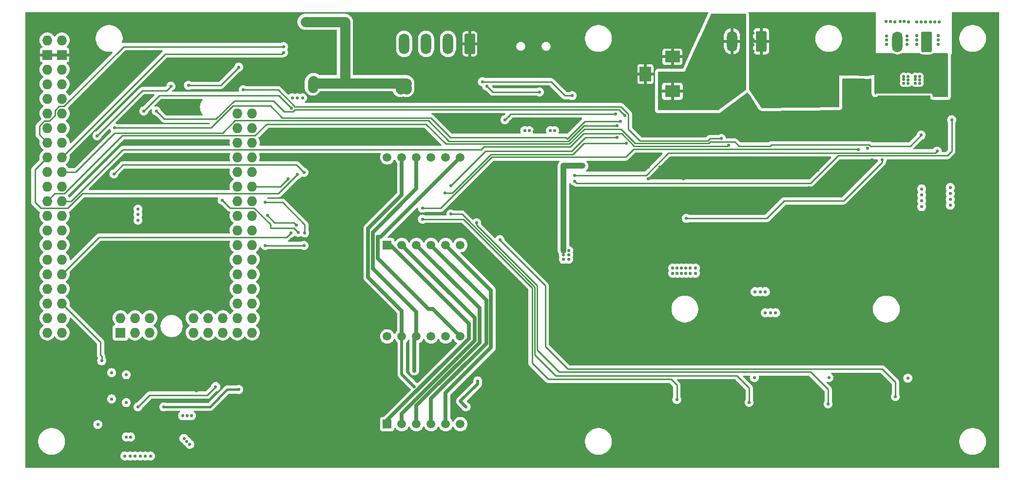
<source format=gbr>
%TF.GenerationSoftware,KiCad,Pcbnew,8.0.3*%
%TF.CreationDate,2024-07-10T22:37:33-04:00*%
%TF.ProjectId,UMTK,554d544b-2e6b-4696-9361-645f70636258,rev?*%
%TF.SameCoordinates,Original*%
%TF.FileFunction,Copper,L4,Bot*%
%TF.FilePolarity,Positive*%
%FSLAX46Y46*%
G04 Gerber Fmt 4.6, Leading zero omitted, Abs format (unit mm)*
G04 Created by KiCad (PCBNEW 8.0.3) date 2024-07-10 22:37:33*
%MOMM*%
%LPD*%
G01*
G04 APERTURE LIST*
G04 Aperture macros list*
%AMRoundRect*
0 Rectangle with rounded corners*
0 $1 Rounding radius*
0 $2 $3 $4 $5 $6 $7 $8 $9 X,Y pos of 4 corners*
0 Add a 4 corners polygon primitive as box body*
4,1,4,$2,$3,$4,$5,$6,$7,$8,$9,$2,$3,0*
0 Add four circle primitives for the rounded corners*
1,1,$1+$1,$2,$3*
1,1,$1+$1,$4,$5*
1,1,$1+$1,$6,$7*
1,1,$1+$1,$8,$9*
0 Add four rect primitives between the rounded corners*
20,1,$1+$1,$2,$3,$4,$5,0*
20,1,$1+$1,$4,$5,$6,$7,0*
20,1,$1+$1,$6,$7,$8,$9,0*
20,1,$1+$1,$8,$9,$2,$3,0*%
G04 Aperture macros list end*
%TA.AperFunction,ComponentPad*%
%ADD10RoundRect,0.250000X0.650000X1.550000X-0.650000X1.550000X-0.650000X-1.550000X0.650000X-1.550000X0*%
%TD*%
%TA.AperFunction,ComponentPad*%
%ADD11O,1.800000X3.600000*%
%TD*%
%TA.AperFunction,ComponentPad*%
%ADD12R,2.600000X2.000000*%
%TD*%
%TA.AperFunction,ComponentPad*%
%ADD13R,2.000000X2.600000*%
%TD*%
%TA.AperFunction,ComponentPad*%
%ADD14R,1.500000X1.500000*%
%TD*%
%TA.AperFunction,ComponentPad*%
%ADD15C,1.500000*%
%TD*%
%TA.AperFunction,HeatsinkPad*%
%ADD16C,0.600000*%
%TD*%
%TA.AperFunction,HeatsinkPad*%
%ADD17R,7.100000X3.200000*%
%TD*%
%TA.AperFunction,ComponentPad*%
%ADD18O,1.727200X1.727200*%
%TD*%
%TA.AperFunction,ComponentPad*%
%ADD19R,1.727200X1.727200*%
%TD*%
%TA.AperFunction,ViaPad*%
%ADD20C,0.560000*%
%TD*%
%TA.AperFunction,ViaPad*%
%ADD21C,0.800000*%
%TD*%
%TA.AperFunction,Conductor*%
%ADD22C,0.254000*%
%TD*%
%TA.AperFunction,Conductor*%
%ADD23C,1.778000*%
%TD*%
%TA.AperFunction,Conductor*%
%ADD24C,1.016000*%
%TD*%
%TA.AperFunction,Conductor*%
%ADD25C,0.635000*%
%TD*%
%TA.AperFunction,Conductor*%
%ADD26C,0.508000*%
%TD*%
%TA.AperFunction,Conductor*%
%ADD27C,0.381000*%
%TD*%
G04 APERTURE END LIST*
D10*
%TO.P,J1,1,Pin_1*%
%TO.N,/MotorDriver/VM-*%
X176987200Y-25577800D03*
D11*
%TO.P,J1,2,Pin_2*%
%TO.N,/MotorDriver/VM+*%
X171907200Y-25577800D03*
%TD*%
D12*
%TO.P,J5,1,1*%
%TO.N,+12V*%
X132839133Y-34176000D03*
%TO.P,J5,2,2*%
%TO.N,GND*%
X132839133Y-28176000D03*
D13*
%TO.P,J5,3,3*%
X128139133Y-31176000D03*
%TD*%
D14*
%TO.P,U8,1,e*%
%TO.N,Net-(U6-SEG_E)*%
X83300000Y-60885000D03*
D15*
%TO.P,U8,2,d*%
%TO.N,Net-(U6-SEG_D)*%
X85840000Y-60885000D03*
%TO.P,U8,3,DPX*%
%TO.N,Net-(U6-SEG_DP)*%
X88380000Y-60885000D03*
%TO.P,U8,4,c*%
%TO.N,Net-(U6-SEG_C)*%
X90920000Y-60885000D03*
%TO.P,U8,5,g*%
%TO.N,Net-(U6-SEG_G)*%
X93460000Y-60885000D03*
%TO.P,U8,6,CA4*%
%TO.N,Net-(U6-DIG_3)*%
X96000000Y-60885000D03*
%TO.P,U8,7,b*%
%TO.N,Net-(U6-SEG_B)*%
X96000000Y-45645000D03*
%TO.P,U8,8,CA3*%
%TO.N,Net-(U6-DIG_2)*%
X93460000Y-45645000D03*
%TO.P,U8,9,CA2*%
%TO.N,Net-(U6-DIG_1)*%
X90920000Y-45645000D03*
%TO.P,U8,10,f*%
%TO.N,Net-(U6-SEG_F)*%
X88380000Y-45645000D03*
%TO.P,U8,11,a*%
%TO.N,Net-(U6-SEG_A)*%
X85840000Y-45645000D03*
%TO.P,U8,12,CA1*%
%TO.N,Net-(U6-DIG_0)*%
X83300000Y-45645000D03*
%TD*%
D16*
%TO.P,U1,25,EP*%
%TO.N,GND*%
X169889000Y-38559500D03*
X171189000Y-38559500D03*
X172489000Y-38559500D03*
X173789000Y-38559500D03*
X175089000Y-38559500D03*
X176389000Y-38559500D03*
X169889000Y-37259500D03*
X171189000Y-37259500D03*
X172489000Y-37259500D03*
D17*
X173139000Y-37259500D03*
D16*
X173789000Y-37259500D03*
X175089000Y-37259500D03*
X176389000Y-37259500D03*
X169889000Y-35959500D03*
X171189000Y-35959500D03*
X172489000Y-35959500D03*
X173789000Y-35959500D03*
X175089000Y-35959500D03*
X176389000Y-35959500D03*
%TD*%
D18*
%TO.P,A2,3V31,3.3V*%
%TO.N,unconnected-(A2-3.3V-Pad3V31)*%
X26796000Y-32927000D03*
%TO.P,A2,3V32,3.3V*%
%TO.N,unconnected-(A2-3.3V-Pad3V32)*%
X24256000Y-32927000D03*
%TO.P,A2,5V1,5V*%
%TO.N,+5V*%
X26796000Y-30387000D03*
%TO.P,A2,5V2,SPI_5V*%
%TO.N,unconnected-(A2-SPI_5V-Pad5V2)*%
X42036000Y-76107000D03*
%TO.P,A2,5V3,5V*%
%TO.N,+5V*%
X24256000Y-30387000D03*
%TO.P,A2,A0,A0*%
%TO.N,/Arduino/Vin_Sense*%
X59816000Y-38007000D03*
%TO.P,A2,A1,A1*%
%TO.N,/Arduino/VM_Sense*%
X57276000Y-38007000D03*
%TO.P,A2,A2,A2*%
%TO.N,/Arduino/MOT_SENSE1*%
X59816000Y-40547000D03*
%TO.P,A2,A3,A3*%
%TO.N,/Arduino/MOT_SENSE2*%
X57276000Y-40547000D03*
%TO.P,A2,A4,A4*%
%TO.N,unconnected-(A2-PadA4)*%
X59816000Y-43087000D03*
%TO.P,A2,A5,A5*%
%TO.N,unconnected-(A2-PadA5)*%
X57276000Y-43087000D03*
%TO.P,A2,A6,A6*%
%TO.N,unconnected-(A2-PadA6)*%
X59816000Y-45627000D03*
%TO.P,A2,A7,A7*%
%TO.N,unconnected-(A2-PadA7)*%
X57276000Y-45627000D03*
%TO.P,A2,A8,A8*%
%TO.N,/Arduino/SW_1*%
X59816000Y-48167000D03*
%TO.P,A2,A9,A9*%
%TO.N,/Arduino/SW_2*%
X57276000Y-48167000D03*
%TO.P,A2,A10,A10*%
%TO.N,/Arduino/SW_3*%
X59816000Y-50707000D03*
%TO.P,A2,A11,A11*%
%TO.N,/Arduino/SW_4*%
X57276000Y-50707000D03*
%TO.P,A2,A12,A12*%
%TO.N,/Arduino/SW_5*%
X59816000Y-53247000D03*
%TO.P,A2,A13,A13*%
%TO.N,unconnected-(A2-PadA13)*%
X57276000Y-53247000D03*
%TO.P,A2,A14,A14*%
%TO.N,unconnected-(A2-PadA14)*%
X59816000Y-55787000D03*
%TO.P,A2,A15,A15*%
%TO.N,unconnected-(A2-PadA15)*%
X57276000Y-55787000D03*
%TO.P,A2,AREF,AREF*%
%TO.N,unconnected-(A2-PadAREF)*%
X26796000Y-35467000D03*
%TO.P,A2,D0,D0/RX0*%
%TO.N,unconnected-(A2-D0{slash}RX0-PadD0)*%
X26796000Y-38007000D03*
%TO.P,A2,D1,D1/TX0*%
%TO.N,unconnected-(A2-D1{slash}TX0-PadD1)*%
X24256000Y-38007000D03*
%TO.P,A2,D2,D2_INT0*%
%TO.N,unconnected-(A2-D2_INT0-PadD2)*%
X26796000Y-40547000D03*
%TO.P,A2,D3,D3_INT1*%
%TO.N,/Arduino/SLIDE_DAT*%
X24256000Y-40547000D03*
%TO.P,A2,D4,D4*%
%TO.N,/Arduino/SLIDE_CLK*%
X26796000Y-43087000D03*
%TO.P,A2,D5,D5*%
%TO.N,/Arduino/LC_SCK*%
X24256000Y-43087000D03*
%TO.P,A2,D6,D6*%
%TO.N,/Arduino/LC_DT*%
X26796000Y-45627000D03*
%TO.P,A2,D7,D7*%
%TO.N,/Arduino/MOT_DISABLE*%
X24256000Y-45627000D03*
%TO.P,A2,D8,D8*%
%TO.N,/Arduino/MOT_EN_N1*%
X26796000Y-48167000D03*
%TO.P,A2,D9,D9*%
%TO.N,/Arduino/MOT_PH_IN2*%
X24256000Y-48167000D03*
%TO.P,A2,D10,D10*%
%TO.N,/Arduino/MOT_nITRIP*%
X26796000Y-50707000D03*
%TO.P,A2,D11,D11*%
%TO.N,/Arduino/MOT_nOL*%
X24256000Y-50707000D03*
%TO.P,A2,D12,D12*%
%TO.N,/Arduino/MOT_nFAULT*%
X26796000Y-53247000D03*
%TO.P,A2,D13,D13*%
%TO.N,/Arduino/MOT_nSLEEP*%
X24256000Y-53247000D03*
%TO.P,A2,D14,D14/TX3*%
%TO.N,unconnected-(A2-D14{slash}TX3-PadD14)*%
X26796000Y-55787000D03*
%TO.P,A2,D15,D15/RX3*%
%TO.N,unconnected-(A2-D15{slash}RX3-PadD15)*%
X24256000Y-55787000D03*
%TO.P,A2,D16,D16/TX2*%
%TO.N,unconnected-(A2-D16{slash}TX2-PadD16)*%
X26796000Y-58327000D03*
%TO.P,A2,D17,D17/RX2*%
%TO.N,unconnected-(A2-D17{slash}RX2-PadD17)*%
X24256000Y-58327000D03*
%TO.P,A2,D18,D18/TX1*%
%TO.N,unconnected-(A2-D18{slash}TX1-PadD18)*%
X26796000Y-60867000D03*
%TO.P,A2,D19,D19/RX1*%
%TO.N,unconnected-(A2-D19{slash}RX1-PadD19)*%
X24256000Y-60867000D03*
%TO.P,A2,D20,D20/SDA*%
%TO.N,unconnected-(A2-D20{slash}SDA-PadD20)*%
X26796000Y-63407000D03*
%TO.P,A2,D21,D21/SCL*%
%TO.N,unconnected-(A2-D21{slash}SCL-PadD21)*%
X24256000Y-63407000D03*
%TO.P,A2,D22,D22*%
%TO.N,/Arduino/MOT_MODE*%
X26796000Y-65947000D03*
%TO.P,A2,D23,D23*%
%TO.N,/Arduino/SLIDE_CLK_DIR*%
X24256000Y-65947000D03*
%TO.P,A2,D24,D24*%
%TO.N,/Arduino/SLIDE_DAT_DIR*%
X26796000Y-68487000D03*
%TO.P,A2,D25,D25*%
%TO.N,/Arduino/LC_RATE*%
X24256000Y-68487000D03*
%TO.P,A2,D26,D26*%
%TO.N,/7Seg_Display/CS*%
X26796000Y-71027000D03*
%TO.P,A2,D27,D27*%
%TO.N,unconnected-(A2-PadD27)*%
X24256000Y-71027000D03*
%TO.P,A2,D28,D28*%
%TO.N,unconnected-(A2-PadD28)*%
X26796000Y-73567000D03*
%TO.P,A2,D29,D29*%
%TO.N,unconnected-(A2-PadD29)*%
X24256000Y-73567000D03*
%TO.P,A2,D30,D30*%
%TO.N,unconnected-(A2-PadD30)*%
X26796000Y-76107000D03*
%TO.P,A2,D31,D31*%
%TO.N,unconnected-(A2-PadD31)*%
X24256000Y-76107000D03*
%TO.P,A2,D32,D32*%
%TO.N,unconnected-(A2-PadD32)*%
X59816000Y-58327000D03*
%TO.P,A2,D33,D33*%
%TO.N,unconnected-(A2-PadD33)*%
X57276000Y-58327000D03*
%TO.P,A2,D34,D34*%
%TO.N,unconnected-(A2-PadD34)*%
X59816000Y-60867000D03*
%TO.P,A2,D35,D35*%
%TO.N,unconnected-(A2-PadD35)*%
X57276000Y-60867000D03*
%TO.P,A2,D36,D36*%
%TO.N,unconnected-(A2-PadD36)*%
X59816000Y-63407000D03*
%TO.P,A2,D37,D37*%
%TO.N,unconnected-(A2-PadD37)*%
X57276000Y-63407000D03*
%TO.P,A2,D38,D38*%
%TO.N,unconnected-(A2-PadD38)*%
X59816000Y-65947000D03*
%TO.P,A2,D39,D39*%
%TO.N,unconnected-(A2-PadD39)*%
X57276000Y-65947000D03*
%TO.P,A2,D40,D40*%
%TO.N,unconnected-(A2-PadD40)*%
X59816000Y-68487000D03*
%TO.P,A2,D41,D41*%
%TO.N,unconnected-(A2-PadD41)*%
X57276000Y-68487000D03*
%TO.P,A2,D42,D42*%
%TO.N,unconnected-(A2-PadD42)*%
X59816000Y-71027000D03*
%TO.P,A2,D43,D43*%
%TO.N,unconnected-(A2-PadD43)*%
X57276000Y-71027000D03*
%TO.P,A2,D44,D44*%
%TO.N,unconnected-(A2-PadD44)*%
X59816000Y-73567000D03*
%TO.P,A2,D45,D45*%
%TO.N,unconnected-(A2-PadD45)*%
X57276000Y-73567000D03*
%TO.P,A2,D46,D46*%
%TO.N,unconnected-(A2-PadD46)*%
X59816000Y-76107000D03*
%TO.P,A2,D47,D47*%
%TO.N,unconnected-(A2-PadD47)*%
X57276000Y-76107000D03*
%TO.P,A2,D48,D48*%
%TO.N,unconnected-(A2-PadD48)*%
X54736000Y-76107000D03*
%TO.P,A2,D49,D49*%
%TO.N,unconnected-(A2-PadD49)*%
X54736000Y-73567000D03*
%TO.P,A2,D50,D50_MISO*%
%TO.N,unconnected-(A2-D50_MISO-PadD50)*%
X52196000Y-76107000D03*
%TO.P,A2,D51,D51_MOSI*%
%TO.N,/7Seg_Display/DIN*%
X52196000Y-73567000D03*
%TO.P,A2,D52,D52_SCK*%
%TO.N,/7Seg_Display/CLK*%
X49656000Y-76107000D03*
%TO.P,A2,D53,D53_CS*%
%TO.N,unconnected-(A2-D53_CS-PadD53)*%
X49656000Y-73567000D03*
D19*
%TO.P,A2,GND1,GND*%
%TO.N,GND*%
X26796000Y-27847000D03*
%TO.P,A2,GND2,GND*%
X24256000Y-27847000D03*
%TO.P,A2,GND4,SPI_GND*%
%TO.N,unconnected-(A2-SPI_GND-PadGND4)*%
X36956000Y-76107000D03*
D18*
%TO.P,A2,MISO,SPI_MISO*%
%TO.N,unconnected-(A2-SPI_MISO-PadMISO)*%
X42036000Y-73567000D03*
%TO.P,A2,MOSI,SPI_MOSI*%
%TO.N,unconnected-(A2-SPI_MOSI-PadMOSI)*%
X39496000Y-76107000D03*
%TO.P,A2,RST1,RESET*%
%TO.N,unconnected-(A2-RESET-PadRST1)*%
X24256000Y-35467000D03*
%TO.P,A2,RST2,SPI_RESET*%
%TO.N,unconnected-(A2-SPI_RESET-PadRST2)*%
X36956000Y-73567000D03*
%TO.P,A2,SCK,SPI_SCK*%
%TO.N,unconnected-(A2-SPI_SCK-PadSCK)*%
X39496000Y-73567000D03*
%TO.P,A2,VIN1,VIN*%
%TO.N,unconnected-(A2-VIN-PadVIN1)*%
X26796000Y-25307000D03*
%TO.P,A2,VIN2,VIN*%
%TO.N,unconnected-(A2-VIN-PadVIN2)*%
X24256000Y-25307000D03*
%TD*%
D10*
%TO.P,J3,1,1*%
%TO.N,GND*%
X97660000Y-25932500D03*
D11*
%TO.P,J3,2,2*%
%TO.N,/HX711/LCS+*%
X93850000Y-25932500D03*
%TO.P,J3,3,3*%
%TO.N,/HX711/LCS-*%
X90040000Y-25932500D03*
%TO.P,J3,4,4*%
%TO.N,/HX711/LCE+*%
X86230000Y-25932500D03*
%TD*%
D10*
%TO.P,J2,1,Pin_1*%
%TO.N,VMOTOR*%
X148281000Y-25487700D03*
D11*
%TO.P,J2,2,Pin_2*%
%TO.N,+12V*%
X143201000Y-25487700D03*
%TD*%
D14*
%TO.P,U7,1,e*%
%TO.N,Net-(U6-SEG_E)*%
X83300000Y-92000000D03*
D15*
%TO.P,U7,2,d*%
%TO.N,Net-(U6-SEG_D)*%
X85840000Y-92000000D03*
%TO.P,U7,3,DPX*%
%TO.N,Net-(U6-SEG_DP)*%
X88380000Y-92000000D03*
%TO.P,U7,4,c*%
%TO.N,Net-(U6-SEG_C)*%
X90920000Y-92000000D03*
%TO.P,U7,5,g*%
%TO.N,Net-(U6-SEG_G)*%
X93460000Y-92000000D03*
%TO.P,U7,6,CA4*%
%TO.N,Net-(U6-DIG_7)*%
X96000000Y-92000000D03*
%TO.P,U7,7,b*%
%TO.N,Net-(U6-SEG_B)*%
X96000000Y-76760000D03*
%TO.P,U7,8,CA3*%
%TO.N,Net-(U6-DIG_6)*%
X93460000Y-76760000D03*
%TO.P,U7,9,CA2*%
%TO.N,Net-(U6-DIG_5)*%
X90920000Y-76760000D03*
%TO.P,U7,10,f*%
%TO.N,Net-(U6-SEG_F)*%
X88380000Y-76760000D03*
%TO.P,U7,11,a*%
%TO.N,Net-(U6-SEG_A)*%
X85840000Y-76760000D03*
%TO.P,U7,12,CA1*%
%TO.N,Net-(U6-DIG_4)*%
X83300000Y-76760000D03*
%TD*%
D20*
%TO.N,/Arduino/VM_Sense*%
X141325600Y-42375000D03*
X58293000Y-33909000D03*
%TO.N,/Arduino/MOT_nSLEEP*%
X176064000Y-41783000D03*
%TO.N,GND*%
X133731000Y-23622000D03*
X34163000Y-34671000D03*
X82804000Y-28272500D03*
X70500000Y-29000000D03*
X30226000Y-59690000D03*
X96469200Y-39674800D03*
X27000000Y-22000000D03*
X30000000Y-27000000D03*
X131191000Y-23622000D03*
X163220400Y-37719000D03*
X119192000Y-57992000D03*
X75692000Y-75996800D03*
X121605000Y-65485000D03*
X165862000Y-36220400D03*
X132207000Y-25273000D03*
D21*
X166500000Y-88000000D03*
X183000000Y-92000000D03*
D20*
X109347000Y-51562000D03*
X25781000Y-79629000D03*
X168021000Y-57404000D03*
X50165000Y-86233000D03*
X125984000Y-27305000D03*
X35433000Y-80899000D03*
X175641000Y-59309000D03*
X152400000Y-41148000D03*
D21*
X127500000Y-92000000D03*
D20*
X31750000Y-55245000D03*
X159105600Y-74523600D03*
X98000000Y-22000000D03*
X163195000Y-61214000D03*
X182981600Y-34086800D03*
X123002000Y-57357000D03*
X43238000Y-85000000D03*
X26543000Y-79629000D03*
X30000000Y-28000000D03*
X42773600Y-49479200D03*
X181864000Y-70510400D03*
X90322400Y-81432400D03*
X133731000Y-24384000D03*
X159512000Y-50038002D03*
X46990000Y-36703000D03*
X52882800Y-24587200D03*
X107823000Y-51562000D03*
X30022800Y-66700400D03*
X137668000Y-40386000D03*
X30000000Y-26000000D03*
X106807000Y-31369000D03*
X152400000Y-39497000D03*
X132207000Y-24384000D03*
X125984000Y-28321000D03*
X63246000Y-28956000D03*
D21*
X127500000Y-88000000D03*
D20*
X106070400Y-89560400D03*
X182753000Y-59309000D03*
X125222000Y-28321000D03*
X132715000Y-47380000D03*
X73533000Y-66675000D03*
X128651000Y-51444000D03*
X79248000Y-40741600D03*
X182753000Y-61087000D03*
X80000000Y-22000000D03*
D21*
X131000000Y-92000000D03*
D20*
X168021000Y-55372000D03*
X92000000Y-32000000D03*
X155295600Y-38100000D03*
X98348800Y-53238400D03*
X182981600Y-36474400D03*
X163195000Y-57404000D03*
X106045000Y-31369000D03*
X52451000Y-48895000D03*
X152400000Y-40386000D03*
X152400000Y-38735000D03*
X39573200Y-43027600D03*
X29819600Y-44958000D03*
X156972000Y-41148000D03*
D21*
X170000000Y-88000000D03*
D20*
X174371000Y-63119000D03*
X134747000Y-24384000D03*
X128651000Y-49412000D03*
X51816000Y-63500000D03*
X187248800Y-43129200D03*
X30000000Y-25000000D03*
X94000000Y-32000000D03*
X79000000Y-22000000D03*
X156972000Y-38735000D03*
D21*
X183000000Y-88000000D03*
D20*
X150368000Y-58293000D03*
X82042000Y-28272500D03*
X122367000Y-66247000D03*
X117668000Y-57992000D03*
X121605000Y-67009000D03*
X119192000Y-57230000D03*
X174371000Y-59309000D03*
X118430000Y-57230000D03*
X51562000Y-56134000D03*
X82804000Y-29034500D03*
X134747000Y-23622000D03*
X46278800Y-49580800D03*
X165862000Y-37642800D03*
X28575000Y-84074000D03*
X109347000Y-50292000D03*
X105283000Y-31369000D03*
X115062000Y-27940000D03*
X175641000Y-63119000D03*
X68986400Y-81026000D03*
X44000000Y-85000000D03*
X156845000Y-47879000D03*
X50800000Y-56134000D03*
X42000000Y-22000000D03*
X26000000Y-22000000D03*
X181483000Y-59309000D03*
X52578000Y-63500000D03*
D21*
X140500000Y-92000000D03*
D20*
X122367000Y-67009000D03*
X156591000Y-50927000D03*
X70500000Y-28238000D03*
X61722000Y-83439000D03*
X46228000Y-36703000D03*
X151384000Y-40386000D03*
X34442400Y-46126400D03*
X63246000Y-29718000D03*
X131191000Y-24384000D03*
X123002000Y-58119000D03*
X184505600Y-34086800D03*
X151384000Y-38735000D03*
X163220400Y-34848800D03*
X134112000Y-41198800D03*
X122367000Y-65485000D03*
X151384000Y-39497000D03*
X157988000Y-38735000D03*
X181483000Y-61087000D03*
X113411000Y-41021000D03*
X53213000Y-48895000D03*
X165481000Y-55372000D03*
X125984000Y-31877000D03*
X104952800Y-78282800D03*
X174371000Y-61087000D03*
X29464000Y-59690000D03*
X82042000Y-29034500D03*
X175641000Y-61087000D03*
X83362800Y-87630000D03*
X75057000Y-48133000D03*
X121605000Y-66247000D03*
X30734000Y-53213000D03*
X42011600Y-49479200D03*
X40843200Y-35407600D03*
X130048000Y-28702000D03*
X102057200Y-65278000D03*
X163195000Y-59436000D03*
X134747000Y-49412000D03*
D21*
X140500000Y-88000000D03*
D20*
X25000000Y-22000000D03*
X163220400Y-36296600D03*
X182981600Y-37592000D03*
X164490400Y-36296600D03*
X57912000Y-92760800D03*
X164490400Y-37719000D03*
D21*
X144000000Y-88000000D03*
X131000000Y-88000000D03*
D20*
X134747000Y-26035000D03*
X125984000Y-29337000D03*
X134747000Y-51444000D03*
X134747000Y-53476000D03*
D21*
X179500000Y-88000000D03*
D20*
X163423600Y-67868800D03*
X96000000Y-32000000D03*
X181102000Y-70510400D03*
X156972000Y-39497000D03*
X148336000Y-58293000D03*
X60960000Y-83439000D03*
X156972000Y-40386000D03*
X52120800Y-24587200D03*
X164185600Y-67868800D03*
X27813000Y-84074000D03*
X142494000Y-58293000D03*
X128651000Y-47380000D03*
X115062000Y-28702000D03*
X165862000Y-34772600D03*
X34925000Y-85471000D03*
X181483000Y-63119000D03*
X182753000Y-63119000D03*
X97586800Y-53238400D03*
X127508000Y-28702000D03*
X151384000Y-41148000D03*
X184505600Y-35356800D03*
X158343600Y-74523600D03*
X184505600Y-36474400D03*
X95707200Y-39674800D03*
D21*
X153500000Y-92000000D03*
D20*
X133096000Y-41198800D03*
X33401000Y-34671000D03*
X58674000Y-92760800D03*
X52705000Y-29083000D03*
X125222000Y-29337000D03*
D21*
X144000000Y-92000000D03*
D20*
X184353200Y-43027600D03*
X31750000Y-57277000D03*
X29464000Y-40640000D03*
X73660000Y-92557600D03*
X159385000Y-48895000D03*
X115062000Y-29464000D03*
X122240000Y-57357000D03*
D21*
X166500000Y-92000000D03*
D20*
X115062000Y-30226000D03*
X167513000Y-46101000D03*
X74422000Y-92557600D03*
X101295200Y-65278000D03*
X130098800Y-41198800D03*
X125984000Y-30353000D03*
X78232000Y-29768000D03*
X182981600Y-35356800D03*
X134747000Y-47380000D03*
X122240000Y-58119000D03*
X105714800Y-78282800D03*
X125222000Y-27305000D03*
D21*
X157000000Y-88000000D03*
D20*
X108839000Y-41148000D03*
X128320800Y-41198800D03*
X50165000Y-85344000D03*
X40386000Y-67818000D03*
X157988000Y-40386000D03*
X132334000Y-41198800D03*
X131191000Y-25273000D03*
D21*
X179500000Y-92000000D03*
D20*
X134874000Y-41198800D03*
X165481000Y-59436000D03*
X187124667Y-40995600D03*
X30784800Y-66700400D03*
D21*
X153500000Y-88000000D03*
D20*
X168021000Y-59436000D03*
X157988000Y-41148000D03*
X123764000Y-58119000D03*
X74295000Y-66675000D03*
X64516000Y-28956000D03*
X38811200Y-43027600D03*
X144526000Y-58293000D03*
X51943000Y-29083000D03*
X41605200Y-35407600D03*
X82600800Y-87630000D03*
X125222000Y-31877000D03*
D21*
X157000000Y-92000000D03*
D20*
X33147000Y-89916000D03*
X80010000Y-40741600D03*
X129336800Y-41198800D03*
X106832400Y-89560400D03*
X125222000Y-30353000D03*
X24000000Y-22000000D03*
X123764000Y-57357000D03*
X68224400Y-81026000D03*
X91084400Y-81432400D03*
X144272000Y-40513000D03*
X78232000Y-28018500D03*
X184353200Y-40894000D03*
X133731000Y-25273000D03*
X90000000Y-32000000D03*
X74930000Y-75996800D03*
X158115000Y-47879000D03*
X133731000Y-26035000D03*
X127558800Y-41198800D03*
X129286000Y-28702000D03*
X64516000Y-29718000D03*
X47040800Y-49580800D03*
X157988000Y-39497000D03*
X132207000Y-26035000D03*
X132207000Y-23622000D03*
X117668000Y-57230000D03*
X31750000Y-53213000D03*
X130683000Y-47380000D03*
X163195000Y-55372000D03*
X28000000Y-22000000D03*
X107823000Y-50292000D03*
X128270000Y-28702000D03*
X165481000Y-61214000D03*
X154279600Y-38100000D03*
X131191000Y-26035000D03*
X184505600Y-37592000D03*
D21*
X170000000Y-92000000D03*
D20*
X164490400Y-34848800D03*
X134747000Y-25273000D03*
X41148000Y-67818000D03*
X165481000Y-57404000D03*
X75819000Y-48133000D03*
X118430000Y-57992000D03*
X168021000Y-61214000D03*
%TO.N,/Arduino/LC_SCK*%
X65278000Y-26416000D03*
%TO.N,/Arduino/MOT_nOL*%
X123825000Y-39370000D03*
X35941000Y-40513000D03*
%TO.N,+5V*%
X133680200Y-64897000D03*
X85598000Y-33782000D03*
X69850000Y-22098000D03*
X134442200Y-65786000D03*
X135966200Y-65786000D03*
X72136000Y-22098000D03*
X85598000Y-32766000D03*
X39497000Y-97536000D03*
X116459000Y-47117000D03*
X114808000Y-63373000D03*
X49000000Y-95500000D03*
X47752000Y-90551000D03*
X48514000Y-90551000D03*
X134442200Y-64897000D03*
X132918200Y-64897000D03*
X135255000Y-56261000D03*
X42164000Y-97536000D03*
X73660000Y-22098000D03*
X117221000Y-47117000D03*
X113919000Y-63373000D03*
X114808000Y-62611000D03*
X49276000Y-90551000D03*
X48500000Y-95000000D03*
X86614000Y-32766000D03*
X70358000Y-32004000D03*
X72898000Y-22098000D03*
X70612000Y-22098000D03*
X132918200Y-65786000D03*
X114808000Y-61849000D03*
X40386000Y-97536000D03*
X37719000Y-97536000D03*
X37973000Y-88265000D03*
X74422000Y-22098000D03*
X135204200Y-64897000D03*
X37973000Y-94234000D03*
X75946000Y-22098000D03*
X113919000Y-61849000D03*
X48000000Y-94500000D03*
X136855200Y-64897000D03*
X71374000Y-22098000D03*
X69088000Y-22098000D03*
X37973000Y-83439000D03*
X169291000Y-46101000D03*
X113919000Y-62611000D03*
X75184000Y-22098000D03*
X135204200Y-65786000D03*
X38608000Y-97536000D03*
X70358000Y-33528000D03*
X41275000Y-97536000D03*
X38735000Y-94234000D03*
X133680200Y-65786000D03*
X136855200Y-65786000D03*
X86614000Y-33782000D03*
X70358000Y-32766000D03*
X135966200Y-64897000D03*
%TO.N,/Arduino/MOT_SENSE1*%
X115824000Y-48768000D03*
X178816000Y-44577000D03*
%TO.N,/Arduino/MOT_SENSE2*%
X181356000Y-39116000D03*
X115824000Y-49784000D03*
%TO.N,/Arduino/SLIDE_CLK*%
X45720000Y-33274000D03*
X32893000Y-41910000D03*
%TO.N,/Arduino/SW_4*%
X159893000Y-88479000D03*
X98806004Y-57023000D03*
X67818000Y-58674000D03*
X54610000Y-53086000D03*
%TO.N,/Arduino/LC_DT*%
X65278000Y-27432000D03*
%TO.N,/Arduino/SW_1*%
X68961000Y-58801000D03*
X62103000Y-53467000D03*
%TO.N,/Arduino/SW_2*%
X133604000Y-87717000D03*
X62484000Y-55753000D03*
X89408000Y-56388000D03*
X67555925Y-57412075D03*
%TO.N,/Arduino/MOT_nITRIP*%
X43180000Y-37592000D03*
X124587000Y-38354000D03*
%TO.N,/7Seg_Display/CS*%
X33706000Y-81000000D03*
%TO.N,/Arduino/SLIDE_DAT*%
X99822000Y-32512000D03*
X115443000Y-34925000D03*
%TO.N,/Arduino/MOT_MODE*%
X165150800Y-44278000D03*
X89408000Y-54483000D03*
X66548000Y-58801000D03*
%TO.N,/Arduino/LC_RATE*%
X48768000Y-33147000D03*
X57531000Y-29972000D03*
%TO.N,/Arduino/SW_5*%
X62103000Y-60960000D03*
X68834000Y-60960000D03*
X102870000Y-59944000D03*
X171577000Y-87209000D03*
%TO.N,/Arduino/SLIDE_DAT_DIR*%
X100584000Y-33274000D03*
X109728000Y-34290000D03*
%TO.N,/Arduino/Vin_Sense*%
X122936000Y-38100000D03*
X103759000Y-39116000D03*
%TO.N,/Arduino/SW_3*%
X94361000Y-55499000D03*
X146177000Y-88225000D03*
X66040000Y-49403000D03*
%TO.N,/Arduino/SLIDE_CLK_DIR*%
X41021000Y-37592000D03*
X66675000Y-37084000D03*
%TO.N,VMOTOR*%
X149095133Y-21935400D03*
X157099000Y-32131000D03*
X177800000Y-30353000D03*
X151384000Y-34417000D03*
X153035000Y-36322000D03*
X170561000Y-31242000D03*
X157988000Y-32893000D03*
X146812000Y-27178000D03*
X177190400Y-32004000D03*
X157607000Y-36322000D03*
X151384000Y-32131000D03*
X171958000Y-32258000D03*
X164084000Y-28448000D03*
X153797000Y-36322000D03*
X170561000Y-30353000D03*
X146809133Y-21935400D03*
X177980667Y-32750800D03*
X157988000Y-34417000D03*
X163322000Y-28448000D03*
X155321000Y-36322000D03*
X177980667Y-31242000D03*
X146809133Y-22987000D03*
X152273000Y-32893000D03*
X157988000Y-32131000D03*
X150114000Y-26126400D03*
X147955000Y-29372600D03*
X178409600Y-29601200D03*
X157099000Y-33655000D03*
X150190200Y-22987000D03*
X179019200Y-29601200D03*
X152273000Y-32131000D03*
X147904200Y-21935400D03*
X150114000Y-27178000D03*
X157099000Y-34417000D03*
X151384000Y-33655000D03*
X179019200Y-28956000D03*
X149145933Y-29372600D03*
X150241000Y-28321000D03*
X179628800Y-28956000D03*
X156845000Y-36322000D03*
X171348400Y-32258000D03*
X146812000Y-25146000D03*
X150241000Y-29372600D03*
X149095133Y-22987000D03*
X146812000Y-26126400D03*
X152273000Y-33655000D03*
X156083000Y-36322000D03*
X147955000Y-28321000D03*
X157099000Y-32893000D03*
X178409600Y-30353000D03*
X150114000Y-24094400D03*
X152273000Y-34417000D03*
X157988000Y-33655000D03*
X152273000Y-36322000D03*
X177980667Y-32004000D03*
X165608000Y-28448000D03*
X162560000Y-29464000D03*
X169900600Y-30810200D03*
X171348400Y-31511200D03*
X150114000Y-25146000D03*
X151384000Y-32893000D03*
X177190400Y-31242000D03*
X149145933Y-28321000D03*
X171348400Y-30749200D03*
X146859933Y-28321000D03*
X177190400Y-32750800D03*
X166370000Y-28448000D03*
X171958000Y-31511200D03*
X146812000Y-24094400D03*
X154559000Y-36322000D03*
X147904200Y-22987000D03*
X164846000Y-28448000D03*
X169926000Y-29972000D03*
X171958000Y-30749200D03*
X162560000Y-30988000D03*
X150190200Y-21935400D03*
X146859933Y-29372600D03*
X162560000Y-30226000D03*
%TO.N,VDD*%
X173736000Y-84034000D03*
X40004000Y-55550000D03*
X149890000Y-72644000D03*
X147223000Y-68991000D03*
X149001000Y-68991000D03*
X35433000Y-83058000D03*
X68580000Y-35306000D03*
X107188000Y-41021000D03*
X166751000Y-44069000D03*
X147066000Y-83907000D03*
X40004000Y-54661000D03*
X40004000Y-56566000D03*
X160020000Y-83907000D03*
X112395000Y-41021000D03*
X67691000Y-35306000D03*
X150779000Y-72644000D03*
X66802000Y-35306000D03*
X149001000Y-72644000D03*
X35433000Y-87630000D03*
X148112000Y-68991000D03*
X107950000Y-41021000D03*
X111633000Y-41021000D03*
X33020000Y-92075000D03*
%TO.N,+12V*%
X181102000Y-50891400D03*
X141398933Y-22885400D03*
X134620000Y-32258000D03*
X176149000Y-51145400D03*
X141224000Y-27178000D03*
X144018000Y-28260000D03*
X133604000Y-32258000D03*
X144018000Y-29311600D03*
X176149000Y-53177400D03*
X144018000Y-22885400D03*
X144907000Y-21833800D03*
X131064000Y-32258000D03*
X142367000Y-29337000D03*
X141224000Y-24094400D03*
X144907000Y-22885400D03*
X176149000Y-54229000D03*
X145034000Y-27178000D03*
X131064000Y-36068000D03*
X145034000Y-25146000D03*
X141398933Y-21833800D03*
X142367000Y-28285400D03*
X134620000Y-36830000D03*
X133604000Y-36830000D03*
X141322733Y-28260000D03*
X144957800Y-28260000D03*
X131064000Y-36830000D03*
X141224000Y-26126400D03*
X133604000Y-31496000D03*
X134620000Y-36068000D03*
X132080000Y-36830000D03*
X134620000Y-31496000D03*
X141224000Y-25146000D03*
X132080000Y-32258000D03*
X142367000Y-21833800D03*
X132080000Y-31496000D03*
X133604000Y-36068000D03*
X181102000Y-52923400D03*
X144018000Y-21833800D03*
X142367000Y-22885400D03*
X145034000Y-26126400D03*
X141322733Y-29311600D03*
X132080000Y-36068000D03*
X131064000Y-31496000D03*
X181102000Y-53975000D03*
X145034000Y-24094400D03*
X176149000Y-52197000D03*
X144957800Y-29311600D03*
X181102000Y-51943000D03*
%TO.N,/MotorDriver/VM+*%
X173789667Y-32766000D03*
X169976800Y-22072600D03*
X170078400Y-24561800D03*
X172389800Y-22072600D03*
X173789667Y-32160997D03*
X170078400Y-25273000D03*
X173027735Y-32152009D03*
X173634400Y-25273000D03*
X173609000Y-26035000D03*
X173027735Y-31588612D03*
X173634400Y-24561800D03*
X171450000Y-22098000D03*
X170688000Y-22072600D03*
X170078400Y-26035000D03*
X173789667Y-31597600D03*
X173101000Y-22072600D03*
X173863000Y-22098000D03*
X173027667Y-32766000D03*
%TO.N,/MotorDriver/VM-*%
X175059735Y-32152009D03*
X175260000Y-26035000D03*
X175059667Y-32766000D03*
X178435000Y-22098000D03*
X175260000Y-22098000D03*
X175821667Y-32766000D03*
X176784000Y-22098000D03*
X176022000Y-22098000D03*
X178993800Y-24511000D03*
X175059735Y-31588612D03*
X178993800Y-26035000D03*
X175260000Y-24511000D03*
X177673000Y-22098000D03*
X178993800Y-25273000D03*
X175260000Y-25273000D03*
X175821667Y-31597600D03*
X179197000Y-22098000D03*
X175821667Y-32160997D03*
%TO.N,Net-(U5-B)*%
X53500000Y-85500000D03*
X40000000Y-89000000D03*
%TO.N,Net-(U6-SEG_A)*%
X87500000Y-85000000D03*
X87000000Y-84500000D03*
X88000000Y-85500000D03*
%TO.N,Net-(U6-DIG_5)*%
X44500000Y-89000000D03*
X57500000Y-86000000D03*
%TO.N,Net-(U6-SEG_F)*%
X88000000Y-81000000D03*
X88000000Y-82730003D03*
X88000000Y-82000000D03*
%TO.N,Net-(U6-SEG_B)*%
X99000000Y-84500000D03*
X97000000Y-89000000D03*
%TO.N,/Arduino/MOT_DISABLE*%
X93345000Y-51816000D03*
X124841000Y-43180000D03*
X67691000Y-48641000D03*
%TO.N,/Arduino/MOT_PH_IN2*%
X68834000Y-48260000D03*
X123190000Y-42164000D03*
X35814000Y-48514000D03*
X94361000Y-50546000D03*
%TO.N,/Arduino/MOT_nFAULT*%
X142595600Y-43589000D03*
%TO.N,/Arduino/MOT_EN_N1*%
X123190000Y-40132000D03*
%TD*%
D22*
%TO.N,/Arduino/VM_Sense*%
X123921428Y-36830000D02*
X67279428Y-36830000D01*
X125194000Y-40764400D02*
X125194000Y-38102572D01*
X141325600Y-42375000D02*
X139393801Y-42375000D01*
X139393801Y-42375000D02*
X138988801Y-42780000D01*
X64358428Y-33909000D02*
X58293000Y-33909000D01*
X138988801Y-42780000D02*
X127209600Y-42780000D01*
X67279428Y-36830000D02*
X64358428Y-33909000D01*
X125194000Y-38102572D02*
X123921428Y-36830000D01*
X127209600Y-42780000D02*
X125194000Y-40764400D01*
%TO.N,/Arduino/MOT_nSLEEP*%
X150071572Y-43462000D02*
X149845572Y-43688000D01*
X139176853Y-43234000D02*
X126395481Y-43234000D01*
X126395481Y-43234000D02*
X123897909Y-40736428D01*
X62357000Y-39878000D02*
X60338600Y-41896400D01*
X143693000Y-42982000D02*
X139428853Y-42982000D01*
X37290363Y-41896400D02*
X60338600Y-41896400D01*
X167228428Y-43688000D02*
X167002428Y-43462000D01*
X24256000Y-53247000D02*
X25560000Y-51943000D01*
X27243763Y-51943000D02*
X37290363Y-41896400D01*
X123441428Y-40739000D02*
X117517106Y-40739000D01*
X139428853Y-42982000D02*
X139176853Y-43234000D01*
X117517106Y-40739000D02*
X114930106Y-43326000D01*
X149845572Y-43688000D02*
X144399000Y-43688000D01*
X174159000Y-43688000D02*
X167228428Y-43688000D01*
X123897909Y-40736428D02*
X123444000Y-40736428D01*
X144399000Y-43688000D02*
X143693000Y-42982000D01*
X25560000Y-51943000D02*
X27243763Y-51943000D01*
X93491000Y-43326000D02*
X90043000Y-39878000D01*
X176064000Y-41783000D02*
X174159000Y-43688000D01*
X167002428Y-43462000D02*
X150071572Y-43462000D01*
X90043000Y-39878000D02*
X62357000Y-39878000D01*
X114930106Y-43326000D02*
X93491000Y-43326000D01*
%TO.N,/Arduino/LC_SCK*%
X22860000Y-41691000D02*
X24256000Y-43087000D01*
X24590363Y-39356400D02*
X23762837Y-39356400D01*
X37530763Y-26416000D02*
X27130363Y-36816400D01*
X25605400Y-38341363D02*
X24590363Y-39356400D01*
X27130363Y-36816400D02*
X26302837Y-36816400D01*
X22860000Y-40259237D02*
X22860000Y-41691000D01*
X23762837Y-39356400D02*
X22860000Y-40259237D01*
X26302837Y-36816400D02*
X25605400Y-37513837D01*
X65278000Y-26416000D02*
X37530763Y-26416000D01*
X25605400Y-37513837D02*
X25605400Y-38341363D01*
%TO.N,/Arduino/MOT_nOL*%
X52682290Y-40513000D02*
X56492289Y-36703000D01*
X114300000Y-42164000D02*
X114554000Y-42418000D01*
X94234000Y-42164000D02*
X90878000Y-38808000D01*
X65097000Y-38808000D02*
X62992000Y-36703000D01*
X117602000Y-39370000D02*
X114554000Y-42418000D01*
X90878000Y-38808000D02*
X65097000Y-38808000D01*
X52682290Y-40513000D02*
X35941000Y-40513000D01*
X123825000Y-39370000D02*
X117602000Y-39370000D01*
X62992000Y-36703000D02*
X56492289Y-36703000D01*
X94234000Y-42164000D02*
X114300000Y-42164000D01*
D23*
%TO.N,+5V*%
X78829941Y-32766000D02*
X85598000Y-32766000D01*
X86614000Y-33528000D02*
X86614000Y-33782000D01*
X70501000Y-32369000D02*
X70358000Y-32512000D01*
X85598000Y-33782000D02*
X85852000Y-32766000D01*
X75946000Y-22098000D02*
X75946000Y-32715200D01*
X78829941Y-32766000D02*
X70358000Y-32766000D01*
D24*
X113919000Y-61849000D02*
X113919000Y-47117000D01*
D22*
X169291000Y-46482000D02*
X162560000Y-53213000D01*
X169291000Y-46101000D02*
X169291000Y-46482000D01*
D24*
X113919000Y-47117000D02*
X117221000Y-47117000D01*
D22*
X162560000Y-53213000D02*
X152273000Y-53213000D01*
X152273000Y-53213000D02*
X149225000Y-56261000D01*
D23*
X75946000Y-22098000D02*
X69088000Y-22098000D01*
D22*
X149225000Y-56261000D02*
X135255000Y-56261000D01*
D23*
X85852000Y-32766000D02*
X86614000Y-32766000D01*
X70358000Y-32512000D02*
X70358000Y-32766000D01*
X75946000Y-32715200D02*
X75996800Y-32766000D01*
X70358000Y-32766000D02*
X70358000Y-33528000D01*
D22*
%TO.N,/Arduino/MOT_SENSE1*%
X178508000Y-44885000D02*
X178816000Y-44577000D01*
X115824000Y-48768000D02*
X128270000Y-48768000D01*
X128270000Y-48768000D02*
X132153000Y-44885000D01*
X132153000Y-44885000D02*
X178508000Y-44885000D01*
%TO.N,/Arduino/MOT_SENSE2*%
X161644724Y-45339000D02*
X180594000Y-45339000D01*
X116159000Y-50119000D02*
X156864724Y-50119000D01*
X115824000Y-49784000D02*
X116159000Y-50119000D01*
X181356000Y-44577000D02*
X181356000Y-39116000D01*
X180594000Y-45339000D02*
X181356000Y-44577000D01*
X156864724Y-50119000D02*
X161644724Y-45339000D01*
%TO.N,/Arduino/SLIDE_CLK*%
X40767000Y-34036000D02*
X32893000Y-41910000D01*
X44958000Y-34036000D02*
X40767000Y-34036000D01*
X45720000Y-33274000D02*
X44958000Y-34036000D01*
%TO.N,/Arduino/SW_4*%
X156845000Y-82931000D02*
X113157000Y-82931000D01*
X60150363Y-54437600D02*
X55961600Y-54437600D01*
X55961600Y-54437600D02*
X54610000Y-53086000D01*
X109100052Y-67690999D02*
X109100053Y-67690999D01*
X109366000Y-67956947D02*
X109100052Y-67690999D01*
X98806004Y-57396951D02*
X98806004Y-57023000D01*
X109366000Y-79140000D02*
X109366000Y-67956947D01*
X62992000Y-57912000D02*
X62992000Y-57279237D01*
X109100053Y-67690999D02*
X98806004Y-57396951D01*
X67056000Y-57912000D02*
X62992000Y-57912000D01*
X159893000Y-85979000D02*
X156845000Y-82931000D01*
X113157000Y-82931000D02*
X109366000Y-79140000D01*
X159893000Y-88479000D02*
X159893000Y-85979000D01*
X67818000Y-58674000D02*
X67056000Y-57912000D01*
X62992000Y-57279237D02*
X60150363Y-54437600D01*
%TO.N,/Arduino/LC_DT*%
X44737000Y-27686000D02*
X26796000Y-45627000D01*
X65024000Y-27686000D02*
X44737000Y-27686000D01*
X65278000Y-27432000D02*
X65024000Y-27686000D01*
%TO.N,/Arduino/SW_1*%
X68961000Y-57312000D02*
X65116000Y-53467000D01*
X65116000Y-53467000D02*
X62103000Y-53467000D01*
X68961000Y-58801000D02*
X68961000Y-57312000D01*
%TO.N,/Arduino/SW_2*%
X62484000Y-55753000D02*
X63708600Y-56977600D01*
X133604000Y-85217000D02*
X132588000Y-84201000D01*
X108458000Y-68333052D02*
X96512948Y-56388000D01*
X96512948Y-56388000D02*
X89408000Y-56388000D01*
X132588000Y-84201000D02*
X111252000Y-84201000D01*
X67121450Y-56977600D02*
X67555925Y-57412075D01*
X111252000Y-84201000D02*
X108458000Y-81407000D01*
X108458000Y-81407000D02*
X108458000Y-68333052D01*
X133604000Y-85217000D02*
X133604000Y-87717000D01*
X63708600Y-56977600D02*
X67121450Y-56977600D01*
%TO.N,/Arduino/MOT_nITRIP*%
X56739237Y-35814000D02*
X53556037Y-38997200D01*
X63500000Y-35814000D02*
X56739237Y-35814000D01*
X67279428Y-37338000D02*
X66926428Y-37691000D01*
X124587000Y-38354000D02*
X123571000Y-37338000D01*
X123571000Y-37338000D02*
X67279428Y-37338000D01*
X53556037Y-38997200D02*
X44585200Y-38997200D01*
X44585200Y-38997200D02*
X43180000Y-37592000D01*
X65377000Y-37691000D02*
X63500000Y-35814000D01*
X66926428Y-37691000D02*
X65377000Y-37691000D01*
%TO.N,/7Seg_Display/CS*%
X33500000Y-80000000D02*
X33500000Y-77731000D01*
X33500000Y-77731000D02*
X26796000Y-71027000D01*
X33706000Y-80206000D02*
X33500000Y-80000000D01*
X33706000Y-81000000D02*
X33706000Y-80206000D01*
%TO.N,/Arduino/SLIDE_DAT*%
X114173000Y-34925000D02*
X111760000Y-32512000D01*
X111760000Y-32512000D02*
X99822000Y-32512000D01*
X115443000Y-34925000D02*
X114173000Y-34925000D01*
%TO.N,/Arduino/MOT_MODE*%
X92590052Y-54483000D02*
X89408000Y-54483000D01*
X33225400Y-59517600D02*
X26796000Y-65947000D01*
X101480052Y-45593000D02*
X92590052Y-54483000D01*
X165150800Y-44278000D02*
X165068800Y-44196000D01*
X126111000Y-44196000D02*
X124714000Y-45593000D01*
X65831400Y-59517600D02*
X33225400Y-59517600D01*
X124714000Y-45593000D02*
X101480052Y-45593000D01*
X165068800Y-44196000D02*
X126111000Y-44196000D01*
X66548000Y-58801000D02*
X65831400Y-59517600D01*
%TO.N,/Arduino/LC_RATE*%
X54356000Y-33147000D02*
X48768000Y-33147000D01*
X57531000Y-29972000D02*
X54356000Y-33147000D01*
%TO.N,/Arduino/SW_5*%
X171577000Y-84709000D02*
X171577000Y-87209000D01*
X110744000Y-78486000D02*
X114681000Y-82423000D01*
X68834000Y-60960000D02*
X62103000Y-60960000D01*
X102870000Y-59944000D02*
X102870000Y-60071000D01*
X102870000Y-60071000D02*
X110744000Y-67945000D01*
X114681000Y-82423000D02*
X169291000Y-82423000D01*
X110744000Y-67945000D02*
X110744000Y-78486000D01*
X169291000Y-82423000D02*
X171577000Y-84709000D01*
%TO.N,/Arduino/SLIDE_DAT_DIR*%
X101600000Y-34290000D02*
X100584000Y-33274000D01*
X109728000Y-34290000D02*
X101600000Y-34290000D01*
%TO.N,/Arduino/Vin_Sense*%
X104775000Y-38100000D02*
X122936000Y-38100000D01*
X103759000Y-39116000D02*
X104775000Y-38100000D01*
%TO.N,/Arduino/SW_3*%
X64736000Y-50707000D02*
X59816000Y-50707000D01*
X66040000Y-49403000D02*
X64736000Y-50707000D01*
X146177000Y-88225000D02*
X146177000Y-85725000D01*
X146177000Y-85725000D02*
X144018000Y-83566000D01*
X96266001Y-55499000D02*
X94361000Y-55499000D01*
X112522000Y-83566000D02*
X108912000Y-79956000D01*
X108912000Y-68144999D02*
X96266001Y-55499000D01*
X108912000Y-79956000D02*
X108912000Y-68144999D01*
X144018000Y-83566000D02*
X112522000Y-83566000D01*
%TO.N,/Arduino/SLIDE_CLK_DIR*%
X66675000Y-37084000D02*
X64474200Y-34883200D01*
X64474200Y-34883200D02*
X43729800Y-34883200D01*
X43729800Y-34883200D02*
X41021000Y-37592000D01*
%TO.N,Net-(U5-B)*%
X53500000Y-85500000D02*
X52030000Y-86970000D01*
X42030000Y-86970000D02*
X40000000Y-89000000D01*
X52030000Y-86970000D02*
X42030000Y-86970000D01*
D25*
%TO.N,Net-(U6-SEG_D)*%
X85840000Y-90160000D02*
X85840000Y-92000000D01*
X98500000Y-73545000D02*
X98500000Y-77500000D01*
X85840000Y-60885000D02*
X98500000Y-73545000D01*
X98500000Y-77500000D02*
X85840000Y-90160000D01*
D26*
%TO.N,Net-(U6-SEG_A)*%
X87500000Y-85000000D02*
X87000000Y-84500000D01*
D25*
X85840000Y-72340000D02*
X85840000Y-76760000D01*
D26*
X87000000Y-84500000D02*
X85840000Y-83340000D01*
X88000000Y-85500000D02*
X87500000Y-85000000D01*
D25*
X85840000Y-52160000D02*
X80000000Y-58000000D01*
X80000000Y-66500000D02*
X85840000Y-72340000D01*
X80000000Y-58000000D02*
X80000000Y-66500000D01*
X85840000Y-45645000D02*
X85840000Y-52160000D01*
D26*
X85840000Y-83340000D02*
X85840000Y-76760000D01*
D27*
%TO.N,Net-(U6-DIG_5)*%
X55500000Y-86000000D02*
X57500000Y-86000000D01*
X52500000Y-89000000D02*
X44500000Y-89000000D01*
X55500000Y-86000000D02*
X52500000Y-89000000D01*
D25*
%TO.N,Net-(U6-SEG_E)*%
X97500000Y-77127836D02*
X83300000Y-91327836D01*
X83300000Y-91327836D02*
X83300000Y-92000000D01*
X97500000Y-74500000D02*
X97500000Y-77127836D01*
X83300000Y-60885000D02*
X83885000Y-60885000D01*
X83885000Y-60885000D02*
X97500000Y-74500000D01*
%TO.N,Net-(U6-SEG_F)*%
X88000000Y-77260000D02*
X88000000Y-81000000D01*
X88380000Y-72545000D02*
X88380000Y-76760000D01*
X88000000Y-82000000D02*
X88000000Y-82730003D01*
X88380000Y-51120000D02*
X80835000Y-58665000D01*
X88380000Y-45645000D02*
X88380000Y-51120000D01*
X80835000Y-65000000D02*
X88380000Y-72545000D01*
X88380000Y-76760000D02*
X88380000Y-76880000D01*
X88000000Y-81000000D02*
X88000000Y-82000000D01*
X80835000Y-58665000D02*
X80835000Y-65000000D01*
X88380000Y-76880000D02*
X88000000Y-77260000D01*
%TO.N,Net-(U6-SEG_DP)*%
X88380000Y-88800868D02*
X88380000Y-92000000D01*
X99335000Y-77845868D02*
X88380000Y-88800868D01*
X99335000Y-71840000D02*
X99335000Y-77845868D01*
X88380000Y-60885000D02*
X99335000Y-71840000D01*
%TO.N,Net-(U6-SEG_G)*%
X101335000Y-68760000D02*
X101335000Y-78665000D01*
X93460000Y-86540000D02*
X93460000Y-92000000D01*
X101335000Y-78665000D02*
X93460000Y-86540000D01*
X93460000Y-60885000D02*
X101335000Y-68760000D01*
%TO.N,Net-(U6-SEG_B)*%
X81670000Y-63170000D02*
X81670000Y-59500000D01*
X90500000Y-72000000D02*
X81670000Y-63170000D01*
D26*
X97000000Y-89000000D02*
X96000000Y-88000000D01*
D25*
X96000000Y-76760000D02*
X91240000Y-72000000D01*
D26*
X99000000Y-85000000D02*
X99000000Y-84500000D01*
D25*
X82145000Y-59500000D02*
X96000000Y-45645000D01*
D26*
X96000000Y-88000000D02*
X99000000Y-85000000D01*
D25*
X91240000Y-72000000D02*
X90500000Y-72000000D01*
X81670000Y-59500000D02*
X82145000Y-59500000D01*
%TO.N,Net-(U6-SEG_C)*%
X100500000Y-78000000D02*
X90920000Y-87580000D01*
X100500000Y-70465000D02*
X100500000Y-78000000D01*
X90920000Y-87580000D02*
X90920000Y-92000000D01*
X90920000Y-60885000D02*
X100500000Y-70465000D01*
D22*
%TO.N,/Arduino/MOT_DISABLE*%
X30360052Y-51943000D02*
X27820052Y-54483000D01*
X22098000Y-53467000D02*
X22098000Y-47785000D01*
X101292000Y-45139000D02*
X94615000Y-51816000D01*
X64389000Y-51943000D02*
X30360052Y-51943000D01*
X22098000Y-47785000D02*
X24256000Y-45627000D01*
X67691000Y-48641000D02*
X64389000Y-51943000D01*
X94615000Y-51816000D02*
X93345000Y-51816000D01*
X27820052Y-54483000D02*
X23114000Y-54483000D01*
X124841000Y-43180000D02*
X117475000Y-43180000D01*
X115516000Y-45139000D02*
X101292000Y-45139000D01*
X23114000Y-54483000D02*
X22098000Y-53467000D01*
X117475000Y-43180000D02*
X115516000Y-45139000D01*
%TO.N,/Arduino/MOT_PH_IN2*%
X115316000Y-44577000D02*
X100330000Y-44577000D01*
X37351600Y-46976400D02*
X35814000Y-48514000D01*
X117729000Y-42164000D02*
X115316000Y-44577000D01*
X37478600Y-46976400D02*
X37351600Y-46976400D01*
X123190000Y-42164000D02*
X117729000Y-42164000D01*
X100330000Y-44577000D02*
X94361000Y-50546000D01*
X67550400Y-46976400D02*
X37478600Y-46976400D01*
X68834000Y-48260000D02*
X67550400Y-46976400D01*
%TO.N,/Arduino/MOT_nFAULT*%
X100076000Y-43815000D02*
X99613400Y-44277600D01*
X115083159Y-43815000D02*
X100076000Y-43815000D01*
X37383400Y-44277600D02*
X28414000Y-53247000D01*
X99613400Y-44277600D02*
X37383400Y-44277600D01*
X117341159Y-41557000D02*
X115083159Y-43815000D01*
X138988800Y-43688000D02*
X126207428Y-43688000D01*
X142595600Y-43589000D02*
X142442600Y-43742000D01*
X142442600Y-43742000D02*
X139042800Y-43742000D01*
X28414000Y-53247000D02*
X26796000Y-53247000D01*
X124076428Y-41557000D02*
X117341159Y-41557000D01*
X126207428Y-43688000D02*
X124076428Y-41557000D01*
X139042800Y-43742000D02*
X138988800Y-43688000D01*
%TO.N,/Arduino/MOT_EN_N1*%
X123190000Y-40132000D02*
X117482053Y-40132000D01*
X56877237Y-39262000D02*
X54696837Y-41442400D01*
X29176000Y-48167000D02*
X26796000Y-48167000D01*
X90443000Y-39262000D02*
X56877237Y-39262000D01*
X54696837Y-41442400D02*
X35900600Y-41442400D01*
X114742053Y-42872000D02*
X94053000Y-42872000D01*
X117482053Y-40132000D02*
X114742053Y-42872000D01*
X35900600Y-41442400D02*
X29176000Y-48167000D01*
X94053000Y-42872000D02*
X90443000Y-39262000D01*
%TD*%
%TA.AperFunction,Conductor*%
%TO.N,+12V*%
G36*
X145612039Y-20720685D02*
G01*
X145657794Y-20773489D01*
X145669000Y-20825000D01*
X145669000Y-33846341D01*
X145649315Y-33913380D01*
X145618557Y-33946168D01*
X140875806Y-37440827D01*
X140810158Y-37464747D01*
X140802249Y-37465000D01*
X130426000Y-37465000D01*
X130358961Y-37445315D01*
X130313206Y-37392511D01*
X130302000Y-37341000D01*
X130302000Y-33128155D01*
X131039133Y-33128155D01*
X131039133Y-33926000D01*
X132106121Y-33926000D01*
X132073208Y-33983007D01*
X132039133Y-34110174D01*
X132039133Y-34241826D01*
X132073208Y-34368993D01*
X132106121Y-34426000D01*
X131039133Y-34426000D01*
X131039133Y-35223844D01*
X131045534Y-35283372D01*
X131045536Y-35283379D01*
X131095778Y-35418086D01*
X131095782Y-35418093D01*
X131181942Y-35533187D01*
X131181945Y-35533190D01*
X131297039Y-35619350D01*
X131297046Y-35619354D01*
X131431753Y-35669596D01*
X131431760Y-35669598D01*
X131491288Y-35675999D01*
X131491305Y-35676000D01*
X132589133Y-35676000D01*
X132589133Y-34676000D01*
X133089133Y-34676000D01*
X133089133Y-35676000D01*
X134186961Y-35676000D01*
X134186977Y-35675999D01*
X134246505Y-35669598D01*
X134246512Y-35669596D01*
X134381219Y-35619354D01*
X134381226Y-35619350D01*
X134496320Y-35533190D01*
X134496323Y-35533187D01*
X134582483Y-35418093D01*
X134582487Y-35418086D01*
X134632729Y-35283379D01*
X134632731Y-35283372D01*
X134639132Y-35223844D01*
X134639133Y-35223827D01*
X134639133Y-34426000D01*
X133572145Y-34426000D01*
X133605058Y-34368993D01*
X133639133Y-34241826D01*
X133639133Y-34110174D01*
X133605058Y-33983007D01*
X133572145Y-33926000D01*
X134639133Y-33926000D01*
X134639133Y-33128172D01*
X134639132Y-33128155D01*
X134632731Y-33068627D01*
X134632729Y-33068620D01*
X134582487Y-32933913D01*
X134582483Y-32933906D01*
X134496323Y-32818812D01*
X134496320Y-32818809D01*
X134381226Y-32732649D01*
X134381219Y-32732645D01*
X134246512Y-32682403D01*
X134246505Y-32682401D01*
X134186977Y-32676000D01*
X133089133Y-32676000D01*
X133089133Y-33676000D01*
X132589133Y-33676000D01*
X132589133Y-32676000D01*
X131491288Y-32676000D01*
X131431760Y-32682401D01*
X131431753Y-32682403D01*
X131297046Y-32732645D01*
X131297039Y-32732649D01*
X131181945Y-32818809D01*
X131181942Y-32818812D01*
X131095782Y-32933906D01*
X131095778Y-32933913D01*
X131045536Y-33068620D01*
X131045534Y-33068627D01*
X131039133Y-33128155D01*
X130302000Y-33128155D01*
X130302000Y-30858000D01*
X130321685Y-30790961D01*
X130374489Y-30745206D01*
X130426000Y-30734000D01*
X135000999Y-30734000D01*
X135001000Y-30734000D01*
X137286852Y-25654328D01*
X137287136Y-25653703D01*
X137829991Y-24477518D01*
X141801000Y-24477518D01*
X141801000Y-25237700D01*
X142652518Y-25237700D01*
X142641889Y-25256109D01*
X142601000Y-25408709D01*
X142601000Y-25566691D01*
X142641889Y-25719291D01*
X142652518Y-25737700D01*
X141801000Y-25737700D01*
X141801000Y-26497881D01*
X141835473Y-26715535D01*
X141903567Y-26925110D01*
X142003613Y-27121460D01*
X142133142Y-27299741D01*
X142288958Y-27455557D01*
X142467239Y-27585086D01*
X142663589Y-27685132D01*
X142873163Y-27753226D01*
X142950999Y-27765554D01*
X142951000Y-27765554D01*
X142951000Y-26036182D01*
X142969409Y-26046811D01*
X143122009Y-26087700D01*
X143279991Y-26087700D01*
X143432591Y-26046811D01*
X143451000Y-26036182D01*
X143451000Y-27765554D01*
X143528834Y-27753226D01*
X143528837Y-27753226D01*
X143738410Y-27685132D01*
X143934760Y-27585086D01*
X144113041Y-27455557D01*
X144268857Y-27299741D01*
X144398386Y-27121460D01*
X144498432Y-26925110D01*
X144566526Y-26715535D01*
X144601000Y-26497881D01*
X144601000Y-25737700D01*
X143749482Y-25737700D01*
X143760111Y-25719291D01*
X143801000Y-25566691D01*
X143801000Y-25408709D01*
X143760111Y-25256109D01*
X143749482Y-25237700D01*
X144601000Y-25237700D01*
X144601000Y-24477518D01*
X144566526Y-24259864D01*
X144498432Y-24050289D01*
X144398386Y-23853939D01*
X144268857Y-23675658D01*
X144113041Y-23519842D01*
X143934760Y-23390313D01*
X143738410Y-23290267D01*
X143528836Y-23222173D01*
X143451000Y-23209844D01*
X143451000Y-24939217D01*
X143432591Y-24928589D01*
X143279991Y-24887700D01*
X143122009Y-24887700D01*
X142969409Y-24928589D01*
X142951000Y-24939217D01*
X142951000Y-23209844D01*
X142873164Y-23222173D01*
X142873161Y-23222173D01*
X142663589Y-23290267D01*
X142467239Y-23390313D01*
X142288958Y-23519842D01*
X142133142Y-23675658D01*
X142003613Y-23853939D01*
X141903567Y-24050289D01*
X141835473Y-24259864D01*
X141801000Y-24477518D01*
X137829991Y-24477518D01*
X139539752Y-20773036D01*
X139585718Y-20720417D01*
X139652339Y-20701000D01*
X145545000Y-20701000D01*
X145612039Y-20720685D01*
G37*
%TD.AperFunction*%
%TD*%
%TA.AperFunction,Conductor*%
%TO.N,VMOTOR*%
G36*
X168179138Y-20418093D02*
G01*
X168204858Y-20462642D01*
X168206000Y-20475700D01*
X168206000Y-27569200D01*
X167944800Y-27569200D01*
X167944800Y-31369000D01*
X167767000Y-31369000D01*
X166756133Y-31495358D01*
X166745835Y-31495933D01*
X165747809Y-31483040D01*
X164777000Y-31470500D01*
X164776979Y-31470500D01*
X161872000Y-31470500D01*
X161872000Y-36857142D01*
X161854407Y-36905480D01*
X161809858Y-36931200D01*
X161797647Y-36932337D01*
X148376789Y-37083540D01*
X148328256Y-37066492D01*
X148313372Y-37050058D01*
X146187130Y-33860695D01*
X146174500Y-33818982D01*
X146174500Y-23887727D01*
X146881000Y-23887727D01*
X146881000Y-25237700D01*
X147732518Y-25237700D01*
X147721889Y-25256109D01*
X147681000Y-25408709D01*
X147681000Y-25566691D01*
X147721889Y-25719291D01*
X147732518Y-25737700D01*
X146881001Y-25737700D01*
X146881001Y-27087673D01*
X146891494Y-27190394D01*
X146891495Y-27190397D01*
X146946642Y-27356822D01*
X147038681Y-27506042D01*
X147038686Y-27506048D01*
X147162651Y-27630013D01*
X147162657Y-27630018D01*
X147311877Y-27722057D01*
X147478302Y-27777205D01*
X147478301Y-27777205D01*
X147581027Y-27787699D01*
X148031000Y-27787699D01*
X148031000Y-26036182D01*
X148049409Y-26046811D01*
X148202009Y-26087700D01*
X148359991Y-26087700D01*
X148512591Y-26046811D01*
X148531000Y-26036182D01*
X148531000Y-27787699D01*
X148980973Y-27787699D01*
X149083694Y-27777205D01*
X149083697Y-27777204D01*
X149250122Y-27722057D01*
X149399342Y-27630018D01*
X149399348Y-27630013D01*
X149523313Y-27506048D01*
X149523318Y-27506042D01*
X149615357Y-27356822D01*
X149670505Y-27190397D01*
X149681000Y-27087672D01*
X149681000Y-25737700D01*
X148829482Y-25737700D01*
X148840111Y-25719291D01*
X148881000Y-25566691D01*
X148881000Y-25408709D01*
X148840111Y-25256109D01*
X148829482Y-25237700D01*
X149680999Y-25237700D01*
X149680999Y-24847251D01*
X157669500Y-24847251D01*
X157669500Y-25152749D01*
X157709376Y-25455633D01*
X157762528Y-25654000D01*
X157788446Y-25750724D01*
X157788446Y-25750725D01*
X157905354Y-26032966D01*
X158058104Y-26297536D01*
X158244073Y-26539896D01*
X158244085Y-26539910D01*
X158460089Y-26755914D01*
X158460103Y-26755926D01*
X158702463Y-26941895D01*
X158954955Y-27087672D01*
X158967035Y-27094646D01*
X159249278Y-27211555D01*
X159544367Y-27290624D01*
X159847251Y-27330500D01*
X159847254Y-27330500D01*
X160152746Y-27330500D01*
X160152749Y-27330500D01*
X160455633Y-27290624D01*
X160750722Y-27211555D01*
X161032965Y-27094646D01*
X161297534Y-26941897D01*
X161539902Y-26755922D01*
X161755922Y-26539902D01*
X161941897Y-26297534D01*
X162094646Y-26032965D01*
X162211555Y-25750722D01*
X162290624Y-25455633D01*
X162330500Y-25152749D01*
X162330500Y-24847251D01*
X162290624Y-24544367D01*
X162211555Y-24249278D01*
X162094646Y-23967035D01*
X162048857Y-23887727D01*
X161941895Y-23702463D01*
X161755926Y-23460103D01*
X161755914Y-23460089D01*
X161539910Y-23244085D01*
X161539896Y-23244073D01*
X161297536Y-23058104D01*
X161032966Y-22905354D01*
X160750725Y-22788446D01*
X160750723Y-22788445D01*
X160750722Y-22788445D01*
X160455633Y-22709376D01*
X160152749Y-22669500D01*
X159847251Y-22669500D01*
X159544367Y-22709376D01*
X159544363Y-22709377D01*
X159544362Y-22709377D01*
X159357283Y-22759505D01*
X159249278Y-22788445D01*
X159249276Y-22788445D01*
X159249275Y-22788446D01*
X159249274Y-22788446D01*
X158967033Y-22905354D01*
X158702463Y-23058104D01*
X158460103Y-23244073D01*
X158460089Y-23244085D01*
X158244085Y-23460089D01*
X158244073Y-23460103D01*
X158058104Y-23702463D01*
X157905354Y-23967033D01*
X157788446Y-24249274D01*
X157788446Y-24249275D01*
X157742674Y-24420099D01*
X157709376Y-24544367D01*
X157669500Y-24847251D01*
X149680999Y-24847251D01*
X149680999Y-23887726D01*
X149670505Y-23785005D01*
X149670504Y-23785002D01*
X149615357Y-23618577D01*
X149523318Y-23469357D01*
X149523313Y-23469351D01*
X149399348Y-23345386D01*
X149399342Y-23345381D01*
X149250122Y-23253342D01*
X149083697Y-23198194D01*
X149083698Y-23198194D01*
X148980973Y-23187700D01*
X148531000Y-23187700D01*
X148531000Y-24939217D01*
X148512591Y-24928589D01*
X148359991Y-24887700D01*
X148202009Y-24887700D01*
X148049409Y-24928589D01*
X148031000Y-24939217D01*
X148031000Y-23187700D01*
X147581026Y-23187700D01*
X147478305Y-23198194D01*
X147478302Y-23198195D01*
X147311877Y-23253342D01*
X147162657Y-23345381D01*
X147162651Y-23345386D01*
X147038686Y-23469351D01*
X147038681Y-23469357D01*
X146946642Y-23618577D01*
X146891494Y-23785002D01*
X146881000Y-23887727D01*
X146174500Y-23887727D01*
X146174500Y-20825008D01*
X146174500Y-20825000D01*
X146162947Y-20717544D01*
X146151741Y-20666033D01*
X146117613Y-20563496D01*
X146087318Y-20516356D01*
X146075985Y-20466180D01*
X146099556Y-20420459D01*
X146147002Y-20400585D01*
X146150580Y-20400500D01*
X168130800Y-20400500D01*
X168179138Y-20418093D01*
G37*
%TD.AperFunction*%
%TD*%
%TA.AperFunction,Conductor*%
%TO.N,GND*%
G36*
X94797865Y-77185041D02*
G01*
X94842381Y-77236414D01*
X94912898Y-77387639D01*
X95038402Y-77566877D01*
X95193123Y-77721598D01*
X95372361Y-77847102D01*
X95383410Y-77852254D01*
X95435850Y-77898423D01*
X95455005Y-77965616D01*
X95434792Y-78032498D01*
X95418690Y-78052318D01*
X88618209Y-84852798D01*
X88556886Y-84886283D01*
X88487194Y-84881299D01*
X88464557Y-84870111D01*
X88402610Y-84831188D01*
X88380900Y-84813875D01*
X88186124Y-84619099D01*
X88168811Y-84597390D01*
X88120863Y-84521081D01*
X88114081Y-84510287D01*
X87989713Y-84385919D01*
X87989712Y-84385918D01*
X87957741Y-84365829D01*
X87902605Y-84331184D01*
X87880900Y-84313875D01*
X87686124Y-84119099D01*
X87668811Y-84097390D01*
X87640970Y-84053081D01*
X87614081Y-84010287D01*
X87489713Y-83885919D01*
X87447227Y-83859223D01*
X87402606Y-83831186D01*
X87380897Y-83813873D01*
X86630819Y-83063794D01*
X86597334Y-83002471D01*
X86594500Y-82976113D01*
X86594500Y-77822823D01*
X86614185Y-77755784D01*
X86643182Y-77725613D01*
X86642732Y-77725077D01*
X86646870Y-77721604D01*
X86646873Y-77721600D01*
X86646877Y-77721598D01*
X86801598Y-77566877D01*
X86927102Y-77387639D01*
X86945618Y-77347930D01*
X86991790Y-77295491D01*
X87058983Y-77276339D01*
X87125864Y-77296554D01*
X87171199Y-77349719D01*
X87182000Y-77400335D01*
X87182000Y-82810573D01*
X87213433Y-82968597D01*
X87213435Y-82968605D01*
X87275096Y-83117469D01*
X87364619Y-83251450D01*
X87478552Y-83365383D01*
X87612533Y-83454906D01*
X87686965Y-83485736D01*
X87761398Y-83516568D01*
X87900747Y-83544286D01*
X87919429Y-83548002D01*
X87919433Y-83548003D01*
X87919434Y-83548003D01*
X88080567Y-83548003D01*
X88080568Y-83548002D01*
X88238602Y-83516568D01*
X88387468Y-83454905D01*
X88521445Y-83365385D01*
X88635382Y-83251448D01*
X88724902Y-83117471D01*
X88786565Y-82968605D01*
X88818000Y-82810569D01*
X88818000Y-81919434D01*
X88818000Y-80919434D01*
X88818000Y-78014528D01*
X88837685Y-77947489D01*
X88889595Y-77902146D01*
X89007639Y-77847102D01*
X89186877Y-77721598D01*
X89341598Y-77566877D01*
X89467102Y-77387639D01*
X89537618Y-77236414D01*
X89583790Y-77183977D01*
X89650984Y-77164825D01*
X89717865Y-77185041D01*
X89762381Y-77236414D01*
X89832898Y-77387639D01*
X89958402Y-77566877D01*
X90113123Y-77721598D01*
X90292361Y-77847102D01*
X90490670Y-77939575D01*
X90702023Y-77996207D01*
X90884926Y-78012208D01*
X90919998Y-78015277D01*
X90920000Y-78015277D01*
X90920002Y-78015277D01*
X90948254Y-78012805D01*
X91137977Y-77996207D01*
X91349330Y-77939575D01*
X91547639Y-77847102D01*
X91726877Y-77721598D01*
X91881598Y-77566877D01*
X92007102Y-77387639D01*
X92077618Y-77236414D01*
X92123790Y-77183977D01*
X92190984Y-77164825D01*
X92257865Y-77185041D01*
X92302381Y-77236414D01*
X92372898Y-77387639D01*
X92498402Y-77566877D01*
X92653123Y-77721598D01*
X92832361Y-77847102D01*
X93030670Y-77939575D01*
X93242023Y-77996207D01*
X93424926Y-78012208D01*
X93459998Y-78015277D01*
X93460000Y-78015277D01*
X93460002Y-78015277D01*
X93488254Y-78012805D01*
X93677977Y-77996207D01*
X93889330Y-77939575D01*
X94087639Y-77847102D01*
X94266877Y-77721598D01*
X94421598Y-77566877D01*
X94547102Y-77387639D01*
X94617618Y-77236414D01*
X94663790Y-77183977D01*
X94730984Y-77164825D01*
X94797865Y-77185041D01*
G37*
%TD.AperFunction*%
%TA.AperFunction,Conductor*%
G36*
X53856174Y-52590185D02*
G01*
X53901929Y-52642989D01*
X53911873Y-52712147D01*
X53903882Y-52738371D01*
X53904644Y-52738638D01*
X53844252Y-52911228D01*
X53824561Y-53085997D01*
X53824561Y-53086002D01*
X53844252Y-53260771D01*
X53902344Y-53426790D01*
X53966446Y-53528807D01*
X53995919Y-53575713D01*
X54120287Y-53700081D01*
X54147615Y-53717252D01*
X54269210Y-53793656D01*
X54269214Y-53793657D01*
X54435215Y-53851744D01*
X54435220Y-53851745D01*
X54435223Y-53851746D01*
X54451952Y-53853630D01*
X54516365Y-53880695D01*
X54525751Y-53889170D01*
X55474189Y-54837608D01*
X55519589Y-54883008D01*
X55561592Y-54925011D01*
X55561596Y-54925014D01*
X55664356Y-54993676D01*
X55664360Y-54993678D01*
X55664367Y-54993683D01*
X55714477Y-55014439D01*
X55714478Y-55014439D01*
X55714479Y-55014440D01*
X55775045Y-55039527D01*
X55778565Y-55040985D01*
X55778569Y-55040985D01*
X55778570Y-55040986D01*
X55899794Y-55065100D01*
X55899797Y-55065100D01*
X55913298Y-55065100D01*
X55980337Y-55084785D01*
X56026092Y-55137589D01*
X56036036Y-55206747D01*
X56026854Y-55238907D01*
X56013901Y-55268439D01*
X55981388Y-55342561D01*
X55925892Y-55561710D01*
X55907225Y-55786993D01*
X55907225Y-55787006D01*
X55925892Y-56012289D01*
X55981388Y-56231439D01*
X56072198Y-56438466D01*
X56195842Y-56627716D01*
X56195850Y-56627727D01*
X56306949Y-56748411D01*
X56348954Y-56794040D01*
X56527351Y-56932893D01*
X56555165Y-56947945D01*
X56604755Y-56997165D01*
X56619863Y-57065382D01*
X56595692Y-57130937D01*
X56555165Y-57166055D01*
X56527352Y-57181106D01*
X56348955Y-57319959D01*
X56348950Y-57319963D01*
X56195850Y-57486272D01*
X56195842Y-57486283D01*
X56072198Y-57675533D01*
X55981388Y-57882560D01*
X55925892Y-58101710D01*
X55907225Y-58326993D01*
X55907225Y-58327006D01*
X55925892Y-58552289D01*
X55972328Y-58735660D01*
X55969703Y-58805480D01*
X55929747Y-58862798D01*
X55865145Y-58889414D01*
X55852122Y-58890100D01*
X33163592Y-58890100D01*
X33042373Y-58914211D01*
X33042373Y-58914212D01*
X33042370Y-58914213D01*
X33042366Y-58914214D01*
X32975470Y-58941923D01*
X32975468Y-58941923D01*
X32928170Y-58961515D01*
X32928167Y-58961516D01*
X32928167Y-58961517D01*
X32848440Y-59014789D01*
X32848439Y-59014788D01*
X32825392Y-59030188D01*
X32825386Y-59030193D01*
X28375658Y-63479921D01*
X28314335Y-63513406D01*
X28244643Y-63508422D01*
X28188710Y-63466550D01*
X28164401Y-63402480D01*
X28147476Y-63198225D01*
X28146107Y-63181707D01*
X28090611Y-62962559D01*
X27999802Y-62755535D01*
X27876156Y-62566281D01*
X27876153Y-62566278D01*
X27876149Y-62566272D01*
X27723049Y-62399963D01*
X27723048Y-62399962D01*
X27723046Y-62399960D01*
X27544649Y-62261107D01*
X27544647Y-62261106D01*
X27544646Y-62261105D01*
X27544639Y-62261100D01*
X27516836Y-62246055D01*
X27467244Y-62196837D01*
X27452135Y-62128620D01*
X27476306Y-62063064D01*
X27516836Y-62027945D01*
X27544639Y-62012899D01*
X27544642Y-62012896D01*
X27544649Y-62012893D01*
X27723046Y-61874040D01*
X27876156Y-61707719D01*
X27999802Y-61518465D01*
X28090611Y-61311441D01*
X28146107Y-61092293D01*
X28157069Y-60959997D01*
X28164775Y-60867006D01*
X28164775Y-60866993D01*
X28146107Y-60641710D01*
X28146107Y-60641707D01*
X28090611Y-60422559D01*
X27999802Y-60215535D01*
X27985898Y-60194254D01*
X27907124Y-60073681D01*
X27876156Y-60026281D01*
X27876153Y-60026278D01*
X27876149Y-60026272D01*
X27723049Y-59859963D01*
X27723048Y-59859962D01*
X27723046Y-59859960D01*
X27544649Y-59721107D01*
X27544647Y-59721106D01*
X27544646Y-59721105D01*
X27544639Y-59721100D01*
X27516836Y-59706055D01*
X27467244Y-59656837D01*
X27452135Y-59588620D01*
X27476306Y-59523064D01*
X27516836Y-59487945D01*
X27544639Y-59472899D01*
X27544642Y-59472896D01*
X27544649Y-59472893D01*
X27723046Y-59334040D01*
X27822832Y-59225643D01*
X27876149Y-59167727D01*
X27876151Y-59167724D01*
X27876156Y-59167719D01*
X27999802Y-58978465D01*
X28090611Y-58771441D01*
X28146107Y-58552293D01*
X28161801Y-58362890D01*
X28164775Y-58327006D01*
X28164775Y-58326993D01*
X28146107Y-58101710D01*
X28146107Y-58101707D01*
X28090611Y-57882559D01*
X27999802Y-57675535D01*
X27876156Y-57486281D01*
X27876153Y-57486278D01*
X27876149Y-57486272D01*
X27723049Y-57319963D01*
X27723048Y-57319962D01*
X27723046Y-57319960D01*
X27544649Y-57181107D01*
X27544647Y-57181106D01*
X27544646Y-57181105D01*
X27544639Y-57181100D01*
X27516836Y-57166055D01*
X27467244Y-57116837D01*
X27452135Y-57048620D01*
X27476306Y-56983064D01*
X27516836Y-56947945D01*
X27544639Y-56932899D01*
X27544642Y-56932896D01*
X27544649Y-56932893D01*
X27723046Y-56794040D01*
X27876156Y-56627719D01*
X27999802Y-56438465D01*
X28090611Y-56231441D01*
X28146107Y-56012293D01*
X28164775Y-55787000D01*
X28164775Y-55786993D01*
X28149046Y-55597181D01*
X28146107Y-55561707D01*
X28090611Y-55342559D01*
X28032912Y-55211020D01*
X28030124Y-55189318D01*
X28028456Y-55186262D01*
X28028912Y-55179880D01*
X28024010Y-55141721D01*
X28032993Y-55122806D01*
X28033440Y-55116570D01*
X28040324Y-55107374D01*
X28053987Y-55078609D01*
X28070778Y-55066692D01*
X28075312Y-55060637D01*
X28095555Y-55049110D01*
X28099029Y-55046644D01*
X28102169Y-55045344D01*
X28117285Y-55039083D01*
X28220060Y-54970411D01*
X28307463Y-54883008D01*
X28366022Y-54824449D01*
X28366034Y-54824435D01*
X28529472Y-54660997D01*
X39218561Y-54660997D01*
X39218561Y-54661002D01*
X39238252Y-54835771D01*
X39238253Y-54835776D01*
X39238254Y-54835777D01*
X39240810Y-54843081D01*
X39296344Y-55001790D01*
X39320057Y-55039529D01*
X39339057Y-55106765D01*
X39320057Y-55171471D01*
X39296344Y-55209209D01*
X39238252Y-55375228D01*
X39218561Y-55549997D01*
X39218561Y-55550002D01*
X39238252Y-55724771D01*
X39296344Y-55890790D01*
X39359956Y-55992028D01*
X39378956Y-56059265D01*
X39359956Y-56123972D01*
X39296344Y-56225209D01*
X39238252Y-56391228D01*
X39218561Y-56565997D01*
X39218561Y-56566002D01*
X39238252Y-56740771D01*
X39296344Y-56906790D01*
X39384092Y-57046439D01*
X39389919Y-57055713D01*
X39514287Y-57180081D01*
X39663211Y-57273656D01*
X39829223Y-57331746D01*
X39829226Y-57331746D01*
X39829228Y-57331747D01*
X40003997Y-57351439D01*
X40004000Y-57351439D01*
X40004003Y-57351439D01*
X40178771Y-57331747D01*
X40178772Y-57331746D01*
X40178777Y-57331746D01*
X40344789Y-57273656D01*
X40493713Y-57180081D01*
X40618081Y-57055713D01*
X40711656Y-56906789D01*
X40769746Y-56740777D01*
X40782485Y-56627724D01*
X40789439Y-56566002D01*
X40789439Y-56565997D01*
X40769747Y-56391228D01*
X40769746Y-56391226D01*
X40769746Y-56391223D01*
X40711656Y-56225211D01*
X40704123Y-56213223D01*
X40648043Y-56123972D01*
X40629043Y-56056736D01*
X40648043Y-55992028D01*
X40706945Y-55898287D01*
X40711656Y-55890789D01*
X40769746Y-55724777D01*
X40773503Y-55691438D01*
X40789439Y-55550002D01*
X40789439Y-55549997D01*
X40769747Y-55375228D01*
X40769746Y-55375226D01*
X40769746Y-55375223D01*
X40711656Y-55209211D01*
X40699997Y-55190656D01*
X40687944Y-55171473D01*
X40668943Y-55104236D01*
X40687944Y-55039527D01*
X40711655Y-55001791D01*
X40711656Y-55001789D01*
X40769746Y-54835777D01*
X40771023Y-54824449D01*
X40789439Y-54661002D01*
X40789439Y-54660997D01*
X40769747Y-54486228D01*
X40769746Y-54486226D01*
X40769746Y-54486223D01*
X40711656Y-54320211D01*
X40708877Y-54315789D01*
X40654344Y-54229000D01*
X40618081Y-54171287D01*
X40493713Y-54046919D01*
X40379258Y-53975002D01*
X40344790Y-53953344D01*
X40187956Y-53898466D01*
X40178777Y-53895254D01*
X40178776Y-53895253D01*
X40178771Y-53895252D01*
X40004003Y-53875561D01*
X40003997Y-53875561D01*
X39829228Y-53895252D01*
X39663209Y-53953344D01*
X39514286Y-54046919D01*
X39389919Y-54171286D01*
X39296344Y-54320209D01*
X39238252Y-54486228D01*
X39218561Y-54660997D01*
X28529472Y-54660997D01*
X30583653Y-52606819D01*
X30644976Y-52573334D01*
X30671334Y-52570500D01*
X53789135Y-52570500D01*
X53856174Y-52590185D01*
G37*
%TD.AperFunction*%
%TA.AperFunction,Conductor*%
G36*
X55919161Y-42543585D02*
G01*
X55964916Y-42596389D01*
X55974860Y-42665547D01*
X55972328Y-42678340D01*
X55925892Y-42861710D01*
X55907225Y-43086993D01*
X55907225Y-43087006D01*
X55925892Y-43312289D01*
X55972328Y-43495660D01*
X55969703Y-43565480D01*
X55929747Y-43622798D01*
X55865145Y-43649414D01*
X55852122Y-43650100D01*
X37321595Y-43650100D01*
X37200370Y-43674213D01*
X37200360Y-43674216D01*
X37086173Y-43721513D01*
X37086166Y-43721517D01*
X37060801Y-43738466D01*
X37021873Y-43764477D01*
X37021872Y-43764478D01*
X36983389Y-43790190D01*
X36983388Y-43790191D01*
X28190400Y-52583181D01*
X28129077Y-52616666D01*
X28102719Y-52619500D01*
X28082565Y-52619500D01*
X28015526Y-52599815D01*
X27978757Y-52563322D01*
X27903698Y-52448438D01*
X27876156Y-52406281D01*
X27856915Y-52385380D01*
X27825993Y-52322725D01*
X27833853Y-52253299D01*
X27860461Y-52213719D01*
X37513963Y-42560219D01*
X37575286Y-42526734D01*
X37601644Y-42523900D01*
X55852122Y-42523900D01*
X55919161Y-42543585D01*
G37*
%TD.AperFunction*%
%TA.AperFunction,Conductor*%
G36*
X55980337Y-44924785D02*
G01*
X56026092Y-44977589D01*
X56036036Y-45046747D01*
X56026854Y-45078907D01*
X56010242Y-45116781D01*
X55981388Y-45182561D01*
X55925892Y-45401710D01*
X55907225Y-45626993D01*
X55907225Y-45627006D01*
X55925892Y-45852289D01*
X55925892Y-45852292D01*
X55925893Y-45852293D01*
X55981389Y-46071441D01*
X56015446Y-46149084D01*
X56026854Y-46175090D01*
X56035757Y-46244390D01*
X56005780Y-46307502D01*
X55946441Y-46344389D01*
X55913298Y-46348900D01*
X37289792Y-46348900D01*
X37168573Y-46373011D01*
X37168573Y-46373012D01*
X37168570Y-46373013D01*
X37168566Y-46373014D01*
X37101670Y-46400723D01*
X37101668Y-46400723D01*
X37054368Y-46420316D01*
X37054364Y-46420318D01*
X36983424Y-46467719D01*
X36975519Y-46473001D01*
X36951589Y-46488990D01*
X35729750Y-47710829D01*
X35668427Y-47744314D01*
X35655959Y-47746368D01*
X35639223Y-47748254D01*
X35473209Y-47806344D01*
X35324286Y-47899919D01*
X35199919Y-48024286D01*
X35106344Y-48173209D01*
X35048252Y-48339228D01*
X35028561Y-48513997D01*
X35028561Y-48514002D01*
X35048252Y-48688771D01*
X35048253Y-48688776D01*
X35048254Y-48688777D01*
X35050552Y-48695344D01*
X35106344Y-48854790D01*
X35161630Y-48942777D01*
X35199919Y-49003713D01*
X35324287Y-49128081D01*
X35473211Y-49221656D01*
X35639223Y-49279746D01*
X35639226Y-49279746D01*
X35639228Y-49279747D01*
X35813997Y-49299439D01*
X35814000Y-49299439D01*
X35814003Y-49299439D01*
X35988771Y-49279747D01*
X35988772Y-49279746D01*
X35988777Y-49279746D01*
X36154789Y-49221656D01*
X36303713Y-49128081D01*
X36428081Y-49003713D01*
X36521656Y-48854789D01*
X36567742Y-48723083D01*
X36579744Y-48688784D01*
X36579744Y-48688781D01*
X36579746Y-48688777D01*
X36581630Y-48672046D01*
X36608694Y-48607634D01*
X36617160Y-48598257D01*
X37575200Y-47640219D01*
X37636523Y-47606734D01*
X37662881Y-47603900D01*
X55852122Y-47603900D01*
X55919161Y-47623585D01*
X55964916Y-47676389D01*
X55974860Y-47745547D01*
X55972328Y-47758340D01*
X55925892Y-47941710D01*
X55907225Y-48166993D01*
X55907225Y-48167006D01*
X55925892Y-48392289D01*
X55981388Y-48611439D01*
X56072198Y-48818466D01*
X56195842Y-49007716D01*
X56195850Y-49007727D01*
X56309068Y-49130713D01*
X56348954Y-49174040D01*
X56527351Y-49312893D01*
X56555165Y-49327945D01*
X56604755Y-49377165D01*
X56619863Y-49445382D01*
X56595692Y-49510937D01*
X56555165Y-49546055D01*
X56527352Y-49561106D01*
X56348955Y-49699959D01*
X56348950Y-49699963D01*
X56195850Y-49866272D01*
X56195842Y-49866283D01*
X56072198Y-50055533D01*
X55981388Y-50262560D01*
X55925892Y-50481710D01*
X55907225Y-50706993D01*
X55907225Y-50707006D01*
X55925892Y-50932289D01*
X55982648Y-51156413D01*
X55981566Y-51156686D01*
X55984466Y-51221043D01*
X55949376Y-51281462D01*
X55887192Y-51313319D01*
X55864037Y-51315500D01*
X31532281Y-51315500D01*
X31465242Y-51295815D01*
X31419487Y-51243011D01*
X31409543Y-51173853D01*
X31438568Y-51110297D01*
X31444600Y-51103819D01*
X37607000Y-44941419D01*
X37668323Y-44907934D01*
X37694681Y-44905100D01*
X55913298Y-44905100D01*
X55980337Y-44924785D01*
G37*
%TD.AperFunction*%
%TA.AperFunction,Conductor*%
G36*
X160351482Y-45532185D02*
G01*
X160397237Y-45584989D01*
X160407181Y-45654147D01*
X160378156Y-45717703D01*
X160372124Y-45724181D01*
X156641124Y-49455181D01*
X156579801Y-49488666D01*
X156553443Y-49491500D01*
X128725449Y-49491500D01*
X128658410Y-49471815D01*
X128612655Y-49419011D01*
X128602711Y-49349853D01*
X128631736Y-49286297D01*
X128656560Y-49264397D01*
X128666563Y-49257713D01*
X128670008Y-49255411D01*
X128757411Y-49168008D01*
X132376600Y-45548819D01*
X132437923Y-45515334D01*
X132464281Y-45512500D01*
X160284443Y-45512500D01*
X160351482Y-45532185D01*
G37*
%TD.AperFunction*%
%TA.AperFunction,Conductor*%
G36*
X131094758Y-44843185D02*
G01*
X131140513Y-44895989D01*
X131150457Y-44965147D01*
X131121432Y-45028703D01*
X131115400Y-45035181D01*
X128046400Y-48104181D01*
X127985077Y-48137666D01*
X127958719Y-48140500D01*
X117913249Y-48140500D01*
X117846210Y-48120815D01*
X117800455Y-48068011D01*
X117790511Y-47998853D01*
X117819536Y-47935297D01*
X117844359Y-47913397D01*
X117848195Y-47910834D01*
X117863881Y-47900353D01*
X118004353Y-47759881D01*
X118114721Y-47594704D01*
X118190744Y-47411169D01*
X118229500Y-47216329D01*
X118229500Y-47017671D01*
X118190744Y-46822831D01*
X118125383Y-46665036D01*
X118114722Y-46639298D01*
X118114717Y-46639289D01*
X118004353Y-46474119D01*
X118004350Y-46474115D01*
X117962416Y-46432181D01*
X117928931Y-46370858D01*
X117933915Y-46301166D01*
X117975787Y-46245233D01*
X118041251Y-46220816D01*
X118050097Y-46220500D01*
X124775804Y-46220500D01*
X124775805Y-46220499D01*
X124897035Y-46196386D01*
X124977784Y-46162937D01*
X125011233Y-46149083D01*
X125114008Y-46080411D01*
X125201411Y-45993008D01*
X126334600Y-44859819D01*
X126395923Y-44826334D01*
X126422281Y-44823500D01*
X131027719Y-44823500D01*
X131094758Y-44843185D01*
G37*
%TD.AperFunction*%
%TA.AperFunction,Conductor*%
G36*
X89798758Y-40525185D02*
G01*
X89819400Y-40541819D01*
X92716000Y-43438419D01*
X92749485Y-43499742D01*
X92744501Y-43569434D01*
X92702629Y-43625367D01*
X92637165Y-43649784D01*
X92628319Y-43650100D01*
X61239878Y-43650100D01*
X61172839Y-43630415D01*
X61127084Y-43577611D01*
X61117140Y-43508453D01*
X61119672Y-43495660D01*
X61139934Y-43415646D01*
X61166107Y-43312293D01*
X61184775Y-43087000D01*
X61184775Y-43086993D01*
X61171707Y-42929294D01*
X61166107Y-42861707D01*
X61110611Y-42642559D01*
X61019802Y-42435535D01*
X61013518Y-42425917D01*
X60943321Y-42318472D01*
X60923133Y-42251582D01*
X60942312Y-42184397D01*
X60959443Y-42162974D01*
X62580600Y-40541819D01*
X62641923Y-40508334D01*
X62668281Y-40505500D01*
X89731719Y-40505500D01*
X89798758Y-40525185D01*
G37*
%TD.AperFunction*%
%TA.AperFunction,Conductor*%
G36*
X44259757Y-27063185D02*
G01*
X44305512Y-27115989D01*
X44315456Y-27185147D01*
X44286431Y-27248703D01*
X44280399Y-27255181D01*
X28375658Y-43159921D01*
X28314335Y-43193406D01*
X28244643Y-43188422D01*
X28188710Y-43146550D01*
X28164401Y-43082480D01*
X28151935Y-42932047D01*
X28146107Y-42861707D01*
X28090611Y-42642559D01*
X27999802Y-42435535D01*
X27993518Y-42425917D01*
X27923321Y-42318472D01*
X27876156Y-42246281D01*
X27876153Y-42246278D01*
X27876149Y-42246272D01*
X27723049Y-42079963D01*
X27723048Y-42079962D01*
X27723046Y-42079960D01*
X27544649Y-41941107D01*
X27544647Y-41941106D01*
X27544646Y-41941105D01*
X27544639Y-41941100D01*
X27516836Y-41926055D01*
X27467244Y-41876837D01*
X27452135Y-41808620D01*
X27476306Y-41743064D01*
X27516836Y-41707945D01*
X27544639Y-41692899D01*
X27544642Y-41692896D01*
X27544649Y-41692893D01*
X27723046Y-41554040D01*
X27876156Y-41387719D01*
X27999802Y-41198465D01*
X28090611Y-40991441D01*
X28146107Y-40772293D01*
X28164775Y-40547000D01*
X28164775Y-40546993D01*
X28151707Y-40389294D01*
X28146107Y-40321707D01*
X28090611Y-40102559D01*
X27999802Y-39895535D01*
X27991394Y-39882666D01*
X27891705Y-39730081D01*
X27876156Y-39706281D01*
X27876153Y-39706278D01*
X27876149Y-39706272D01*
X27723049Y-39539963D01*
X27723048Y-39539962D01*
X27723046Y-39539960D01*
X27544649Y-39401107D01*
X27544647Y-39401106D01*
X27544646Y-39401105D01*
X27544639Y-39401100D01*
X27516836Y-39386055D01*
X27467244Y-39336837D01*
X27452135Y-39268620D01*
X27476306Y-39203064D01*
X27516836Y-39167945D01*
X27544639Y-39152899D01*
X27544642Y-39152896D01*
X27544649Y-39152893D01*
X27723046Y-39014040D01*
X27856430Y-38869147D01*
X27876149Y-38847727D01*
X27876150Y-38847725D01*
X27876156Y-38847719D01*
X27999802Y-38658465D01*
X28090611Y-38451441D01*
X28146107Y-38232293D01*
X28161977Y-38040767D01*
X28164775Y-38007006D01*
X28164775Y-38006993D01*
X28147281Y-37795872D01*
X28146107Y-37781707D01*
X28090611Y-37562559D01*
X27999802Y-37355535D01*
X27991784Y-37343263D01*
X27931642Y-37251209D01*
X27876156Y-37166281D01*
X27856915Y-37145380D01*
X27825993Y-37082725D01*
X27833853Y-37013299D01*
X27860461Y-36973719D01*
X37754363Y-27079819D01*
X37815686Y-27046334D01*
X37842044Y-27043500D01*
X44192718Y-27043500D01*
X44259757Y-27063185D01*
G37*
%TD.AperFunction*%
%TA.AperFunction,Conductor*%
G36*
X103789757Y-37985185D02*
G01*
X103835512Y-38037989D01*
X103845456Y-38107147D01*
X103816431Y-38170703D01*
X103810406Y-38177173D01*
X103735667Y-38251913D01*
X103674750Y-38312830D01*
X103613427Y-38346314D01*
X103600959Y-38348368D01*
X103584223Y-38350254D01*
X103418209Y-38408344D01*
X103269286Y-38501919D01*
X103144919Y-38626286D01*
X103051344Y-38775209D01*
X102993252Y-38941228D01*
X102973561Y-39115997D01*
X102973561Y-39116002D01*
X102993252Y-39290771D01*
X102993253Y-39290776D01*
X102993254Y-39290777D01*
X102994211Y-39293512D01*
X103051344Y-39456790D01*
X103137215Y-39593452D01*
X103144919Y-39605713D01*
X103269287Y-39730081D01*
X103357372Y-39785429D01*
X103389067Y-39805344D01*
X103418211Y-39823656D01*
X103584223Y-39881746D01*
X103584226Y-39881746D01*
X103584228Y-39881747D01*
X103758997Y-39901439D01*
X103759000Y-39901439D01*
X103759003Y-39901439D01*
X103933771Y-39881747D01*
X103933772Y-39881746D01*
X103933777Y-39881746D01*
X104099789Y-39823656D01*
X104248713Y-39730081D01*
X104373081Y-39605713D01*
X104466656Y-39456789D01*
X104524746Y-39290777D01*
X104526630Y-39274046D01*
X104553694Y-39209634D01*
X104562160Y-39200257D01*
X104998600Y-38763819D01*
X105059923Y-38730334D01*
X105086281Y-38727500D01*
X117057718Y-38727500D01*
X117124757Y-38747185D01*
X117170512Y-38799989D01*
X117180456Y-38869147D01*
X117151431Y-38932703D01*
X117145399Y-38939181D01*
X114564041Y-41520538D01*
X114502718Y-41554023D01*
X114452169Y-41554474D01*
X114361807Y-41536500D01*
X114361803Y-41536500D01*
X113215865Y-41536500D01*
X113148826Y-41516815D01*
X113103071Y-41464011D01*
X113093127Y-41394853D01*
X113101117Y-41368628D01*
X113100356Y-41368362D01*
X113102656Y-41361789D01*
X113160746Y-41195777D01*
X113163773Y-41168919D01*
X113180439Y-41021002D01*
X113180439Y-41020997D01*
X113160747Y-40846228D01*
X113160746Y-40846226D01*
X113160746Y-40846223D01*
X113102656Y-40680211D01*
X113009081Y-40531287D01*
X112884713Y-40406919D01*
X112776000Y-40338610D01*
X112735790Y-40313344D01*
X112569771Y-40255252D01*
X112395003Y-40235561D01*
X112394997Y-40235561D01*
X112220228Y-40255252D01*
X112054954Y-40313084D01*
X111985175Y-40316645D01*
X111973046Y-40313084D01*
X111807771Y-40255252D01*
X111633003Y-40235561D01*
X111632997Y-40235561D01*
X111458228Y-40255252D01*
X111292209Y-40313344D01*
X111143286Y-40406919D01*
X111018919Y-40531286D01*
X110925344Y-40680209D01*
X110867252Y-40846228D01*
X110847561Y-41020997D01*
X110847561Y-41021002D01*
X110867252Y-41195771D01*
X110867253Y-41195776D01*
X110867254Y-41195777D01*
X110869552Y-41202344D01*
X110927644Y-41368362D01*
X110925568Y-41369088D01*
X110935206Y-41427650D01*
X110907478Y-41491782D01*
X110849479Y-41530743D01*
X110812135Y-41536500D01*
X108770865Y-41536500D01*
X108703826Y-41516815D01*
X108658071Y-41464011D01*
X108648127Y-41394853D01*
X108656117Y-41368628D01*
X108655356Y-41368362D01*
X108657656Y-41361789D01*
X108715746Y-41195777D01*
X108718773Y-41168919D01*
X108735439Y-41021002D01*
X108735439Y-41020997D01*
X108715747Y-40846228D01*
X108715746Y-40846226D01*
X108715746Y-40846223D01*
X108657656Y-40680211D01*
X108564081Y-40531287D01*
X108439713Y-40406919D01*
X108331000Y-40338610D01*
X108290790Y-40313344D01*
X108124771Y-40255252D01*
X107950003Y-40235561D01*
X107949997Y-40235561D01*
X107775228Y-40255252D01*
X107609954Y-40313084D01*
X107540175Y-40316645D01*
X107528046Y-40313084D01*
X107362771Y-40255252D01*
X107188003Y-40235561D01*
X107187997Y-40235561D01*
X107013228Y-40255252D01*
X106847209Y-40313344D01*
X106698286Y-40406919D01*
X106573919Y-40531286D01*
X106480344Y-40680209D01*
X106422252Y-40846228D01*
X106402561Y-41020997D01*
X106402561Y-41021002D01*
X106422252Y-41195771D01*
X106422253Y-41195776D01*
X106422254Y-41195777D01*
X106424552Y-41202344D01*
X106482644Y-41368362D01*
X106480568Y-41369088D01*
X106490206Y-41427650D01*
X106462478Y-41491782D01*
X106404479Y-41530743D01*
X106367135Y-41536500D01*
X94545281Y-41536500D01*
X94478242Y-41516815D01*
X94457600Y-41500181D01*
X91278011Y-38320591D01*
X91278010Y-38320590D01*
X91248945Y-38301170D01*
X91248944Y-38301169D01*
X91175239Y-38251920D01*
X91175226Y-38251913D01*
X91141785Y-38238062D01*
X91088035Y-38215798D01*
X91061035Y-38204614D01*
X91061033Y-38204613D01*
X91059699Y-38204061D01*
X91005296Y-38160220D01*
X90983231Y-38093926D01*
X91000510Y-38026227D01*
X91051647Y-37978616D01*
X91107152Y-37965500D01*
X103722718Y-37965500D01*
X103789757Y-37985185D01*
G37*
%TD.AperFunction*%
%TA.AperFunction,Conductor*%
G36*
X42829758Y-34683185D02*
G01*
X42875513Y-34735989D01*
X42885457Y-34805147D01*
X42856432Y-34868703D01*
X42850400Y-34875181D01*
X40936750Y-36788829D01*
X40875427Y-36822314D01*
X40862959Y-36824368D01*
X40846223Y-36826254D01*
X40680209Y-36884344D01*
X40531286Y-36977919D01*
X40406919Y-37102286D01*
X40313344Y-37251209D01*
X40255252Y-37417228D01*
X40235561Y-37591997D01*
X40235561Y-37592002D01*
X40255252Y-37766771D01*
X40255253Y-37766776D01*
X40255254Y-37766777D01*
X40258600Y-37776340D01*
X40313344Y-37932790D01*
X40381192Y-38040769D01*
X40406919Y-38081713D01*
X40531287Y-38206081D01*
X40680211Y-38299656D01*
X40846223Y-38357746D01*
X40846226Y-38357746D01*
X40846228Y-38357747D01*
X41020997Y-38377439D01*
X41021000Y-38377439D01*
X41021003Y-38377439D01*
X41195771Y-38357747D01*
X41195772Y-38357746D01*
X41195777Y-38357746D01*
X41361789Y-38299656D01*
X41510713Y-38206081D01*
X41635081Y-38081713D01*
X41728656Y-37932789D01*
X41755998Y-37854647D01*
X41786744Y-37766784D01*
X41786744Y-37766781D01*
X41786746Y-37766777D01*
X41788630Y-37750046D01*
X41815694Y-37685634D01*
X41824160Y-37676257D01*
X42208296Y-37292121D01*
X42269617Y-37258638D01*
X42339309Y-37263622D01*
X42395242Y-37305494D01*
X42419659Y-37370958D01*
X42414438Y-37410129D01*
X42415802Y-37410441D01*
X42414253Y-37417225D01*
X42394561Y-37591997D01*
X42394561Y-37592002D01*
X42414252Y-37766771D01*
X42414253Y-37766776D01*
X42414254Y-37766777D01*
X42417600Y-37776340D01*
X42472344Y-37932790D01*
X42540192Y-38040769D01*
X42565919Y-38081713D01*
X42690287Y-38206081D01*
X42705752Y-38215798D01*
X42839210Y-38299656D01*
X42839214Y-38299657D01*
X43005215Y-38357744D01*
X43005220Y-38357745D01*
X43005223Y-38357746D01*
X43021952Y-38359630D01*
X43086365Y-38386695D01*
X43095751Y-38395170D01*
X44097789Y-39397208D01*
X44157366Y-39456785D01*
X44185194Y-39484613D01*
X44185196Y-39484614D01*
X44287956Y-39553276D01*
X44287959Y-39553278D01*
X44287967Y-39553283D01*
X44293919Y-39555748D01*
X44302336Y-39559235D01*
X44302335Y-39559235D01*
X44358625Y-39582550D01*
X44402165Y-39600586D01*
X44513468Y-39622725D01*
X44523392Y-39624699D01*
X44523396Y-39624700D01*
X44523397Y-39624700D01*
X44647003Y-39624700D01*
X52383809Y-39624700D01*
X52450848Y-39644385D01*
X52496603Y-39697189D01*
X52506547Y-39766347D01*
X52477522Y-39829903D01*
X52471490Y-39836381D01*
X52458690Y-39849181D01*
X52397367Y-39882666D01*
X52371009Y-39885500D01*
X36445081Y-39885500D01*
X36379109Y-39866494D01*
X36281789Y-39805344D01*
X36281785Y-39805342D01*
X36174177Y-39767688D01*
X36117401Y-39726967D01*
X36091654Y-39662014D01*
X36105110Y-39593452D01*
X36127448Y-39562969D01*
X40990600Y-34699819D01*
X41051923Y-34666334D01*
X41078281Y-34663500D01*
X42762719Y-34663500D01*
X42829758Y-34683185D01*
G37*
%TD.AperFunction*%
%TA.AperFunction,Conductor*%
G36*
X51183144Y-35530385D02*
G01*
X51228899Y-35583189D01*
X51238843Y-35652347D01*
X51214481Y-35710185D01*
X51205124Y-35722381D01*
X51095404Y-35865369D01*
X50968873Y-36084527D01*
X50968869Y-36084536D01*
X50872032Y-36318320D01*
X50872029Y-36318330D01*
X50823276Y-36500282D01*
X50806533Y-36562767D01*
X50806531Y-36562778D01*
X50773500Y-36813660D01*
X50773500Y-37066739D01*
X50797788Y-37251214D01*
X50806532Y-37317630D01*
X50867712Y-37545957D01*
X50872029Y-37562069D01*
X50872032Y-37562079D01*
X50968869Y-37795863D01*
X50968873Y-37795872D01*
X51011998Y-37870566D01*
X51095404Y-38015030D01*
X51214481Y-38170214D01*
X51239675Y-38235383D01*
X51225637Y-38303827D01*
X51176823Y-38353817D01*
X51116105Y-38369700D01*
X44896481Y-38369700D01*
X44829442Y-38350015D01*
X44808800Y-38333381D01*
X43983170Y-37507751D01*
X43949685Y-37446428D01*
X43947632Y-37433962D01*
X43945746Y-37417223D01*
X43945745Y-37417220D01*
X43945744Y-37417215D01*
X43887657Y-37251214D01*
X43887656Y-37251210D01*
X43794080Y-37102286D01*
X43669713Y-36977919D01*
X43520790Y-36884344D01*
X43354771Y-36826252D01*
X43180003Y-36806561D01*
X43179997Y-36806561D01*
X43005225Y-36826253D01*
X42998441Y-36827802D01*
X42997931Y-36825571D01*
X42938969Y-36828575D01*
X42878345Y-36793840D01*
X42846124Y-36731844D01*
X42852536Y-36662269D01*
X42880124Y-36620294D01*
X42899441Y-36600978D01*
X43953400Y-35547019D01*
X44014723Y-35513534D01*
X44041081Y-35510700D01*
X51116105Y-35510700D01*
X51183144Y-35530385D01*
G37*
%TD.AperFunction*%
%TA.AperFunction,Conductor*%
G36*
X26322619Y-27650919D02*
G01*
X26288000Y-27780120D01*
X26288000Y-27913880D01*
X26322619Y-28043081D01*
X26353749Y-28097000D01*
X24698251Y-28097000D01*
X24729381Y-28043081D01*
X24764000Y-27913880D01*
X24764000Y-27780120D01*
X24729381Y-27650919D01*
X24698251Y-27597000D01*
X26353749Y-27597000D01*
X26322619Y-27650919D01*
G37*
%TD.AperFunction*%
%TA.AperFunction,Conductor*%
G36*
X139028188Y-20420185D02*
G01*
X139073943Y-20472989D01*
X139083887Y-20542147D01*
X139073736Y-20576459D01*
X137510139Y-23964256D01*
X137371018Y-24265684D01*
X137254888Y-24517299D01*
X136828086Y-25442035D01*
X136827024Y-25444351D01*
X136827025Y-25444352D01*
X136826931Y-25444558D01*
X136826921Y-25444581D01*
X136826637Y-25445206D01*
X136826618Y-25445249D01*
X136825921Y-25446786D01*
X136825922Y-25446787D01*
X136825876Y-25446889D01*
X136823405Y-25452381D01*
X136813109Y-25475261D01*
X136813108Y-25475262D01*
X136412069Y-26366460D01*
X136370831Y-26458099D01*
X134710927Y-30146777D01*
X134707053Y-30155385D01*
X134661592Y-30208442D01*
X134594663Y-30228498D01*
X134593975Y-30228500D01*
X130426000Y-30228500D01*
X130425991Y-30228500D01*
X130425990Y-30228501D01*
X130318549Y-30240052D01*
X130318537Y-30240054D01*
X130267027Y-30251260D01*
X130164502Y-30285383D01*
X130164496Y-30285386D01*
X130043462Y-30363171D01*
X130043451Y-30363179D01*
X129990659Y-30408923D01*
X129896433Y-30517664D01*
X129896430Y-30517668D01*
X129836664Y-30648534D01*
X129816976Y-30715582D01*
X129813519Y-30739630D01*
X129796500Y-30858000D01*
X129796500Y-33420500D01*
X129796500Y-35170500D01*
X129796500Y-37341000D01*
X129796501Y-37341009D01*
X129808052Y-37448450D01*
X129808054Y-37448462D01*
X129819260Y-37499972D01*
X129853383Y-37602497D01*
X129853386Y-37602503D01*
X129931171Y-37723537D01*
X129931179Y-37723548D01*
X129976923Y-37776340D01*
X129976926Y-37776343D01*
X129976930Y-37776347D01*
X130085664Y-37870567D01*
X130085667Y-37870568D01*
X130085668Y-37870569D01*
X130192892Y-37919538D01*
X130216541Y-37930338D01*
X130283580Y-37950023D01*
X130283584Y-37950024D01*
X130426000Y-37970500D01*
X130426003Y-37970500D01*
X140802258Y-37970500D01*
X140806527Y-37970431D01*
X140818411Y-37970242D01*
X140826320Y-37969989D01*
X140842396Y-37969218D01*
X140983216Y-37939701D01*
X141048864Y-37915781D01*
X141048869Y-37915779D01*
X141175668Y-37847783D01*
X145806719Y-34435428D01*
X145872364Y-34411510D01*
X145940522Y-34426878D01*
X145983447Y-34466474D01*
X146296802Y-34936506D01*
X147892771Y-37330459D01*
X147938697Y-37389394D01*
X147953581Y-37405828D01*
X148033145Y-37476906D01*
X148160726Y-37543424D01*
X148209259Y-37560472D01*
X148239846Y-37570137D01*
X148382484Y-37589008D01*
X161803342Y-37437805D01*
X161844513Y-37435660D01*
X161856724Y-37434523D01*
X161856734Y-37434521D01*
X161856737Y-37434521D01*
X161929025Y-37422453D01*
X161929024Y-37422453D01*
X161929031Y-37422452D01*
X161929037Y-37422449D01*
X161929039Y-37422449D01*
X162062603Y-37368978D01*
X162062612Y-37368973D01*
X162107144Y-37343263D01*
X162107146Y-37343261D01*
X162107154Y-37343257D01*
X162145686Y-37317621D01*
X162160546Y-37307735D01*
X162178654Y-37289337D01*
X162261474Y-37205191D01*
X162329423Y-37078366D01*
X162341151Y-37046140D01*
X162347014Y-37030034D01*
X162357022Y-36999563D01*
X162357024Y-36999558D01*
X162377500Y-36857142D01*
X162377500Y-32100000D01*
X162397185Y-32032961D01*
X162449989Y-31987206D01*
X162501500Y-31976000D01*
X164772896Y-31976000D01*
X164774497Y-31976010D01*
X165690390Y-31987839D01*
X165690391Y-31987840D01*
X165741279Y-31988497D01*
X165741279Y-31988498D01*
X166739305Y-32001391D01*
X166774016Y-32000647D01*
X166774030Y-32000646D01*
X166774039Y-32000646D01*
X166784307Y-32000073D01*
X166803991Y-31998294D01*
X166818832Y-31996954D01*
X167299921Y-31936817D01*
X167368883Y-31948034D01*
X167420834Y-31994755D01*
X167439300Y-32059859D01*
X167439300Y-34511845D01*
X167440095Y-34540190D01*
X167441287Y-34561411D01*
X167441289Y-34561424D01*
X167468856Y-34700006D01*
X167468857Y-34700010D01*
X167468858Y-34700013D01*
X167496712Y-34779616D01*
X167496718Y-34779629D01*
X167530175Y-34854916D01*
X167530178Y-34854920D01*
X167530179Y-34854922D01*
X167616404Y-34970104D01*
X167616408Y-34970108D01*
X167616413Y-34970114D01*
X167676028Y-35029729D01*
X167676034Y-35029734D01*
X167676038Y-35029738D01*
X167738864Y-35083066D01*
X167866526Y-35149430D01*
X167946129Y-35177284D01*
X168025865Y-35198069D01*
X168169678Y-35202472D01*
X168253483Y-35193030D01*
X168334348Y-35177159D01*
X168465829Y-35118728D01*
X168529000Y-35079035D01*
X168529000Y-39624000D01*
X177673000Y-39624000D01*
X177673000Y-35384238D01*
X177687088Y-35408261D01*
X177783442Y-35510700D01*
X177785666Y-35513064D01*
X177851602Y-35565647D01*
X177920008Y-35611608D01*
X178054297Y-35663261D01*
X178054304Y-35663262D01*
X178054309Y-35663264D01*
X178082066Y-35669599D01*
X178136518Y-35682027D01*
X178136525Y-35682027D01*
X178136532Y-35682029D01*
X178211506Y-35690475D01*
X178248994Y-35694699D01*
X178248997Y-35694700D01*
X178249000Y-35694700D01*
X180556883Y-35694700D01*
X180556900Y-35694700D01*
X180613496Y-35691522D01*
X180655664Y-35686771D01*
X180681202Y-35683232D01*
X180818399Y-35639888D01*
X180894382Y-35603296D01*
X180965460Y-35561612D01*
X181070264Y-35463034D01*
X181122847Y-35397098D01*
X181168808Y-35328692D01*
X181220461Y-35194403D01*
X181239227Y-35112182D01*
X181240207Y-35103490D01*
X181245424Y-35057178D01*
X181251900Y-34999700D01*
X181251900Y-27810000D01*
X181271585Y-27742961D01*
X181324389Y-27697206D01*
X181350467Y-27691532D01*
X181356000Y-27686000D01*
X181356000Y-24847243D01*
X182669500Y-24847243D01*
X182669500Y-25152756D01*
X182709375Y-25455630D01*
X182788445Y-25750722D01*
X182905349Y-26032955D01*
X182905357Y-26032972D01*
X182991688Y-26182500D01*
X183058103Y-26297534D01*
X183058105Y-26297537D01*
X183058106Y-26297538D01*
X183244076Y-26539900D01*
X183244082Y-26539907D01*
X183460092Y-26755917D01*
X183460099Y-26755923D01*
X183557505Y-26830665D01*
X183702466Y-26941897D01*
X183856598Y-27030885D01*
X183967027Y-27094642D01*
X183967032Y-27094644D01*
X183967035Y-27094646D01*
X183967039Y-27094647D01*
X183967044Y-27094650D01*
X184019187Y-27116248D01*
X184249278Y-27211555D01*
X184544367Y-27290624D01*
X184847251Y-27330500D01*
X184847258Y-27330500D01*
X185152742Y-27330500D01*
X185152749Y-27330500D01*
X185455633Y-27290624D01*
X185750722Y-27211555D01*
X186032965Y-27094646D01*
X186297534Y-26941897D01*
X186539902Y-26755922D01*
X186755922Y-26539902D01*
X186941897Y-26297534D01*
X187094646Y-26032965D01*
X187211555Y-25750722D01*
X187290624Y-25455633D01*
X187330500Y-25152749D01*
X187330500Y-24847251D01*
X187290624Y-24544367D01*
X187211555Y-24249278D01*
X187100405Y-23980938D01*
X187094650Y-23967044D01*
X187094642Y-23967027D01*
X187018235Y-23834687D01*
X186941897Y-23702466D01*
X186832571Y-23559989D01*
X186755923Y-23460099D01*
X186755917Y-23460092D01*
X186539907Y-23244082D01*
X186539900Y-23244076D01*
X186297538Y-23058106D01*
X186297537Y-23058105D01*
X186297534Y-23058103D01*
X186192050Y-22997202D01*
X186032972Y-22905357D01*
X186032955Y-22905349D01*
X185750722Y-22788445D01*
X185455630Y-22709375D01*
X185152756Y-22669500D01*
X185152749Y-22669500D01*
X184847251Y-22669500D01*
X184847243Y-22669500D01*
X184544369Y-22709375D01*
X184249277Y-22788445D01*
X183967044Y-22905349D01*
X183967027Y-22905357D01*
X183702461Y-23058106D01*
X183460099Y-23244076D01*
X183460092Y-23244082D01*
X183244082Y-23460092D01*
X183244076Y-23460099D01*
X183058106Y-23702461D01*
X182905357Y-23967027D01*
X182905349Y-23967044D01*
X182788445Y-24249277D01*
X182709375Y-24544369D01*
X182669500Y-24847243D01*
X181356000Y-24847243D01*
X181356000Y-20524500D01*
X181375685Y-20457461D01*
X181428489Y-20411706D01*
X181480000Y-20400500D01*
X189475500Y-20400500D01*
X189542539Y-20420185D01*
X189588294Y-20472989D01*
X189599500Y-20524500D01*
X189599500Y-99475500D01*
X189579815Y-99542539D01*
X189527011Y-99588294D01*
X189475500Y-99599500D01*
X20524500Y-99599500D01*
X20457461Y-99579815D01*
X20411706Y-99527011D01*
X20400500Y-99475500D01*
X20400500Y-97535997D01*
X36933561Y-97535997D01*
X36933561Y-97536002D01*
X36953252Y-97710771D01*
X37011344Y-97876790D01*
X37104919Y-98025713D01*
X37229287Y-98150081D01*
X37274500Y-98178490D01*
X37378207Y-98243654D01*
X37378211Y-98243656D01*
X37544223Y-98301746D01*
X37544226Y-98301746D01*
X37544228Y-98301747D01*
X37718997Y-98321439D01*
X37719000Y-98321439D01*
X37719003Y-98321439D01*
X37893771Y-98301747D01*
X37893772Y-98301746D01*
X37893777Y-98301746D01*
X38059789Y-98243656D01*
X38084790Y-98227946D01*
X38097527Y-98219944D01*
X38164764Y-98200943D01*
X38229473Y-98219944D01*
X38258419Y-98238132D01*
X38267211Y-98243656D01*
X38433223Y-98301746D01*
X38433226Y-98301746D01*
X38433228Y-98301747D01*
X38607997Y-98321439D01*
X38608000Y-98321439D01*
X38608003Y-98321439D01*
X38782771Y-98301747D01*
X38782772Y-98301746D01*
X38782777Y-98301746D01*
X38948789Y-98243656D01*
X38973790Y-98227946D01*
X38986527Y-98219944D01*
X39053764Y-98200943D01*
X39118473Y-98219944D01*
X39147419Y-98238132D01*
X39156211Y-98243656D01*
X39322223Y-98301746D01*
X39322226Y-98301746D01*
X39322228Y-98301747D01*
X39496997Y-98321439D01*
X39497000Y-98321439D01*
X39497003Y-98321439D01*
X39671771Y-98301747D01*
X39671772Y-98301746D01*
X39671777Y-98301746D01*
X39837789Y-98243656D01*
X39862790Y-98227946D01*
X39875527Y-98219944D01*
X39942764Y-98200943D01*
X40007473Y-98219944D01*
X40036419Y-98238132D01*
X40045211Y-98243656D01*
X40211223Y-98301746D01*
X40211226Y-98301746D01*
X40211228Y-98301747D01*
X40385997Y-98321439D01*
X40386000Y-98321439D01*
X40386003Y-98321439D01*
X40560771Y-98301747D01*
X40560772Y-98301746D01*
X40560777Y-98301746D01*
X40726789Y-98243656D01*
X40751790Y-98227946D01*
X40764527Y-98219944D01*
X40831764Y-98200943D01*
X40896473Y-98219944D01*
X40925419Y-98238132D01*
X40934211Y-98243656D01*
X41100223Y-98301746D01*
X41100226Y-98301746D01*
X41100228Y-98301747D01*
X41274997Y-98321439D01*
X41275000Y-98321439D01*
X41275003Y-98321439D01*
X41449771Y-98301747D01*
X41449772Y-98301746D01*
X41449777Y-98301746D01*
X41615789Y-98243656D01*
X41640790Y-98227946D01*
X41653527Y-98219944D01*
X41720764Y-98200943D01*
X41785473Y-98219944D01*
X41814419Y-98238132D01*
X41823211Y-98243656D01*
X41989223Y-98301746D01*
X41989226Y-98301746D01*
X41989228Y-98301747D01*
X42163997Y-98321439D01*
X42164000Y-98321439D01*
X42164003Y-98321439D01*
X42338771Y-98301747D01*
X42338772Y-98301746D01*
X42338777Y-98301746D01*
X42504789Y-98243656D01*
X42653713Y-98150081D01*
X42778081Y-98025713D01*
X42871656Y-97876789D01*
X42929746Y-97710777D01*
X42949439Y-97536000D01*
X42929746Y-97361223D01*
X42871656Y-97195211D01*
X42778081Y-97046287D01*
X42653713Y-96921919D01*
X42608499Y-96893509D01*
X42504790Y-96828344D01*
X42338771Y-96770252D01*
X42164003Y-96750561D01*
X42163997Y-96750561D01*
X41989228Y-96770252D01*
X41823209Y-96828344D01*
X41785471Y-96852057D01*
X41718235Y-96871057D01*
X41653529Y-96852057D01*
X41615790Y-96828344D01*
X41449771Y-96770252D01*
X41275003Y-96750561D01*
X41274997Y-96750561D01*
X41100228Y-96770252D01*
X40934209Y-96828344D01*
X40896471Y-96852057D01*
X40829235Y-96871057D01*
X40764529Y-96852057D01*
X40726790Y-96828344D01*
X40560771Y-96770252D01*
X40386003Y-96750561D01*
X40385997Y-96750561D01*
X40211228Y-96770252D01*
X40045209Y-96828344D01*
X40007471Y-96852057D01*
X39940235Y-96871057D01*
X39875529Y-96852057D01*
X39837790Y-96828344D01*
X39671771Y-96770252D01*
X39497003Y-96750561D01*
X39496997Y-96750561D01*
X39322228Y-96770252D01*
X39156209Y-96828344D01*
X39118471Y-96852057D01*
X39051235Y-96871057D01*
X38986529Y-96852057D01*
X38948790Y-96828344D01*
X38782771Y-96770252D01*
X38608003Y-96750561D01*
X38607997Y-96750561D01*
X38433228Y-96770252D01*
X38267209Y-96828344D01*
X38229471Y-96852057D01*
X38162235Y-96871057D01*
X38097529Y-96852057D01*
X38059790Y-96828344D01*
X37893771Y-96770252D01*
X37719003Y-96750561D01*
X37718997Y-96750561D01*
X37544228Y-96770252D01*
X37378209Y-96828344D01*
X37229286Y-96921919D01*
X37104919Y-97046286D01*
X37011344Y-97195209D01*
X36953252Y-97361228D01*
X36933561Y-97535997D01*
X20400500Y-97535997D01*
X20400500Y-94847243D01*
X22669500Y-94847243D01*
X22669500Y-95152756D01*
X22709375Y-95455630D01*
X22788445Y-95750722D01*
X22905349Y-96032955D01*
X22905357Y-96032972D01*
X22952186Y-96114081D01*
X23058103Y-96297534D01*
X23058105Y-96297537D01*
X23058106Y-96297538D01*
X23244076Y-96539900D01*
X23244082Y-96539907D01*
X23460092Y-96755917D01*
X23460098Y-96755922D01*
X23702466Y-96941897D01*
X23872506Y-97040070D01*
X23967027Y-97094642D01*
X23967032Y-97094644D01*
X23967035Y-97094646D01*
X23967039Y-97094647D01*
X23967044Y-97094650D01*
X24056555Y-97131726D01*
X24249278Y-97211555D01*
X24544367Y-97290624D01*
X24847251Y-97330500D01*
X24847258Y-97330500D01*
X25152742Y-97330500D01*
X25152749Y-97330500D01*
X25455633Y-97290624D01*
X25750722Y-97211555D01*
X26032965Y-97094646D01*
X26297534Y-96941897D01*
X26539902Y-96755922D01*
X26755922Y-96539902D01*
X26941897Y-96297534D01*
X27094646Y-96032965D01*
X27211555Y-95750722D01*
X27290624Y-95455633D01*
X27330500Y-95152749D01*
X27330500Y-94847251D01*
X27290624Y-94544367D01*
X27211555Y-94249278D01*
X27205225Y-94233997D01*
X37187561Y-94233997D01*
X37187561Y-94234002D01*
X37207252Y-94408771D01*
X37265344Y-94574790D01*
X37358919Y-94723713D01*
X37483287Y-94848081D01*
X37632211Y-94941656D01*
X37798223Y-94999746D01*
X37798226Y-94999746D01*
X37798228Y-94999747D01*
X37972997Y-95019439D01*
X37973000Y-95019439D01*
X37973003Y-95019439D01*
X38147774Y-94999747D01*
X38147777Y-94999746D01*
X38313046Y-94941915D01*
X38382824Y-94938354D01*
X38394949Y-94941914D01*
X38482288Y-94972475D01*
X38560225Y-94999747D01*
X38734997Y-95019439D01*
X38735000Y-95019439D01*
X38735003Y-95019439D01*
X38909771Y-94999747D01*
X38909772Y-94999746D01*
X38909777Y-94999746D01*
X39075789Y-94941656D01*
X39224713Y-94848081D01*
X39349081Y-94723713D01*
X39442656Y-94574789D01*
X39468827Y-94499997D01*
X47214561Y-94499997D01*
X47214561Y-94500002D01*
X47234252Y-94674771D01*
X47292344Y-94840790D01*
X47353648Y-94938354D01*
X47385919Y-94989713D01*
X47510287Y-95114081D01*
X47571816Y-95152742D01*
X47659211Y-95207656D01*
X47701468Y-95222442D01*
X47758244Y-95263163D01*
X47777555Y-95298527D01*
X47786897Y-95325223D01*
X47792344Y-95340789D01*
X47885919Y-95489713D01*
X48010287Y-95614081D01*
X48106875Y-95674771D01*
X48159211Y-95707656D01*
X48201468Y-95722442D01*
X48258244Y-95763163D01*
X48277555Y-95798527D01*
X48292344Y-95840789D01*
X48385919Y-95989713D01*
X48510287Y-96114081D01*
X48659211Y-96207656D01*
X48825223Y-96265746D01*
X48825226Y-96265746D01*
X48825228Y-96265747D01*
X48999997Y-96285439D01*
X49000000Y-96285439D01*
X49000003Y-96285439D01*
X49174771Y-96265747D01*
X49174772Y-96265746D01*
X49174777Y-96265746D01*
X49340789Y-96207656D01*
X49489713Y-96114081D01*
X49614081Y-95989713D01*
X49707656Y-95840789D01*
X49765746Y-95674777D01*
X49785439Y-95500000D01*
X49765746Y-95325223D01*
X49707656Y-95159211D01*
X49614081Y-95010287D01*
X49489713Y-94885919D01*
X49428160Y-94847243D01*
X117669500Y-94847243D01*
X117669500Y-95152756D01*
X117709375Y-95455630D01*
X117788445Y-95750722D01*
X117905349Y-96032955D01*
X117905357Y-96032972D01*
X117952186Y-96114081D01*
X118058103Y-96297534D01*
X118058105Y-96297537D01*
X118058106Y-96297538D01*
X118244076Y-96539900D01*
X118244082Y-96539907D01*
X118460092Y-96755917D01*
X118460098Y-96755922D01*
X118702466Y-96941897D01*
X118872506Y-97040070D01*
X118967027Y-97094642D01*
X118967032Y-97094644D01*
X118967035Y-97094646D01*
X118967039Y-97094647D01*
X118967044Y-97094650D01*
X119056555Y-97131726D01*
X119249278Y-97211555D01*
X119544367Y-97290624D01*
X119847251Y-97330500D01*
X119847258Y-97330500D01*
X120152742Y-97330500D01*
X120152749Y-97330500D01*
X120455633Y-97290624D01*
X120750722Y-97211555D01*
X121032965Y-97094646D01*
X121297534Y-96941897D01*
X121539902Y-96755922D01*
X121755922Y-96539902D01*
X121941897Y-96297534D01*
X122094646Y-96032965D01*
X122211555Y-95750722D01*
X122290624Y-95455633D01*
X122330500Y-95152749D01*
X122330500Y-94847251D01*
X122330499Y-94847243D01*
X182669500Y-94847243D01*
X182669500Y-95152756D01*
X182709375Y-95455630D01*
X182788445Y-95750722D01*
X182905349Y-96032955D01*
X182905357Y-96032972D01*
X182952186Y-96114081D01*
X183058103Y-96297534D01*
X183058105Y-96297537D01*
X183058106Y-96297538D01*
X183244076Y-96539900D01*
X183244082Y-96539907D01*
X183460092Y-96755917D01*
X183460098Y-96755922D01*
X183702466Y-96941897D01*
X183872506Y-97040070D01*
X183967027Y-97094642D01*
X183967032Y-97094644D01*
X183967035Y-97094646D01*
X183967039Y-97094647D01*
X183967044Y-97094650D01*
X184056555Y-97131726D01*
X184249278Y-97211555D01*
X184544367Y-97290624D01*
X184847251Y-97330500D01*
X184847258Y-97330500D01*
X185152742Y-97330500D01*
X185152749Y-97330500D01*
X185455633Y-97290624D01*
X185750722Y-97211555D01*
X186032965Y-97094646D01*
X186297534Y-96941897D01*
X186539902Y-96755922D01*
X186755922Y-96539902D01*
X186941897Y-96297534D01*
X187094646Y-96032965D01*
X187211555Y-95750722D01*
X187290624Y-95455633D01*
X187330500Y-95152749D01*
X187330500Y-94847251D01*
X187290624Y-94544367D01*
X187211555Y-94249278D01*
X187094646Y-93967035D01*
X187094644Y-93967032D01*
X187094642Y-93967027D01*
X186966042Y-93744287D01*
X186941897Y-93702466D01*
X186865178Y-93602483D01*
X186755923Y-93460099D01*
X186755917Y-93460092D01*
X186539907Y-93244082D01*
X186539900Y-93244076D01*
X186297538Y-93058106D01*
X186297537Y-93058105D01*
X186297534Y-93058103D01*
X186192050Y-92997202D01*
X186032972Y-92905357D01*
X186032955Y-92905349D01*
X185750722Y-92788445D01*
X185455630Y-92709375D01*
X185152756Y-92669500D01*
X185152749Y-92669500D01*
X184847251Y-92669500D01*
X184847243Y-92669500D01*
X184544369Y-92709375D01*
X184249277Y-92788445D01*
X183967044Y-92905349D01*
X183967027Y-92905357D01*
X183702461Y-93058106D01*
X183460099Y-93244076D01*
X183460092Y-93244082D01*
X183244082Y-93460092D01*
X183244076Y-93460099D01*
X183058106Y-93702461D01*
X182905357Y-93967027D01*
X182905349Y-93967044D01*
X182788445Y-94249277D01*
X182709375Y-94544369D01*
X182669500Y-94847243D01*
X122330499Y-94847243D01*
X122290624Y-94544367D01*
X122211555Y-94249278D01*
X122094646Y-93967035D01*
X122094644Y-93967032D01*
X122094642Y-93967027D01*
X121966042Y-93744287D01*
X121941897Y-93702466D01*
X121865178Y-93602483D01*
X121755923Y-93460099D01*
X121755917Y-93460092D01*
X121539907Y-93244082D01*
X121539900Y-93244076D01*
X121297538Y-93058106D01*
X121297537Y-93058105D01*
X121297534Y-93058103D01*
X121192050Y-92997202D01*
X121032972Y-92905357D01*
X121032955Y-92905349D01*
X120750722Y-92788445D01*
X120455630Y-92709375D01*
X120152756Y-92669500D01*
X120152749Y-92669500D01*
X119847251Y-92669500D01*
X119847243Y-92669500D01*
X119544369Y-92709375D01*
X119249277Y-92788445D01*
X118967044Y-92905349D01*
X118967027Y-92905357D01*
X118702461Y-93058106D01*
X118460099Y-93244076D01*
X118460092Y-93244082D01*
X118244082Y-93460092D01*
X118244076Y-93460099D01*
X118058106Y-93702461D01*
X117905357Y-93967027D01*
X117905349Y-93967044D01*
X117788445Y-94249277D01*
X117709375Y-94544369D01*
X117669500Y-94847243D01*
X49428160Y-94847243D01*
X49340789Y-94792344D01*
X49298527Y-94777555D01*
X49241752Y-94736832D01*
X49222442Y-94701468D01*
X49207656Y-94659211D01*
X49114080Y-94510286D01*
X48989713Y-94385919D01*
X48840789Y-94292344D01*
X48798527Y-94277555D01*
X48741752Y-94236832D01*
X48722442Y-94201468D01*
X48707656Y-94159211D01*
X48707655Y-94159209D01*
X48614081Y-94010287D01*
X48489713Y-93885919D01*
X48340790Y-93792344D01*
X48174771Y-93734252D01*
X48000003Y-93714561D01*
X47999997Y-93714561D01*
X47825228Y-93734252D01*
X47659209Y-93792344D01*
X47510286Y-93885919D01*
X47385919Y-94010286D01*
X47292344Y-94159209D01*
X47234252Y-94325228D01*
X47214561Y-94499997D01*
X39468827Y-94499997D01*
X39500746Y-94408777D01*
X39510161Y-94325223D01*
X39520439Y-94234002D01*
X39520439Y-94233997D01*
X39500747Y-94059228D01*
X39500746Y-94059226D01*
X39500746Y-94059223D01*
X39442656Y-93893211D01*
X39349081Y-93744287D01*
X39224713Y-93619919D01*
X39081043Y-93529645D01*
X39075790Y-93526344D01*
X38909771Y-93468252D01*
X38735003Y-93448561D01*
X38734997Y-93448561D01*
X38560228Y-93468252D01*
X38394954Y-93526084D01*
X38325175Y-93529645D01*
X38313046Y-93526084D01*
X38147771Y-93468252D01*
X37973003Y-93448561D01*
X37972997Y-93448561D01*
X37798228Y-93468252D01*
X37632209Y-93526344D01*
X37483286Y-93619919D01*
X37358919Y-93744286D01*
X37265344Y-93893209D01*
X37207252Y-94059228D01*
X37187561Y-94233997D01*
X27205225Y-94233997D01*
X27094646Y-93967035D01*
X27094644Y-93967032D01*
X27094642Y-93967027D01*
X26966042Y-93744287D01*
X26941897Y-93702466D01*
X26865178Y-93602483D01*
X26755923Y-93460099D01*
X26755917Y-93460092D01*
X26539907Y-93244082D01*
X26539900Y-93244076D01*
X26297538Y-93058106D01*
X26297537Y-93058105D01*
X26297534Y-93058103D01*
X26192050Y-92997202D01*
X26032972Y-92905357D01*
X26032955Y-92905349D01*
X25750722Y-92788445D01*
X25455630Y-92709375D01*
X25152756Y-92669500D01*
X25152749Y-92669500D01*
X24847251Y-92669500D01*
X24847243Y-92669500D01*
X24544369Y-92709375D01*
X24249277Y-92788445D01*
X23967044Y-92905349D01*
X23967027Y-92905357D01*
X23702461Y-93058106D01*
X23460099Y-93244076D01*
X23460092Y-93244082D01*
X23244082Y-93460092D01*
X23244076Y-93460099D01*
X23058106Y-93702461D01*
X22905357Y-93967027D01*
X22905349Y-93967044D01*
X22788445Y-94249277D01*
X22709375Y-94544369D01*
X22669500Y-94847243D01*
X20400500Y-94847243D01*
X20400500Y-92074997D01*
X32234561Y-92074997D01*
X32234561Y-92075002D01*
X32254252Y-92249771D01*
X32312344Y-92415790D01*
X32350438Y-92476416D01*
X32405919Y-92564713D01*
X32530287Y-92689081D01*
X32679211Y-92782656D01*
X32845223Y-92840746D01*
X32845226Y-92840746D01*
X32845228Y-92840747D01*
X33019997Y-92860439D01*
X33020000Y-92860439D01*
X33020003Y-92860439D01*
X33194771Y-92840747D01*
X33194772Y-92840746D01*
X33194777Y-92840746D01*
X33360789Y-92782656D01*
X33509713Y-92689081D01*
X33634081Y-92564713D01*
X33727656Y-92415789D01*
X33785746Y-92249777D01*
X33789330Y-92217975D01*
X33805439Y-92075002D01*
X33805439Y-92074997D01*
X33785747Y-91900228D01*
X33785746Y-91900226D01*
X33785746Y-91900223D01*
X33727656Y-91734211D01*
X33634081Y-91585287D01*
X33509713Y-91460919D01*
X33360790Y-91367344D01*
X33194771Y-91309252D01*
X33020003Y-91289561D01*
X33019997Y-91289561D01*
X32845228Y-91309252D01*
X32679209Y-91367344D01*
X32530286Y-91460919D01*
X32405919Y-91585286D01*
X32312344Y-91734209D01*
X32254252Y-91900228D01*
X32234561Y-92074997D01*
X20400500Y-92074997D01*
X20400500Y-87629997D01*
X34647561Y-87629997D01*
X34647561Y-87630002D01*
X34667252Y-87804771D01*
X34667253Y-87804776D01*
X34667254Y-87804777D01*
X34673659Y-87823081D01*
X34725344Y-87970790D01*
X34780010Y-88057790D01*
X34818919Y-88119713D01*
X34943287Y-88244081D01*
X34976583Y-88265002D01*
X35054360Y-88313873D01*
X35092211Y-88337656D01*
X35258223Y-88395746D01*
X35258226Y-88395746D01*
X35258228Y-88395747D01*
X35432997Y-88415439D01*
X35433000Y-88415439D01*
X35433003Y-88415439D01*
X35607771Y-88395747D01*
X35607772Y-88395746D01*
X35607777Y-88395746D01*
X35773789Y-88337656D01*
X35889425Y-88264997D01*
X37187561Y-88264997D01*
X37187561Y-88265002D01*
X37207252Y-88439771D01*
X37265344Y-88605790D01*
X37298910Y-88659209D01*
X37358919Y-88754713D01*
X37483287Y-88879081D01*
X37568550Y-88932655D01*
X37625935Y-88968713D01*
X37632211Y-88972656D01*
X37798223Y-89030746D01*
X37798226Y-89030746D01*
X37798228Y-89030747D01*
X37972997Y-89050439D01*
X37973000Y-89050439D01*
X37973003Y-89050439D01*
X38147771Y-89030747D01*
X38147772Y-89030746D01*
X38147777Y-89030746D01*
X38235653Y-88999997D01*
X39214561Y-88999997D01*
X39214561Y-89000002D01*
X39234252Y-89174771D01*
X39234253Y-89174776D01*
X39234254Y-89174777D01*
X39238410Y-89186655D01*
X39292344Y-89340790D01*
X39317545Y-89380897D01*
X39385919Y-89489713D01*
X39510287Y-89614081D01*
X39590439Y-89664444D01*
X39659207Y-89707654D01*
X39659211Y-89707656D01*
X39825223Y-89765746D01*
X39825226Y-89765746D01*
X39825228Y-89765747D01*
X39999997Y-89785439D01*
X40000000Y-89785439D01*
X40000003Y-89785439D01*
X40174771Y-89765747D01*
X40174772Y-89765746D01*
X40174777Y-89765746D01*
X40340789Y-89707656D01*
X40489713Y-89614081D01*
X40614081Y-89489713D01*
X40707656Y-89340789D01*
X40734998Y-89262647D01*
X40765744Y-89174784D01*
X40765744Y-89174781D01*
X40765746Y-89174777D01*
X40767630Y-89158046D01*
X40794694Y-89093634D01*
X40803160Y-89084257D01*
X40887420Y-88999997D01*
X43714561Y-88999997D01*
X43714561Y-89000002D01*
X43734252Y-89174771D01*
X43734253Y-89174776D01*
X43734254Y-89174777D01*
X43738410Y-89186655D01*
X43792344Y-89340790D01*
X43817545Y-89380897D01*
X43885919Y-89489713D01*
X44010287Y-89614081D01*
X44090439Y-89664444D01*
X44159207Y-89707654D01*
X44159211Y-89707656D01*
X44325223Y-89765746D01*
X44325226Y-89765746D01*
X44325228Y-89765747D01*
X44499997Y-89785439D01*
X44500000Y-89785439D01*
X44500003Y-89785439D01*
X44674771Y-89765747D01*
X44674772Y-89765746D01*
X44674777Y-89765746D01*
X44840789Y-89707656D01*
X44840791Y-89707654D01*
X44840793Y-89707654D01*
X44847061Y-89704636D01*
X44848110Y-89706816D01*
X44903021Y-89691000D01*
X47223251Y-89691000D01*
X47290290Y-89710685D01*
X47336045Y-89763489D01*
X47345989Y-89832647D01*
X47316964Y-89896203D01*
X47289224Y-89919993D01*
X47262288Y-89936917D01*
X47137919Y-90061286D01*
X47044344Y-90210209D01*
X46986252Y-90376228D01*
X46966561Y-90550997D01*
X46966561Y-90551002D01*
X46986252Y-90725771D01*
X46986253Y-90725776D01*
X46986254Y-90725777D01*
X46993563Y-90746666D01*
X47044344Y-90891790D01*
X47111182Y-90998162D01*
X47137919Y-91040713D01*
X47262287Y-91165081D01*
X47321258Y-91202135D01*
X47372230Y-91234163D01*
X47411211Y-91258656D01*
X47577223Y-91316746D01*
X47577226Y-91316746D01*
X47577228Y-91316747D01*
X47751997Y-91336439D01*
X47752000Y-91336439D01*
X47752003Y-91336439D01*
X47926774Y-91316747D01*
X47948188Y-91309254D01*
X48092046Y-91258915D01*
X48161824Y-91255354D01*
X48173949Y-91258914D01*
X48261288Y-91289475D01*
X48339225Y-91316747D01*
X48513997Y-91336439D01*
X48514000Y-91336439D01*
X48514003Y-91336439D01*
X48688774Y-91316747D01*
X48710188Y-91309254D01*
X48854046Y-91258915D01*
X48923824Y-91255354D01*
X48935949Y-91258914D01*
X49023288Y-91289475D01*
X49101225Y-91316747D01*
X49275997Y-91336439D01*
X49276000Y-91336439D01*
X49276003Y-91336439D01*
X49450771Y-91316747D01*
X49450772Y-91316746D01*
X49450777Y-91316746D01*
X49616789Y-91258656D01*
X49765713Y-91165081D01*
X49890081Y-91040713D01*
X49983656Y-90891789D01*
X50041746Y-90725777D01*
X50043166Y-90713181D01*
X50061439Y-90551002D01*
X50061439Y-90550997D01*
X50041747Y-90376228D01*
X50041746Y-90376226D01*
X50041746Y-90376223D01*
X49983656Y-90210211D01*
X49890081Y-90061287D01*
X49765713Y-89936919D01*
X49765711Y-89936917D01*
X49738776Y-89919993D01*
X49692486Y-89867659D01*
X49681838Y-89798605D01*
X49710213Y-89734757D01*
X49768603Y-89696385D01*
X49804749Y-89691000D01*
X52568060Y-89691000D01*
X52657870Y-89673134D01*
X52701557Y-89664445D01*
X52827311Y-89612356D01*
X52840736Y-89603386D01*
X52940487Y-89536735D01*
X55749902Y-86727318D01*
X55811225Y-86693834D01*
X55837583Y-86691000D01*
X57096979Y-86691000D01*
X57151889Y-86706816D01*
X57152939Y-86704636D01*
X57159206Y-86707654D01*
X57159210Y-86707655D01*
X57159211Y-86707656D01*
X57325223Y-86765746D01*
X57325226Y-86765746D01*
X57325228Y-86765747D01*
X57499997Y-86785439D01*
X57500000Y-86785439D01*
X57500003Y-86785439D01*
X57674771Y-86765747D01*
X57674772Y-86765746D01*
X57674777Y-86765746D01*
X57840789Y-86707656D01*
X57989713Y-86614081D01*
X58114081Y-86489713D01*
X58207656Y-86340789D01*
X58265746Y-86174777D01*
X58285439Y-86000000D01*
X58283740Y-85984919D01*
X58265747Y-85825228D01*
X58265746Y-85825226D01*
X58265746Y-85825223D01*
X58207656Y-85659211D01*
X58114081Y-85510287D01*
X57989713Y-85385919D01*
X57981725Y-85380900D01*
X57840790Y-85292344D01*
X57674771Y-85234252D01*
X57500003Y-85214561D01*
X57499997Y-85214561D01*
X57325228Y-85234252D01*
X57159206Y-85292345D01*
X57152939Y-85295364D01*
X57151889Y-85293183D01*
X57096979Y-85309000D01*
X55431940Y-85309000D01*
X55351546Y-85324992D01*
X55351545Y-85324992D01*
X55298450Y-85335553D01*
X55298438Y-85335556D01*
X55172695Y-85387640D01*
X55172682Y-85387647D01*
X55059514Y-85463264D01*
X55059510Y-85463267D01*
X52250097Y-88272681D01*
X52188774Y-88306166D01*
X52162416Y-88309000D01*
X44903021Y-88309000D01*
X44848110Y-88293183D01*
X44847061Y-88295364D01*
X44840793Y-88292345D01*
X44674771Y-88234252D01*
X44500003Y-88214561D01*
X44499997Y-88214561D01*
X44325228Y-88234252D01*
X44159209Y-88292344D01*
X44010286Y-88385919D01*
X43885919Y-88510286D01*
X43792344Y-88659209D01*
X43734252Y-88825228D01*
X43714561Y-88999997D01*
X40887420Y-88999997D01*
X42253600Y-87633819D01*
X42314923Y-87600334D01*
X42341281Y-87597500D01*
X52091804Y-87597500D01*
X52091805Y-87597499D01*
X52213035Y-87573386D01*
X52293784Y-87539937D01*
X52327233Y-87526083D01*
X52430008Y-87457411D01*
X52517411Y-87370008D01*
X53584249Y-86303168D01*
X53645570Y-86269685D01*
X53658035Y-86267632D01*
X53674777Y-86265746D01*
X53674781Y-86265744D01*
X53674784Y-86265744D01*
X53762647Y-86234998D01*
X53840789Y-86207656D01*
X53989713Y-86114081D01*
X54114081Y-85989713D01*
X54207656Y-85840789D01*
X54265746Y-85674777D01*
X54266419Y-85668811D01*
X54285439Y-85500002D01*
X54285439Y-85499997D01*
X54265747Y-85325228D01*
X54265746Y-85325226D01*
X54265746Y-85325223D01*
X54207656Y-85159211D01*
X54114081Y-85010287D01*
X53989713Y-84885919D01*
X53964555Y-84870111D01*
X53840790Y-84792344D01*
X53674771Y-84734252D01*
X53500003Y-84714561D01*
X53499997Y-84714561D01*
X53325228Y-84734252D01*
X53159209Y-84792344D01*
X53010286Y-84885919D01*
X52885919Y-85010286D01*
X52792344Y-85159209D01*
X52734254Y-85325223D01*
X52732368Y-85341959D01*
X52705298Y-85406371D01*
X52696829Y-85415750D01*
X51806400Y-86306181D01*
X51745077Y-86339666D01*
X51718719Y-86342500D01*
X41968192Y-86342500D01*
X41846973Y-86366612D01*
X41846961Y-86366615D01*
X41817043Y-86379007D01*
X41817044Y-86379008D01*
X41732770Y-86413915D01*
X41732761Y-86413920D01*
X41664646Y-86459434D01*
X41664645Y-86459435D01*
X41629989Y-86482590D01*
X39915750Y-88196829D01*
X39854427Y-88230314D01*
X39841959Y-88232368D01*
X39825223Y-88234254D01*
X39659209Y-88292344D01*
X39510286Y-88385919D01*
X39385919Y-88510286D01*
X39292344Y-88659209D01*
X39234252Y-88825228D01*
X39214561Y-88999997D01*
X38235653Y-88999997D01*
X38313789Y-88972656D01*
X38462713Y-88879081D01*
X38587081Y-88754713D01*
X38680656Y-88605789D01*
X38738746Y-88439777D01*
X38741102Y-88418874D01*
X38758439Y-88265002D01*
X38758439Y-88264997D01*
X38738747Y-88090228D01*
X38738746Y-88090226D01*
X38738746Y-88090223D01*
X38680656Y-87924211D01*
X38660276Y-87891777D01*
X38605607Y-87804771D01*
X38587081Y-87775287D01*
X38462713Y-87650919D01*
X38449485Y-87642607D01*
X38313790Y-87557344D01*
X38147771Y-87499252D01*
X37973003Y-87479561D01*
X37972997Y-87479561D01*
X37798228Y-87499252D01*
X37632209Y-87557344D01*
X37483286Y-87650919D01*
X37358919Y-87775286D01*
X37265344Y-87924209D01*
X37207252Y-88090228D01*
X37187561Y-88264997D01*
X35889425Y-88264997D01*
X35922713Y-88244081D01*
X36047081Y-88119713D01*
X36140656Y-87970789D01*
X36198746Y-87804777D01*
X36200762Y-87786890D01*
X36218439Y-87630002D01*
X36218439Y-87629997D01*
X36198747Y-87455228D01*
X36198746Y-87455226D01*
X36198746Y-87455223D01*
X36140656Y-87289211D01*
X36115165Y-87248643D01*
X36047080Y-87140286D01*
X35922713Y-87015919D01*
X35773790Y-86922344D01*
X35607771Y-86864252D01*
X35433003Y-86844561D01*
X35432997Y-86844561D01*
X35258228Y-86864252D01*
X35092209Y-86922344D01*
X34943286Y-87015919D01*
X34818919Y-87140286D01*
X34725344Y-87289209D01*
X34667252Y-87455228D01*
X34647561Y-87629997D01*
X20400500Y-87629997D01*
X20400500Y-83057997D01*
X34647561Y-83057997D01*
X34647561Y-83058002D01*
X34667252Y-83232771D01*
X34725344Y-83398790D01*
X34799349Y-83516567D01*
X34818919Y-83547713D01*
X34943287Y-83672081D01*
X35092211Y-83765656D01*
X35258223Y-83823746D01*
X35258226Y-83823746D01*
X35258228Y-83823747D01*
X35432997Y-83843439D01*
X35433000Y-83843439D01*
X35433003Y-83843439D01*
X35607771Y-83823747D01*
X35607772Y-83823746D01*
X35607777Y-83823746D01*
X35773789Y-83765656D01*
X35922713Y-83672081D01*
X36047081Y-83547713D01*
X36115392Y-83438997D01*
X37187561Y-83438997D01*
X37187561Y-83439002D01*
X37207252Y-83613771D01*
X37265344Y-83779790D01*
X37332030Y-83885919D01*
X37358919Y-83928713D01*
X37483287Y-84053081D01*
X37632211Y-84146656D01*
X37798223Y-84204746D01*
X37798226Y-84204746D01*
X37798228Y-84204747D01*
X37972997Y-84224439D01*
X37973000Y-84224439D01*
X37973003Y-84224439D01*
X38147771Y-84204747D01*
X38147772Y-84204746D01*
X38147777Y-84204746D01*
X38313789Y-84146656D01*
X38462713Y-84053081D01*
X38587081Y-83928713D01*
X38680656Y-83779789D01*
X38738746Y-83613777D01*
X38742757Y-83578185D01*
X38758439Y-83439002D01*
X38758439Y-83438997D01*
X38738747Y-83264228D01*
X38738746Y-83264226D01*
X38738746Y-83264223D01*
X38680656Y-83098211D01*
X38659030Y-83063794D01*
X38587080Y-82949286D01*
X38462713Y-82824919D01*
X38313790Y-82731344D01*
X38147771Y-82673252D01*
X37973003Y-82653561D01*
X37972997Y-82653561D01*
X37798228Y-82673252D01*
X37632209Y-82731344D01*
X37483286Y-82824919D01*
X37358919Y-82949286D01*
X37265344Y-83098209D01*
X37207252Y-83264228D01*
X37187561Y-83438997D01*
X36115392Y-83438997D01*
X36140656Y-83398789D01*
X36198746Y-83232777D01*
X36202343Y-83200858D01*
X36218439Y-83058002D01*
X36218439Y-83057997D01*
X36198747Y-82883228D01*
X36198746Y-82883226D01*
X36198746Y-82883223D01*
X36140656Y-82717211D01*
X36047081Y-82568287D01*
X35922713Y-82443919D01*
X35773790Y-82350344D01*
X35607771Y-82292252D01*
X35433003Y-82272561D01*
X35432997Y-82272561D01*
X35258228Y-82292252D01*
X35092209Y-82350344D01*
X34943286Y-82443919D01*
X34818919Y-82568286D01*
X34725344Y-82717209D01*
X34667252Y-82883228D01*
X34647561Y-83057997D01*
X20400500Y-83057997D01*
X20400500Y-47723192D01*
X21470500Y-47723192D01*
X21470500Y-53528807D01*
X21494612Y-53650027D01*
X21494614Y-53650035D01*
X21515481Y-53700412D01*
X21541915Y-53764229D01*
X21541920Y-53764238D01*
X21545217Y-53769172D01*
X21592877Y-53840500D01*
X21600390Y-53851744D01*
X21610589Y-53867009D01*
X21610591Y-53867011D01*
X22626589Y-54883008D01*
X22680236Y-54936655D01*
X22713994Y-54970413D01*
X22713996Y-54970414D01*
X22816756Y-55039076D01*
X22816758Y-55039077D01*
X22816767Y-55039083D01*
X22831879Y-55045342D01*
X22831881Y-55045344D01*
X22831882Y-55045344D01*
X22879577Y-55065100D01*
X22930965Y-55086386D01*
X22930966Y-55086386D01*
X22934848Y-55087994D01*
X22989251Y-55131835D01*
X23011316Y-55198129D01*
X23000951Y-55252364D01*
X22961390Y-55342556D01*
X22961388Y-55342560D01*
X22905892Y-55561710D01*
X22887225Y-55786993D01*
X22887225Y-55787006D01*
X22905892Y-56012289D01*
X22961388Y-56231439D01*
X23052198Y-56438466D01*
X23175842Y-56627716D01*
X23175850Y-56627727D01*
X23286949Y-56748411D01*
X23328954Y-56794040D01*
X23507351Y-56932893D01*
X23535165Y-56947945D01*
X23584755Y-56997165D01*
X23599863Y-57065382D01*
X23575692Y-57130937D01*
X23535165Y-57166055D01*
X23507352Y-57181106D01*
X23328955Y-57319959D01*
X23328950Y-57319963D01*
X23175850Y-57486272D01*
X23175842Y-57486283D01*
X23052198Y-57675533D01*
X22961388Y-57882560D01*
X22905892Y-58101710D01*
X22887225Y-58326993D01*
X22887225Y-58327006D01*
X22905892Y-58552289D01*
X22961388Y-58771439D01*
X23052198Y-58978466D01*
X23175842Y-59167716D01*
X23175850Y-59167727D01*
X23323343Y-59327945D01*
X23328954Y-59334040D01*
X23507351Y-59472893D01*
X23535165Y-59487945D01*
X23584755Y-59537165D01*
X23599863Y-59605382D01*
X23575692Y-59670937D01*
X23535165Y-59706055D01*
X23507352Y-59721106D01*
X23328955Y-59859959D01*
X23328950Y-59859963D01*
X23175850Y-60026272D01*
X23175842Y-60026283D01*
X23052198Y-60215533D01*
X22961388Y-60422560D01*
X22905892Y-60641710D01*
X22887225Y-60866993D01*
X22887225Y-60867006D01*
X22905892Y-61092289D01*
X22961388Y-61311439D01*
X23052198Y-61518466D01*
X23175842Y-61707716D01*
X23175850Y-61707727D01*
X23328950Y-61874036D01*
X23328954Y-61874040D01*
X23507351Y-62012893D01*
X23527463Y-62023777D01*
X23535165Y-62027945D01*
X23584755Y-62077165D01*
X23599863Y-62145382D01*
X23575692Y-62210937D01*
X23535165Y-62246055D01*
X23507352Y-62261106D01*
X23328955Y-62399959D01*
X23328950Y-62399963D01*
X23175850Y-62566272D01*
X23175842Y-62566283D01*
X23052198Y-62755533D01*
X22961388Y-62962560D01*
X22905892Y-63181710D01*
X22887225Y-63406993D01*
X22887225Y-63407006D01*
X22905892Y-63632289D01*
X22961388Y-63851439D01*
X23052198Y-64058466D01*
X23175842Y-64247716D01*
X23175850Y-64247727D01*
X23322736Y-64407286D01*
X23328954Y-64414040D01*
X23507351Y-64552893D01*
X23535165Y-64567945D01*
X23584755Y-64617165D01*
X23599863Y-64685382D01*
X23575692Y-64750937D01*
X23535165Y-64786055D01*
X23507352Y-64801106D01*
X23328955Y-64939959D01*
X23328950Y-64939963D01*
X23175850Y-65106272D01*
X23175842Y-65106283D01*
X23052198Y-65295533D01*
X22961388Y-65502560D01*
X22905892Y-65721710D01*
X22887225Y-65946993D01*
X22887225Y-65947006D01*
X22905892Y-66172289D01*
X22961388Y-66391439D01*
X23052198Y-66598466D01*
X23175842Y-66787716D01*
X23175850Y-66787727D01*
X23267675Y-66887474D01*
X23328954Y-66954040D01*
X23507351Y-67092893D01*
X23535165Y-67107945D01*
X23584755Y-67157165D01*
X23599863Y-67225382D01*
X23575692Y-67290937D01*
X23535165Y-67326055D01*
X23507352Y-67341106D01*
X23328955Y-67479959D01*
X23328950Y-67479963D01*
X23175850Y-67646272D01*
X23175842Y-67646283D01*
X23052198Y-67835533D01*
X22961388Y-68042560D01*
X22905892Y-68261710D01*
X22887225Y-68486993D01*
X22887225Y-68487006D01*
X22905892Y-68712289D01*
X22961388Y-68931439D01*
X23052198Y-69138466D01*
X23175842Y-69327716D01*
X23175850Y-69327727D01*
X23328950Y-69494036D01*
X23328954Y-69494040D01*
X23507351Y-69632893D01*
X23535165Y-69647945D01*
X23584755Y-69697165D01*
X23599863Y-69765382D01*
X23575692Y-69830937D01*
X23535165Y-69866055D01*
X23507352Y-69881106D01*
X23328955Y-70019959D01*
X23328950Y-70019963D01*
X23175850Y-70186272D01*
X23175842Y-70186283D01*
X23052198Y-70375533D01*
X22961388Y-70582560D01*
X22905892Y-70801710D01*
X22887225Y-71026993D01*
X22887225Y-71027006D01*
X22905892Y-71252289D01*
X22961388Y-71471439D01*
X23052198Y-71678466D01*
X23175842Y-71867716D01*
X23175850Y-71867727D01*
X23325160Y-72029919D01*
X23328954Y-72034040D01*
X23507351Y-72172893D01*
X23535165Y-72187945D01*
X23584755Y-72237165D01*
X23599863Y-72305382D01*
X23575692Y-72370937D01*
X23535165Y-72406055D01*
X23507352Y-72421106D01*
X23328955Y-72559959D01*
X23328950Y-72559963D01*
X23175850Y-72726272D01*
X23175842Y-72726283D01*
X23052198Y-72915533D01*
X22961388Y-73122560D01*
X22905892Y-73341710D01*
X22887225Y-73566993D01*
X22887225Y-73567006D01*
X22905892Y-73792289D01*
X22961388Y-74011439D01*
X23052198Y-74218466D01*
X23175842Y-74407716D01*
X23175850Y-74407727D01*
X23312878Y-74556577D01*
X23328954Y-74574040D01*
X23507351Y-74712893D01*
X23535165Y-74727945D01*
X23584755Y-74777165D01*
X23599863Y-74845382D01*
X23575692Y-74910937D01*
X23535165Y-74946055D01*
X23507352Y-74961106D01*
X23328955Y-75099959D01*
X23328950Y-75099963D01*
X23175850Y-75266272D01*
X23175842Y-75266283D01*
X23052198Y-75455533D01*
X22961388Y-75662560D01*
X22905892Y-75881710D01*
X22887225Y-76106993D01*
X22887225Y-76107006D01*
X22905892Y-76332289D01*
X22961388Y-76551439D01*
X23052198Y-76758466D01*
X23175842Y-76947716D01*
X23175850Y-76947727D01*
X23328950Y-77114036D01*
X23328954Y-77114040D01*
X23507351Y-77252893D01*
X23706169Y-77360488D01*
X23706172Y-77360489D01*
X23919982Y-77433890D01*
X23919984Y-77433890D01*
X23919986Y-77433891D01*
X24142967Y-77471100D01*
X24142968Y-77471100D01*
X24369032Y-77471100D01*
X24369033Y-77471100D01*
X24592014Y-77433891D01*
X24805831Y-77360488D01*
X25004649Y-77252893D01*
X25183046Y-77114040D01*
X25308300Y-76977979D01*
X25336149Y-76947727D01*
X25336149Y-76947726D01*
X25336156Y-76947719D01*
X25422193Y-76816028D01*
X25475338Y-76770675D01*
X25544569Y-76761251D01*
X25607905Y-76790753D01*
X25629804Y-76816025D01*
X25715844Y-76947719D01*
X25715849Y-76947724D01*
X25715850Y-76947727D01*
X25868950Y-77114036D01*
X25868954Y-77114040D01*
X26047351Y-77252893D01*
X26246169Y-77360488D01*
X26246172Y-77360489D01*
X26459982Y-77433890D01*
X26459984Y-77433890D01*
X26459986Y-77433891D01*
X26682967Y-77471100D01*
X26682968Y-77471100D01*
X26909032Y-77471100D01*
X26909033Y-77471100D01*
X27132014Y-77433891D01*
X27345831Y-77360488D01*
X27544649Y-77252893D01*
X27723046Y-77114040D01*
X27848300Y-76977979D01*
X27876149Y-76947727D01*
X27876151Y-76947724D01*
X27876156Y-76947719D01*
X27999802Y-76758465D01*
X28090611Y-76551441D01*
X28146107Y-76332293D01*
X28153788Y-76239596D01*
X28164775Y-76107006D01*
X28164775Y-76106993D01*
X28146107Y-75881710D01*
X28146107Y-75881707D01*
X28090611Y-75662559D01*
X27999802Y-75455535D01*
X27876156Y-75266281D01*
X27876153Y-75266278D01*
X27876149Y-75266272D01*
X27723049Y-75099963D01*
X27723048Y-75099962D01*
X27723046Y-75099960D01*
X27544649Y-74961107D01*
X27544647Y-74961106D01*
X27544646Y-74961105D01*
X27544639Y-74961100D01*
X27516836Y-74946055D01*
X27467244Y-74896837D01*
X27452135Y-74828620D01*
X27476306Y-74763064D01*
X27516836Y-74727945D01*
X27544639Y-74712899D01*
X27544642Y-74712896D01*
X27544649Y-74712893D01*
X27723046Y-74574040D01*
X27876156Y-74407719D01*
X27999802Y-74218465D01*
X28090611Y-74011441D01*
X28146107Y-73792293D01*
X28164401Y-73571518D01*
X28189554Y-73506333D01*
X28245956Y-73465095D01*
X28315699Y-73460897D01*
X28375658Y-73494077D01*
X32836181Y-77954600D01*
X32869666Y-78015923D01*
X32872500Y-78042281D01*
X32872500Y-80061805D01*
X32896612Y-80183028D01*
X32896614Y-80183035D01*
X32909673Y-80214561D01*
X32943915Y-80297230D01*
X32943920Y-80297239D01*
X33005257Y-80389035D01*
X33005258Y-80389036D01*
X33012590Y-80400010D01*
X33033937Y-80421357D01*
X33067422Y-80482680D01*
X33062438Y-80552372D01*
X33051250Y-80575009D01*
X32998346Y-80659205D01*
X32998344Y-80659209D01*
X32940252Y-80825228D01*
X32920561Y-80999997D01*
X32920561Y-81000002D01*
X32940252Y-81174771D01*
X32998344Y-81340790D01*
X33078780Y-81468803D01*
X33091919Y-81489713D01*
X33216287Y-81614081D01*
X33237645Y-81627501D01*
X33359758Y-81704230D01*
X33365211Y-81707656D01*
X33531223Y-81765746D01*
X33531226Y-81765746D01*
X33531228Y-81765747D01*
X33705997Y-81785439D01*
X33706000Y-81785439D01*
X33706003Y-81785439D01*
X33880771Y-81765747D01*
X33880772Y-81765746D01*
X33880777Y-81765746D01*
X34046789Y-81707656D01*
X34195713Y-81614081D01*
X34320081Y-81489713D01*
X34413656Y-81340789D01*
X34471746Y-81174777D01*
X34491439Y-81000000D01*
X34491439Y-80999997D01*
X34471747Y-80825228D01*
X34471746Y-80825226D01*
X34471746Y-80825223D01*
X34413656Y-80659211D01*
X34360749Y-80575009D01*
X34352506Y-80561890D01*
X34333500Y-80495918D01*
X34333500Y-80144196D01*
X34333499Y-80144195D01*
X34317111Y-80061803D01*
X34309386Y-80022965D01*
X34264412Y-79914392D01*
X34262764Y-79909786D01*
X34193414Y-79805996D01*
X34193408Y-79805988D01*
X34163819Y-79776399D01*
X34130334Y-79715076D01*
X34127500Y-79688718D01*
X34127500Y-77669198D01*
X34127500Y-77669197D01*
X34126982Y-77666595D01*
X34126984Y-77666564D01*
X34126977Y-77666566D01*
X34107148Y-77566881D01*
X34103386Y-77547966D01*
X34058407Y-77439379D01*
X34056763Y-77434784D01*
X33987414Y-77330996D01*
X33987413Y-77330994D01*
X33951910Y-77295491D01*
X33900008Y-77243589D01*
X30223412Y-73566993D01*
X35587225Y-73566993D01*
X35587225Y-73567006D01*
X35605892Y-73792289D01*
X35661388Y-74011439D01*
X35752198Y-74218466D01*
X35875842Y-74407716D01*
X35875850Y-74407727D01*
X36012879Y-74556578D01*
X36043802Y-74619232D01*
X36035942Y-74688658D01*
X35991795Y-74742814D01*
X35964983Y-74756743D01*
X35850071Y-74799602D01*
X35850064Y-74799606D01*
X35734855Y-74885852D01*
X35734852Y-74885855D01*
X35648606Y-75001064D01*
X35648602Y-75001071D01*
X35598308Y-75135917D01*
X35591901Y-75195516D01*
X35591900Y-75195535D01*
X35591900Y-77018470D01*
X35591901Y-77018476D01*
X35598308Y-77078083D01*
X35648602Y-77212928D01*
X35648606Y-77212935D01*
X35734852Y-77328144D01*
X35734855Y-77328147D01*
X35850064Y-77414393D01*
X35850071Y-77414397D01*
X35984917Y-77464691D01*
X35984916Y-77464691D01*
X35991844Y-77465435D01*
X36044527Y-77471100D01*
X37867472Y-77471099D01*
X37927083Y-77464691D01*
X38061931Y-77414396D01*
X38177146Y-77328146D01*
X38263396Y-77212931D01*
X38300280Y-77114040D01*
X38307154Y-77095610D01*
X38349025Y-77039676D01*
X38414489Y-77015258D01*
X38482762Y-77030109D01*
X38514564Y-77054957D01*
X38568954Y-77114040D01*
X38747351Y-77252893D01*
X38946169Y-77360488D01*
X38946172Y-77360489D01*
X39159982Y-77433890D01*
X39159984Y-77433890D01*
X39159986Y-77433891D01*
X39382967Y-77471100D01*
X39382968Y-77471100D01*
X39609032Y-77471100D01*
X39609033Y-77471100D01*
X39832014Y-77433891D01*
X40045831Y-77360488D01*
X40244649Y-77252893D01*
X40423046Y-77114040D01*
X40548300Y-76977979D01*
X40576149Y-76947727D01*
X40576149Y-76947726D01*
X40576156Y-76947719D01*
X40662193Y-76816028D01*
X40715338Y-76770675D01*
X40784569Y-76761251D01*
X40847905Y-76790753D01*
X40869804Y-76816025D01*
X40955844Y-76947719D01*
X40955849Y-76947724D01*
X40955850Y-76947727D01*
X41108950Y-77114036D01*
X41108954Y-77114040D01*
X41287351Y-77252893D01*
X41486169Y-77360488D01*
X41486172Y-77360489D01*
X41699982Y-77433890D01*
X41699984Y-77433890D01*
X41699986Y-77433891D01*
X41922967Y-77471100D01*
X41922968Y-77471100D01*
X42149032Y-77471100D01*
X42149033Y-77471100D01*
X42372014Y-77433891D01*
X42585831Y-77360488D01*
X42784649Y-77252893D01*
X42963046Y-77114040D01*
X43088300Y-76977979D01*
X43116149Y-76947727D01*
X43116151Y-76947724D01*
X43116156Y-76947719D01*
X43239802Y-76758465D01*
X43330611Y-76551441D01*
X43386107Y-76332293D01*
X43393788Y-76239596D01*
X43404775Y-76107006D01*
X43404775Y-76106993D01*
X43386107Y-75881710D01*
X43386107Y-75881707D01*
X43330611Y-75662559D01*
X43239802Y-75455535D01*
X43116156Y-75266281D01*
X43116153Y-75266278D01*
X43116149Y-75266272D01*
X42963049Y-75099963D01*
X42963048Y-75099962D01*
X42963046Y-75099960D01*
X42784649Y-74961107D01*
X42784647Y-74961106D01*
X42784646Y-74961105D01*
X42784639Y-74961100D01*
X42756836Y-74946055D01*
X42707244Y-74896837D01*
X42694093Y-74837460D01*
X43915500Y-74837460D01*
X43915500Y-75090539D01*
X43943011Y-75299497D01*
X43948532Y-75341430D01*
X44014029Y-75585869D01*
X44014032Y-75585879D01*
X44102063Y-75798403D01*
X44110872Y-75819670D01*
X44237404Y-76038830D01*
X44237406Y-76038833D01*
X44237407Y-76038834D01*
X44391457Y-76239596D01*
X44391463Y-76239603D01*
X44570396Y-76418536D01*
X44570402Y-76418541D01*
X44771170Y-76572596D01*
X44990330Y-76699128D01*
X45163060Y-76770675D01*
X45211532Y-76790753D01*
X45224130Y-76795971D01*
X45468570Y-76861468D01*
X45719468Y-76894500D01*
X45719475Y-76894500D01*
X45972525Y-76894500D01*
X45972532Y-76894500D01*
X46223430Y-76861468D01*
X46467870Y-76795971D01*
X46701670Y-76699128D01*
X46920830Y-76572596D01*
X47121598Y-76418541D01*
X47300541Y-76239598D01*
X47454596Y-76038830D01*
X47581128Y-75819670D01*
X47677971Y-75585870D01*
X47743468Y-75341430D01*
X47776500Y-75090532D01*
X47776500Y-74837468D01*
X47743468Y-74586570D01*
X47677971Y-74342130D01*
X47581128Y-74108330D01*
X47454596Y-73889170D01*
X47300541Y-73688402D01*
X47300536Y-73688396D01*
X47121603Y-73509463D01*
X47121596Y-73509457D01*
X46920834Y-73355407D01*
X46920833Y-73355406D01*
X46920830Y-73355404D01*
X46701670Y-73228872D01*
X46701663Y-73228869D01*
X46467879Y-73132032D01*
X46467872Y-73132030D01*
X46467870Y-73132029D01*
X46223430Y-73066532D01*
X46181497Y-73061011D01*
X45972539Y-73033500D01*
X45972532Y-73033500D01*
X45719468Y-73033500D01*
X45719460Y-73033500D01*
X45480649Y-73064941D01*
X45468570Y-73066532D01*
X45259473Y-73122559D01*
X45224130Y-73132029D01*
X45224120Y-73132032D01*
X44990336Y-73228869D01*
X44990327Y-73228873D01*
X44851643Y-73308943D01*
X44777664Y-73351655D01*
X44771165Y-73355407D01*
X44570403Y-73509457D01*
X44570396Y-73509463D01*
X44391463Y-73688396D01*
X44391457Y-73688403D01*
X44237407Y-73889165D01*
X44110873Y-74108327D01*
X44110869Y-74108336D01*
X44014032Y-74342120D01*
X44014029Y-74342130D01*
X43951890Y-74574040D01*
X43948533Y-74586567D01*
X43948531Y-74586578D01*
X43915500Y-74837460D01*
X42694093Y-74837460D01*
X42692135Y-74828620D01*
X42716306Y-74763064D01*
X42756836Y-74727945D01*
X42784639Y-74712899D01*
X42784642Y-74712896D01*
X42784649Y-74712893D01*
X42963046Y-74574040D01*
X43116156Y-74407719D01*
X43239802Y-74218465D01*
X43330611Y-74011441D01*
X43386107Y-73792293D01*
X43404775Y-73567000D01*
X43404775Y-73566993D01*
X43386107Y-73341710D01*
X43386107Y-73341707D01*
X43330611Y-73122559D01*
X43239802Y-72915535D01*
X43116156Y-72726281D01*
X43116153Y-72726278D01*
X43116149Y-72726272D01*
X42963049Y-72559963D01*
X42963048Y-72559962D01*
X42963046Y-72559960D01*
X42784649Y-72421107D01*
X42665889Y-72356837D01*
X42585832Y-72313512D01*
X42585827Y-72313510D01*
X42372017Y-72240109D01*
X42204465Y-72212150D01*
X42149033Y-72202900D01*
X41922967Y-72202900D01*
X41878370Y-72210341D01*
X41699982Y-72240109D01*
X41486172Y-72313510D01*
X41486167Y-72313512D01*
X41287352Y-72421106D01*
X41108955Y-72559959D01*
X41108950Y-72559963D01*
X40955850Y-72726272D01*
X40955842Y-72726283D01*
X40869808Y-72857968D01*
X40816662Y-72903325D01*
X40747430Y-72912748D01*
X40684095Y-72883246D01*
X40662192Y-72857968D01*
X40576157Y-72726283D01*
X40576149Y-72726272D01*
X40423049Y-72559963D01*
X40423048Y-72559962D01*
X40423046Y-72559960D01*
X40244649Y-72421107D01*
X40125889Y-72356837D01*
X40045832Y-72313512D01*
X40045827Y-72313510D01*
X39832017Y-72240109D01*
X39664465Y-72212150D01*
X39609033Y-72202900D01*
X39382967Y-72202900D01*
X39338370Y-72210341D01*
X39159982Y-72240109D01*
X38946172Y-72313510D01*
X38946167Y-72313512D01*
X38747352Y-72421106D01*
X38568955Y-72559959D01*
X38568950Y-72559963D01*
X38415850Y-72726272D01*
X38415842Y-72726283D01*
X38329808Y-72857968D01*
X38276662Y-72903325D01*
X38207430Y-72912748D01*
X38144095Y-72883246D01*
X38122192Y-72857968D01*
X38036157Y-72726283D01*
X38036149Y-72726272D01*
X37883049Y-72559963D01*
X37883048Y-72559962D01*
X37883046Y-72559960D01*
X37704649Y-72421107D01*
X37585889Y-72356837D01*
X37505832Y-72313512D01*
X37505827Y-72313510D01*
X37292017Y-72240109D01*
X37124465Y-72212150D01*
X37069033Y-72202900D01*
X36842967Y-72202900D01*
X36798370Y-72210341D01*
X36619982Y-72240109D01*
X36406172Y-72313510D01*
X36406167Y-72313512D01*
X36207352Y-72421106D01*
X36028955Y-72559959D01*
X36028950Y-72559963D01*
X35875850Y-72726272D01*
X35875842Y-72726283D01*
X35752198Y-72915533D01*
X35661388Y-73122560D01*
X35605892Y-73341710D01*
X35587225Y-73566993D01*
X30223412Y-73566993D01*
X28147957Y-71491538D01*
X28114472Y-71430215D01*
X28115432Y-71373419D01*
X28146107Y-71252293D01*
X28154941Y-71145681D01*
X28164775Y-71027006D01*
X28164775Y-71026993D01*
X28151707Y-70869294D01*
X28146107Y-70801707D01*
X28090611Y-70582559D01*
X27999802Y-70375535D01*
X27876156Y-70186281D01*
X27876153Y-70186278D01*
X27876149Y-70186272D01*
X27723049Y-70019963D01*
X27723048Y-70019962D01*
X27723046Y-70019960D01*
X27544649Y-69881107D01*
X27544647Y-69881106D01*
X27544646Y-69881105D01*
X27544639Y-69881100D01*
X27516836Y-69866055D01*
X27467244Y-69816837D01*
X27452135Y-69748620D01*
X27476306Y-69683064D01*
X27516836Y-69647945D01*
X27544639Y-69632899D01*
X27544642Y-69632896D01*
X27544649Y-69632893D01*
X27723046Y-69494040D01*
X27822832Y-69385643D01*
X27876149Y-69327727D01*
X27876151Y-69327724D01*
X27876156Y-69327719D01*
X27999802Y-69138465D01*
X28090611Y-68931441D01*
X28146107Y-68712293D01*
X28159004Y-68556652D01*
X28164775Y-68487006D01*
X28164775Y-68486993D01*
X28147900Y-68283344D01*
X28146107Y-68261707D01*
X28090611Y-68042559D01*
X27999802Y-67835535D01*
X27876156Y-67646281D01*
X27876153Y-67646278D01*
X27876149Y-67646272D01*
X27723049Y-67479963D01*
X27723048Y-67479962D01*
X27723046Y-67479960D01*
X27544649Y-67341107D01*
X27544647Y-67341106D01*
X27544646Y-67341105D01*
X27544639Y-67341100D01*
X27516836Y-67326055D01*
X27467244Y-67276837D01*
X27452135Y-67208620D01*
X27476306Y-67143064D01*
X27516836Y-67107945D01*
X27544639Y-67092899D01*
X27544642Y-67092896D01*
X27544649Y-67092893D01*
X27723046Y-66954040D01*
X27876156Y-66787719D01*
X27999802Y-66598465D01*
X28090611Y-66391441D01*
X28146107Y-66172293D01*
X28153574Y-66082175D01*
X28164775Y-65947006D01*
X28164775Y-65946993D01*
X28146108Y-65721714D01*
X28146104Y-65721694D01*
X28115434Y-65600581D01*
X28118058Y-65530760D01*
X28147956Y-65482461D01*
X33449000Y-60181419D01*
X33510323Y-60147934D01*
X33536681Y-60145100D01*
X55913298Y-60145100D01*
X55980337Y-60164785D01*
X56026092Y-60217589D01*
X56036036Y-60286747D01*
X56026854Y-60318907D01*
X56010242Y-60356781D01*
X55981388Y-60422561D01*
X55925892Y-60641710D01*
X55907225Y-60866993D01*
X55907225Y-60867006D01*
X55925892Y-61092289D01*
X55981388Y-61311439D01*
X56072198Y-61518466D01*
X56195842Y-61707716D01*
X56195850Y-61707727D01*
X56348950Y-61874036D01*
X56348954Y-61874040D01*
X56527351Y-62012893D01*
X56547463Y-62023777D01*
X56555165Y-62027945D01*
X56604755Y-62077165D01*
X56619863Y-62145382D01*
X56595692Y-62210937D01*
X56555165Y-62246055D01*
X56527352Y-62261106D01*
X56348955Y-62399959D01*
X56348950Y-62399963D01*
X56195850Y-62566272D01*
X56195842Y-62566283D01*
X56072198Y-62755533D01*
X55981388Y-62962560D01*
X55925892Y-63181710D01*
X55907225Y-63406993D01*
X55907225Y-63407006D01*
X55925892Y-63632289D01*
X55981388Y-63851439D01*
X56072198Y-64058466D01*
X56195842Y-64247716D01*
X56195850Y-64247727D01*
X56342736Y-64407286D01*
X56348954Y-64414040D01*
X56527351Y-64552893D01*
X56555165Y-64567945D01*
X56604755Y-64617165D01*
X56619863Y-64685382D01*
X56595692Y-64750937D01*
X56555165Y-64786055D01*
X56527352Y-64801106D01*
X56348955Y-64939959D01*
X56348950Y-64939963D01*
X56195850Y-65106272D01*
X56195842Y-65106283D01*
X56072198Y-65295533D01*
X55981388Y-65502560D01*
X55925892Y-65721710D01*
X55907225Y-65946993D01*
X55907225Y-65947006D01*
X55925892Y-66172289D01*
X55981388Y-66391439D01*
X56072198Y-66598466D01*
X56195842Y-66787716D01*
X56195850Y-66787727D01*
X56287675Y-66887474D01*
X56348954Y-66954040D01*
X56527351Y-67092893D01*
X56555165Y-67107945D01*
X56604755Y-67157165D01*
X56619863Y-67225382D01*
X56595692Y-67290937D01*
X56555165Y-67326055D01*
X56527352Y-67341106D01*
X56348955Y-67479959D01*
X56348950Y-67479963D01*
X56195850Y-67646272D01*
X56195842Y-67646283D01*
X56072198Y-67835533D01*
X55981388Y-68042560D01*
X55925892Y-68261710D01*
X55907225Y-68486993D01*
X55907225Y-68487006D01*
X55925892Y-68712289D01*
X55981388Y-68931439D01*
X56072198Y-69138466D01*
X56195842Y-69327716D01*
X56195850Y-69327727D01*
X56348950Y-69494036D01*
X56348954Y-69494040D01*
X56527351Y-69632893D01*
X56555165Y-69647945D01*
X56604755Y-69697165D01*
X56619863Y-69765382D01*
X56595692Y-69830937D01*
X56555165Y-69866055D01*
X56527352Y-69881106D01*
X56348955Y-70019959D01*
X56348950Y-70019963D01*
X56195850Y-70186272D01*
X56195842Y-70186283D01*
X56072198Y-70375533D01*
X55981388Y-70582560D01*
X55925892Y-70801710D01*
X55907225Y-71026993D01*
X55907225Y-71027006D01*
X55925892Y-71252289D01*
X55981388Y-71471439D01*
X56072198Y-71678466D01*
X56195842Y-71867716D01*
X56195850Y-71867727D01*
X56345160Y-72029919D01*
X56348954Y-72034040D01*
X56527351Y-72172893D01*
X56555165Y-72187945D01*
X56604755Y-72237165D01*
X56619863Y-72305382D01*
X56595692Y-72370937D01*
X56555165Y-72406055D01*
X56527352Y-72421106D01*
X56348955Y-72559959D01*
X56348950Y-72559963D01*
X56195850Y-72726272D01*
X56195842Y-72726283D01*
X56109808Y-72857968D01*
X56056662Y-72903325D01*
X55987430Y-72912748D01*
X55924095Y-72883246D01*
X55902192Y-72857968D01*
X55816157Y-72726283D01*
X55816149Y-72726272D01*
X55663049Y-72559963D01*
X55663048Y-72559962D01*
X55663046Y-72559960D01*
X55484649Y-72421107D01*
X55365889Y-72356837D01*
X55285832Y-72313512D01*
X55285827Y-72313510D01*
X55072017Y-72240109D01*
X54904465Y-72212150D01*
X54849033Y-72202900D01*
X54622967Y-72202900D01*
X54578370Y-72210341D01*
X54399982Y-72240109D01*
X54186172Y-72313510D01*
X54186167Y-72313512D01*
X53987352Y-72421106D01*
X53808955Y-72559959D01*
X53808950Y-72559963D01*
X53655850Y-72726272D01*
X53655842Y-72726283D01*
X53569808Y-72857968D01*
X53516662Y-72903325D01*
X53447430Y-72912748D01*
X53384095Y-72883246D01*
X53362192Y-72857968D01*
X53276157Y-72726283D01*
X53276149Y-72726272D01*
X53123049Y-72559963D01*
X53123048Y-72559962D01*
X53123046Y-72559960D01*
X52944649Y-72421107D01*
X52825889Y-72356837D01*
X52745832Y-72313512D01*
X52745827Y-72313510D01*
X52532017Y-72240109D01*
X52364465Y-72212150D01*
X52309033Y-72202900D01*
X52082967Y-72202900D01*
X52038370Y-72210341D01*
X51859982Y-72240109D01*
X51646172Y-72313510D01*
X51646167Y-72313512D01*
X51447352Y-72421106D01*
X51268955Y-72559959D01*
X51268950Y-72559963D01*
X51115850Y-72726272D01*
X51115842Y-72726283D01*
X51029808Y-72857968D01*
X50976662Y-72903325D01*
X50907430Y-72912748D01*
X50844095Y-72883246D01*
X50822192Y-72857968D01*
X50736157Y-72726283D01*
X50736149Y-72726272D01*
X50583049Y-72559963D01*
X50583048Y-72559962D01*
X50583046Y-72559960D01*
X50404649Y-72421107D01*
X50285889Y-72356837D01*
X50205832Y-72313512D01*
X50205827Y-72313510D01*
X49992017Y-72240109D01*
X49824465Y-72212150D01*
X49769033Y-72202900D01*
X49542967Y-72202900D01*
X49498370Y-72210341D01*
X49319982Y-72240109D01*
X49106172Y-72313510D01*
X49106167Y-72313512D01*
X48907352Y-72421106D01*
X48728955Y-72559959D01*
X48728950Y-72559963D01*
X48575850Y-72726272D01*
X48575842Y-72726283D01*
X48452198Y-72915533D01*
X48361388Y-73122560D01*
X48305892Y-73341710D01*
X48287225Y-73566993D01*
X48287225Y-73567006D01*
X48305892Y-73792289D01*
X48361388Y-74011439D01*
X48452198Y-74218466D01*
X48575842Y-74407716D01*
X48575850Y-74407727D01*
X48712878Y-74556577D01*
X48728954Y-74574040D01*
X48907351Y-74712893D01*
X48935165Y-74727945D01*
X48984755Y-74777165D01*
X48999863Y-74845382D01*
X48975692Y-74910937D01*
X48935165Y-74946055D01*
X48907352Y-74961106D01*
X48728955Y-75099959D01*
X48728950Y-75099963D01*
X48575850Y-75266272D01*
X48575842Y-75266283D01*
X48452198Y-75455533D01*
X48361388Y-75662560D01*
X48305892Y-75881710D01*
X48287225Y-76106993D01*
X48287225Y-76107006D01*
X48305892Y-76332289D01*
X48361388Y-76551439D01*
X48452198Y-76758466D01*
X48575842Y-76947716D01*
X48575850Y-76947727D01*
X48728950Y-77114036D01*
X48728954Y-77114040D01*
X48907351Y-77252893D01*
X49106169Y-77360488D01*
X49106172Y-77360489D01*
X49319982Y-77433890D01*
X49319984Y-77433890D01*
X49319986Y-77433891D01*
X49542967Y-77471100D01*
X49542968Y-77471100D01*
X49769032Y-77471100D01*
X49769033Y-77471100D01*
X49992014Y-77433891D01*
X50205831Y-77360488D01*
X50404649Y-77252893D01*
X50583046Y-77114040D01*
X50708300Y-76977979D01*
X50736149Y-76947727D01*
X50736149Y-76947726D01*
X50736156Y-76947719D01*
X50822193Y-76816028D01*
X50875338Y-76770675D01*
X50944569Y-76761251D01*
X51007905Y-76790753D01*
X51029804Y-76816025D01*
X51115844Y-76947719D01*
X51115849Y-76947724D01*
X51115850Y-76947727D01*
X51268950Y-77114036D01*
X51268954Y-77114040D01*
X51447351Y-77252893D01*
X51646169Y-77360488D01*
X51646172Y-77360489D01*
X51859982Y-77433890D01*
X51859984Y-77433890D01*
X51859986Y-77433891D01*
X52082967Y-77471100D01*
X52082968Y-77471100D01*
X52309032Y-77471100D01*
X52309033Y-77471100D01*
X52532014Y-77433891D01*
X52745831Y-77360488D01*
X52944649Y-77252893D01*
X53123046Y-77114040D01*
X53248300Y-76977979D01*
X53276149Y-76947727D01*
X53276149Y-76947726D01*
X53276156Y-76947719D01*
X53362193Y-76816028D01*
X53415338Y-76770675D01*
X53484569Y-76761251D01*
X53547905Y-76790753D01*
X53569804Y-76816025D01*
X53655844Y-76947719D01*
X53655849Y-76947724D01*
X53655850Y-76947727D01*
X53808950Y-77114036D01*
X53808954Y-77114040D01*
X53987351Y-77252893D01*
X54186169Y-77360488D01*
X54186172Y-77360489D01*
X54399982Y-77433890D01*
X54399984Y-77433890D01*
X54399986Y-77433891D01*
X54622967Y-77471100D01*
X54622968Y-77471100D01*
X54849032Y-77471100D01*
X54849033Y-77471100D01*
X55072014Y-77433891D01*
X55285831Y-77360488D01*
X55484649Y-77252893D01*
X55663046Y-77114040D01*
X55788300Y-76977979D01*
X55816149Y-76947727D01*
X55816149Y-76947726D01*
X55816156Y-76947719D01*
X55902193Y-76816028D01*
X55955338Y-76770675D01*
X56024569Y-76761251D01*
X56087905Y-76790753D01*
X56109804Y-76816025D01*
X56195844Y-76947719D01*
X56195849Y-76947724D01*
X56195850Y-76947727D01*
X56348950Y-77114036D01*
X56348954Y-77114040D01*
X56527351Y-77252893D01*
X56726169Y-77360488D01*
X56726172Y-77360489D01*
X56939982Y-77433890D01*
X56939984Y-77433890D01*
X56939986Y-77433891D01*
X57162967Y-77471100D01*
X57162968Y-77471100D01*
X57389032Y-77471100D01*
X57389033Y-77471100D01*
X57612014Y-77433891D01*
X57825831Y-77360488D01*
X58024649Y-77252893D01*
X58203046Y-77114040D01*
X58328300Y-76977979D01*
X58356149Y-76947727D01*
X58356149Y-76947726D01*
X58356156Y-76947719D01*
X58442193Y-76816028D01*
X58495338Y-76770675D01*
X58564569Y-76761251D01*
X58627905Y-76790753D01*
X58649804Y-76816025D01*
X58735844Y-76947719D01*
X58735849Y-76947724D01*
X58735850Y-76947727D01*
X58888950Y-77114036D01*
X58888954Y-77114040D01*
X59067351Y-77252893D01*
X59266169Y-77360488D01*
X59266172Y-77360489D01*
X59479982Y-77433890D01*
X59479984Y-77433890D01*
X59479986Y-77433891D01*
X59702967Y-77471100D01*
X59702968Y-77471100D01*
X59929032Y-77471100D01*
X59929033Y-77471100D01*
X60152014Y-77433891D01*
X60365831Y-77360488D01*
X60564649Y-77252893D01*
X60743046Y-77114040D01*
X60868300Y-76977979D01*
X60896149Y-76947727D01*
X60896151Y-76947724D01*
X60896156Y-76947719D01*
X61019802Y-76758465D01*
X61110611Y-76551441D01*
X61166107Y-76332293D01*
X61173788Y-76239596D01*
X61184775Y-76107006D01*
X61184775Y-76106993D01*
X61166107Y-75881710D01*
X61166107Y-75881707D01*
X61110611Y-75662559D01*
X61019802Y-75455535D01*
X60896156Y-75266281D01*
X60896153Y-75266278D01*
X60896149Y-75266272D01*
X60743049Y-75099963D01*
X60743048Y-75099962D01*
X60743046Y-75099960D01*
X60564649Y-74961107D01*
X60564647Y-74961106D01*
X60564646Y-74961105D01*
X60564639Y-74961100D01*
X60536836Y-74946055D01*
X60487244Y-74896837D01*
X60472135Y-74828620D01*
X60496306Y-74763064D01*
X60536836Y-74727945D01*
X60564639Y-74712899D01*
X60564642Y-74712896D01*
X60564649Y-74712893D01*
X60743046Y-74574040D01*
X60896156Y-74407719D01*
X61019802Y-74218465D01*
X61110611Y-74011441D01*
X61166107Y-73792293D01*
X61184775Y-73567000D01*
X61184775Y-73566993D01*
X61166107Y-73341710D01*
X61166107Y-73341707D01*
X61110611Y-73122559D01*
X61019802Y-72915535D01*
X60896156Y-72726281D01*
X60896153Y-72726278D01*
X60896149Y-72726272D01*
X60743049Y-72559963D01*
X60743048Y-72559962D01*
X60743046Y-72559960D01*
X60564649Y-72421107D01*
X60564647Y-72421106D01*
X60564646Y-72421105D01*
X60564639Y-72421100D01*
X60536836Y-72406055D01*
X60487244Y-72356837D01*
X60472135Y-72288620D01*
X60496306Y-72223064D01*
X60536836Y-72187945D01*
X60564639Y-72172899D01*
X60564642Y-72172896D01*
X60564649Y-72172893D01*
X60743046Y-72034040D01*
X60896156Y-71867719D01*
X61019802Y-71678465D01*
X61110611Y-71471441D01*
X61166107Y-71252293D01*
X61174941Y-71145681D01*
X61184775Y-71027006D01*
X61184775Y-71026993D01*
X61171707Y-70869294D01*
X61166107Y-70801707D01*
X61110611Y-70582559D01*
X61019802Y-70375535D01*
X60896156Y-70186281D01*
X60896153Y-70186278D01*
X60896149Y-70186272D01*
X60743049Y-70019963D01*
X60743048Y-70019962D01*
X60743046Y-70019960D01*
X60564649Y-69881107D01*
X60564647Y-69881106D01*
X60564646Y-69881105D01*
X60564639Y-69881100D01*
X60536836Y-69866055D01*
X60487244Y-69816837D01*
X60472135Y-69748620D01*
X60496306Y-69683064D01*
X60536836Y-69647945D01*
X60564639Y-69632899D01*
X60564642Y-69632896D01*
X60564649Y-69632893D01*
X60743046Y-69494040D01*
X60842832Y-69385643D01*
X60896149Y-69327727D01*
X60896151Y-69327724D01*
X60896156Y-69327719D01*
X61019802Y-69138465D01*
X61110611Y-68931441D01*
X61166107Y-68712293D01*
X61179004Y-68556652D01*
X61184775Y-68487006D01*
X61184775Y-68486993D01*
X61167900Y-68283344D01*
X61166107Y-68261707D01*
X61110611Y-68042559D01*
X61019802Y-67835535D01*
X60896156Y-67646281D01*
X60896153Y-67646278D01*
X60896149Y-67646272D01*
X60743049Y-67479963D01*
X60743048Y-67479962D01*
X60743046Y-67479960D01*
X60564649Y-67341107D01*
X60564647Y-67341106D01*
X60564646Y-67341105D01*
X60564639Y-67341100D01*
X60536836Y-67326055D01*
X60487244Y-67276837D01*
X60472135Y-67208620D01*
X60496306Y-67143064D01*
X60536836Y-67107945D01*
X60564639Y-67092899D01*
X60564642Y-67092896D01*
X60564649Y-67092893D01*
X60743046Y-66954040D01*
X60896156Y-66787719D01*
X61019802Y-66598465D01*
X61110611Y-66391441D01*
X61166107Y-66172293D01*
X61173574Y-66082175D01*
X61184775Y-65947006D01*
X61184775Y-65946993D01*
X61171434Y-65785997D01*
X61166107Y-65721707D01*
X61110611Y-65502559D01*
X61019802Y-65295535D01*
X61006731Y-65275529D01*
X60896157Y-65106283D01*
X60896149Y-65106272D01*
X60743049Y-64939963D01*
X60743048Y-64939962D01*
X60743046Y-64939960D01*
X60564649Y-64801107D01*
X60564647Y-64801106D01*
X60564646Y-64801105D01*
X60564639Y-64801100D01*
X60536836Y-64786055D01*
X60487244Y-64736837D01*
X60472135Y-64668620D01*
X60496306Y-64603064D01*
X60536836Y-64567945D01*
X60564639Y-64552899D01*
X60564642Y-64552896D01*
X60564649Y-64552893D01*
X60743046Y-64414040D01*
X60863752Y-64282919D01*
X60896149Y-64247727D01*
X60896151Y-64247724D01*
X60896156Y-64247719D01*
X61019802Y-64058465D01*
X61110611Y-63851441D01*
X61166107Y-63632293D01*
X61184775Y-63407000D01*
X61184775Y-63406993D01*
X61167476Y-63198225D01*
X61166107Y-63181707D01*
X61110611Y-62962559D01*
X61019802Y-62755535D01*
X60896156Y-62566281D01*
X60896153Y-62566278D01*
X60896149Y-62566272D01*
X60743049Y-62399963D01*
X60743048Y-62399962D01*
X60743046Y-62399960D01*
X60564649Y-62261107D01*
X60564647Y-62261106D01*
X60564646Y-62261105D01*
X60564639Y-62261100D01*
X60536836Y-62246055D01*
X60487244Y-62196837D01*
X60472135Y-62128620D01*
X60496306Y-62063064D01*
X60536836Y-62027945D01*
X60564639Y-62012899D01*
X60564642Y-62012896D01*
X60564649Y-62012893D01*
X60743046Y-61874040D01*
X60896156Y-61707719D01*
X61019802Y-61518465D01*
X61110611Y-61311441D01*
X61130568Y-61232631D01*
X61166108Y-61172476D01*
X61228528Y-61141084D01*
X61298011Y-61148422D01*
X61352497Y-61192160D01*
X61367816Y-61222118D01*
X61395344Y-61300790D01*
X61437291Y-61367548D01*
X61488919Y-61449713D01*
X61613287Y-61574081D01*
X61762211Y-61667656D01*
X61928223Y-61725746D01*
X61928226Y-61725746D01*
X61928228Y-61725747D01*
X62102997Y-61745439D01*
X62103000Y-61745439D01*
X62103003Y-61745439D01*
X62277771Y-61725747D01*
X62277772Y-61725746D01*
X62277777Y-61725746D01*
X62443789Y-61667656D01*
X62541109Y-61606505D01*
X62607081Y-61587500D01*
X68329919Y-61587500D01*
X68395890Y-61606505D01*
X68493211Y-61667656D01*
X68659223Y-61725746D01*
X68659226Y-61725746D01*
X68659228Y-61725747D01*
X68833997Y-61745439D01*
X68834000Y-61745439D01*
X68834003Y-61745439D01*
X69008771Y-61725747D01*
X69008772Y-61725746D01*
X69008777Y-61725746D01*
X69174789Y-61667656D01*
X69323713Y-61574081D01*
X69448081Y-61449713D01*
X69541656Y-61300789D01*
X69599746Y-61134777D01*
X69603330Y-61102975D01*
X69619439Y-60960002D01*
X69619439Y-60959997D01*
X69599747Y-60785228D01*
X69599746Y-60785226D01*
X69599746Y-60785223D01*
X69541656Y-60619211D01*
X69448081Y-60470287D01*
X69323713Y-60345919D01*
X69302357Y-60332500D01*
X69174790Y-60252344D01*
X69008771Y-60194252D01*
X68834003Y-60174561D01*
X68833997Y-60174561D01*
X68659228Y-60194252D01*
X68493209Y-60252344D01*
X68395891Y-60313494D01*
X68329919Y-60332500D01*
X66127184Y-60332500D01*
X66060145Y-60312815D01*
X66014390Y-60260011D01*
X66004446Y-60190853D01*
X66033471Y-60127297D01*
X66079732Y-60093939D01*
X66089963Y-60089700D01*
X66096176Y-60087127D01*
X66128633Y-60073683D01*
X66231408Y-60005011D01*
X66318811Y-59917608D01*
X66632250Y-59604167D01*
X66693570Y-59570685D01*
X66706035Y-59568632D01*
X66722777Y-59566746D01*
X66722781Y-59566744D01*
X66722784Y-59566744D01*
X66847613Y-59523064D01*
X66888789Y-59508656D01*
X67037713Y-59415081D01*
X67158928Y-59293866D01*
X67220251Y-59260381D01*
X67289943Y-59265365D01*
X67323920Y-59284599D01*
X67328282Y-59288077D01*
X67328284Y-59288078D01*
X67328287Y-59288081D01*
X67442924Y-59360112D01*
X67477207Y-59381654D01*
X67477211Y-59381656D01*
X67643223Y-59439746D01*
X67643226Y-59439746D01*
X67643228Y-59439747D01*
X67817997Y-59459439D01*
X67818000Y-59459439D01*
X67818003Y-59459439D01*
X67992771Y-59439747D01*
X67992772Y-59439746D01*
X67992777Y-59439746D01*
X68158789Y-59381656D01*
X68246444Y-59326578D01*
X68313680Y-59307578D01*
X68380515Y-59327945D01*
X68400097Y-59343891D01*
X68471287Y-59415081D01*
X68559372Y-59470429D01*
X68595060Y-59492853D01*
X68620211Y-59508656D01*
X68786223Y-59566746D01*
X68786226Y-59566746D01*
X68786228Y-59566747D01*
X68960997Y-59586439D01*
X68961000Y-59586439D01*
X68961003Y-59586439D01*
X69135771Y-59566747D01*
X69135772Y-59566746D01*
X69135777Y-59566746D01*
X69301789Y-59508656D01*
X69450713Y-59415081D01*
X69575081Y-59290713D01*
X69668656Y-59141789D01*
X69726746Y-58975777D01*
X69730561Y-58941924D01*
X69746439Y-58801002D01*
X69746439Y-58800997D01*
X69726747Y-58626228D01*
X69726746Y-58626226D01*
X69726746Y-58626223D01*
X69668656Y-58460211D01*
X69630453Y-58399411D01*
X69607506Y-58362890D01*
X69588500Y-58296918D01*
X69588500Y-57250194D01*
X69564386Y-57128970D01*
X69564385Y-57128969D01*
X69564385Y-57128965D01*
X69564383Y-57128960D01*
X69517086Y-57014773D01*
X69517079Y-57014760D01*
X69448412Y-56911993D01*
X69411499Y-56875080D01*
X69361008Y-56824589D01*
X65516008Y-52979589D01*
X65516006Y-52979587D01*
X65516003Y-52979585D01*
X65512564Y-52977288D01*
X65512561Y-52977286D01*
X65413233Y-52910917D01*
X65413232Y-52910916D01*
X65413230Y-52910915D01*
X65379785Y-52897062D01*
X65299035Y-52863614D01*
X65299027Y-52863612D01*
X65177807Y-52839500D01*
X65177803Y-52839500D01*
X62607081Y-52839500D01*
X62541109Y-52820494D01*
X62507688Y-52799494D01*
X62461397Y-52747159D01*
X62450749Y-52678105D01*
X62479124Y-52614257D01*
X62537514Y-52575885D01*
X62573660Y-52570500D01*
X64450804Y-52570500D01*
X64450805Y-52570499D01*
X64572035Y-52546386D01*
X64652784Y-52512937D01*
X64686233Y-52499083D01*
X64789008Y-52430411D01*
X64876411Y-52343008D01*
X67775249Y-49444168D01*
X67836570Y-49410685D01*
X67849035Y-49408632D01*
X67865777Y-49406746D01*
X67865781Y-49406744D01*
X67865784Y-49406744D01*
X67990613Y-49363064D01*
X68031789Y-49348656D01*
X68180713Y-49255081D01*
X68305081Y-49130713D01*
X68370367Y-49026809D01*
X68422700Y-48980519D01*
X68491753Y-48969870D01*
X68516313Y-48975739D01*
X68659223Y-49025746D01*
X68659226Y-49025746D01*
X68659228Y-49025747D01*
X68833997Y-49045439D01*
X68834000Y-49045439D01*
X68834003Y-49045439D01*
X69008771Y-49025747D01*
X69008772Y-49025746D01*
X69008777Y-49025746D01*
X69174789Y-48967656D01*
X69323713Y-48874081D01*
X69448081Y-48749713D01*
X69541656Y-48600789D01*
X69599746Y-48434777D01*
X69600599Y-48427211D01*
X69619439Y-48260002D01*
X69619439Y-48259997D01*
X69599747Y-48085228D01*
X69599746Y-48085226D01*
X69599746Y-48085223D01*
X69541656Y-47919211D01*
X69536392Y-47910834D01*
X69448080Y-47770286D01*
X69323713Y-47645919D01*
X69174790Y-47552344D01*
X69081826Y-47519815D01*
X69008777Y-47494254D01*
X68997038Y-47492931D01*
X68992041Y-47492368D01*
X68927628Y-47465298D01*
X68918248Y-47456829D01*
X67950412Y-46488992D01*
X67950408Y-46488989D01*
X67918575Y-46467719D01*
X67918573Y-46467718D01*
X67918573Y-46467717D01*
X67847638Y-46420320D01*
X67847626Y-46420313D01*
X67811918Y-46405523D01*
X67733435Y-46373014D01*
X67733427Y-46373012D01*
X67612207Y-46348900D01*
X67612203Y-46348900D01*
X61178702Y-46348900D01*
X61111663Y-46329215D01*
X61065908Y-46276411D01*
X61055964Y-46207253D01*
X61065146Y-46175090D01*
X61070479Y-46162932D01*
X61110611Y-46071441D01*
X61166107Y-45852293D01*
X61175782Y-45735529D01*
X61184775Y-45627006D01*
X61184775Y-45626993D01*
X61168204Y-45427020D01*
X61166107Y-45401707D01*
X61110611Y-45182559D01*
X61065145Y-45078908D01*
X61056243Y-45009610D01*
X61086220Y-44946498D01*
X61145559Y-44909611D01*
X61178702Y-44905100D01*
X82070606Y-44905100D01*
X82137645Y-44924785D01*
X82183400Y-44977589D01*
X82193344Y-45046747D01*
X82182988Y-45081501D01*
X82169559Y-45110303D01*
X82120425Y-45215668D01*
X82120422Y-45215677D01*
X82063793Y-45427020D01*
X82063793Y-45427024D01*
X82044723Y-45644997D01*
X82044723Y-45645002D01*
X82063793Y-45862975D01*
X82063793Y-45862979D01*
X82120422Y-46074322D01*
X82120424Y-46074326D01*
X82120425Y-46074330D01*
X82142382Y-46121416D01*
X82212897Y-46272638D01*
X82225527Y-46290675D01*
X82338402Y-46451877D01*
X82493123Y-46606598D01*
X82672361Y-46732102D01*
X82870670Y-46824575D01*
X83082023Y-46881207D01*
X83262543Y-46897000D01*
X83299998Y-46900277D01*
X83300000Y-46900277D01*
X83300002Y-46900277D01*
X83337457Y-46897000D01*
X83517977Y-46881207D01*
X83729330Y-46824575D01*
X83927639Y-46732102D01*
X84106877Y-46606598D01*
X84261598Y-46451877D01*
X84387102Y-46272639D01*
X84457618Y-46121414D01*
X84503790Y-46068977D01*
X84570984Y-46049825D01*
X84637865Y-46070041D01*
X84682381Y-46121414D01*
X84752898Y-46272639D01*
X84878402Y-46451877D01*
X84878406Y-46451881D01*
X84985681Y-46559156D01*
X85019166Y-46620479D01*
X85022000Y-46646837D01*
X85022000Y-51769810D01*
X85002315Y-51836849D01*
X84985681Y-51857491D01*
X79364620Y-57478551D01*
X79364617Y-57478555D01*
X79275097Y-57612531D01*
X79275094Y-57612536D01*
X79264930Y-57637078D01*
X79264929Y-57637081D01*
X79213435Y-57761397D01*
X79213433Y-57761405D01*
X79182000Y-57919429D01*
X79182000Y-66580570D01*
X79213433Y-66738594D01*
X79213435Y-66738602D01*
X79233780Y-66787719D01*
X79233780Y-66787720D01*
X79275093Y-66887461D01*
X79275100Y-66887474D01*
X79364617Y-67021444D01*
X79364620Y-67021448D01*
X84985681Y-72642508D01*
X85019166Y-72703831D01*
X85022000Y-72730189D01*
X85022000Y-75758162D01*
X85002315Y-75825201D01*
X84985681Y-75845843D01*
X84878402Y-75953121D01*
X84752900Y-76132357D01*
X84752898Y-76132361D01*
X84682382Y-76283583D01*
X84636209Y-76336022D01*
X84569016Y-76355174D01*
X84502135Y-76334958D01*
X84457618Y-76283583D01*
X84443118Y-76252488D01*
X84387102Y-76132362D01*
X84387100Y-76132359D01*
X84387099Y-76132357D01*
X84261599Y-75953124D01*
X84190182Y-75881707D01*
X84106877Y-75798402D01*
X83927639Y-75672898D01*
X83927640Y-75672898D01*
X83927638Y-75672897D01*
X83827804Y-75626344D01*
X83729330Y-75580425D01*
X83729326Y-75580424D01*
X83729322Y-75580422D01*
X83517977Y-75523793D01*
X83300002Y-75504723D01*
X83299998Y-75504723D01*
X83159852Y-75516984D01*
X83082023Y-75523793D01*
X83082020Y-75523793D01*
X82870677Y-75580422D01*
X82870668Y-75580426D01*
X82672361Y-75672898D01*
X82672357Y-75672900D01*
X82493121Y-75798402D01*
X82338402Y-75953121D01*
X82212900Y-76132357D01*
X82212898Y-76132361D01*
X82120426Y-76330668D01*
X82120422Y-76330677D01*
X82063793Y-76542020D01*
X82063793Y-76542024D01*
X82044723Y-76759997D01*
X82044723Y-76760002D01*
X82063793Y-76977975D01*
X82063793Y-76977979D01*
X82120422Y-77189322D01*
X82120424Y-77189326D01*
X82120425Y-77189330D01*
X82145727Y-77243590D01*
X82212897Y-77387638D01*
X82212898Y-77387639D01*
X82338402Y-77566877D01*
X82493123Y-77721598D01*
X82672361Y-77847102D01*
X82870670Y-77939575D01*
X83082023Y-77996207D01*
X83264926Y-78012208D01*
X83299998Y-78015277D01*
X83300000Y-78015277D01*
X83300002Y-78015277D01*
X83328254Y-78012805D01*
X83517977Y-77996207D01*
X83729330Y-77939575D01*
X83927639Y-77847102D01*
X84106877Y-77721598D01*
X84261598Y-77566877D01*
X84387102Y-77387639D01*
X84457618Y-77236414D01*
X84503790Y-77183977D01*
X84570984Y-77164825D01*
X84637865Y-77185041D01*
X84682381Y-77236414D01*
X84752898Y-77387639D01*
X84878402Y-77566877D01*
X84978089Y-77666564D01*
X85033129Y-77721604D01*
X85037268Y-77725077D01*
X85036455Y-77726044D01*
X85076246Y-77775819D01*
X85085500Y-77822823D01*
X85085500Y-83260552D01*
X85085499Y-83260578D01*
X85085499Y-83265688D01*
X85085499Y-83414312D01*
X85085499Y-83414314D01*
X85085498Y-83414314D01*
X85114493Y-83560073D01*
X85114496Y-83560083D01*
X85171366Y-83697381D01*
X85171372Y-83697392D01*
X85253942Y-83820968D01*
X85253943Y-83820969D01*
X86313873Y-84880897D01*
X86331186Y-84902606D01*
X86350665Y-84933607D01*
X86385919Y-84989713D01*
X86510287Y-85114081D01*
X86597392Y-85168812D01*
X86619099Y-85186124D01*
X86813875Y-85380900D01*
X86831184Y-85402605D01*
X86885919Y-85489713D01*
X87010287Y-85614081D01*
X87097392Y-85668812D01*
X87119099Y-85686124D01*
X87313875Y-85880900D01*
X87331188Y-85902610D01*
X87370111Y-85964557D01*
X87389111Y-86031794D01*
X87368743Y-86098629D01*
X87352798Y-86118209D01*
X82757826Y-90713181D01*
X82696503Y-90746666D01*
X82670146Y-90749500D01*
X82502130Y-90749500D01*
X82502123Y-90749501D01*
X82442516Y-90755908D01*
X82307671Y-90806202D01*
X82307664Y-90806206D01*
X82192455Y-90892452D01*
X82192452Y-90892455D01*
X82106206Y-91007664D01*
X82106202Y-91007671D01*
X82055908Y-91142517D01*
X82049501Y-91202116D01*
X82049500Y-91202135D01*
X82049500Y-92797870D01*
X82049501Y-92797876D01*
X82055908Y-92857483D01*
X82106202Y-92992328D01*
X82106206Y-92992335D01*
X82192452Y-93107544D01*
X82192455Y-93107547D01*
X82307664Y-93193793D01*
X82307671Y-93193797D01*
X82442517Y-93244091D01*
X82442516Y-93244091D01*
X82449444Y-93244835D01*
X82502127Y-93250500D01*
X84097872Y-93250499D01*
X84157483Y-93244091D01*
X84292331Y-93193796D01*
X84407546Y-93107546D01*
X84493796Y-92992331D01*
X84544091Y-92857483D01*
X84550500Y-92797873D01*
X84550499Y-92731860D01*
X84570183Y-92664824D01*
X84622986Y-92619068D01*
X84692144Y-92609124D01*
X84755700Y-92638148D01*
X84776073Y-92660738D01*
X84861442Y-92782656D01*
X84878402Y-92806877D01*
X85033123Y-92961598D01*
X85212361Y-93087102D01*
X85410670Y-93179575D01*
X85622023Y-93236207D01*
X85804926Y-93252208D01*
X85839998Y-93255277D01*
X85840000Y-93255277D01*
X85840002Y-93255277D01*
X85868254Y-93252805D01*
X86057977Y-93236207D01*
X86269330Y-93179575D01*
X86467639Y-93087102D01*
X86646877Y-92961598D01*
X86801598Y-92806877D01*
X86927102Y-92627639D01*
X86997618Y-92476414D01*
X87043790Y-92423977D01*
X87110984Y-92404825D01*
X87177865Y-92425041D01*
X87222381Y-92476414D01*
X87292898Y-92627639D01*
X87418402Y-92806877D01*
X87573123Y-92961598D01*
X87752361Y-93087102D01*
X87950670Y-93179575D01*
X88162023Y-93236207D01*
X88344926Y-93252208D01*
X88379998Y-93255277D01*
X88380000Y-93255277D01*
X88380002Y-93255277D01*
X88408254Y-93252805D01*
X88597977Y-93236207D01*
X88809330Y-93179575D01*
X89007639Y-93087102D01*
X89186877Y-92961598D01*
X89341598Y-92806877D01*
X89467102Y-92627639D01*
X89537618Y-92476414D01*
X89583790Y-92423977D01*
X89650984Y-92404825D01*
X89717865Y-92425041D01*
X89762381Y-92476414D01*
X89832898Y-92627639D01*
X89958402Y-92806877D01*
X90113123Y-92961598D01*
X90292361Y-93087102D01*
X90490670Y-93179575D01*
X90702023Y-93236207D01*
X90884926Y-93252208D01*
X90919998Y-93255277D01*
X90920000Y-93255277D01*
X90920002Y-93255277D01*
X90948254Y-93252805D01*
X91137977Y-93236207D01*
X91349330Y-93179575D01*
X91547639Y-93087102D01*
X91726877Y-92961598D01*
X91881598Y-92806877D01*
X92007102Y-92627639D01*
X92077618Y-92476414D01*
X92123790Y-92423977D01*
X92190984Y-92404825D01*
X92257865Y-92425041D01*
X92302381Y-92476414D01*
X92372898Y-92627639D01*
X92498402Y-92806877D01*
X92653123Y-92961598D01*
X92832361Y-93087102D01*
X93030670Y-93179575D01*
X93242023Y-93236207D01*
X93424926Y-93252208D01*
X93459998Y-93255277D01*
X93460000Y-93255277D01*
X93460002Y-93255277D01*
X93488254Y-93252805D01*
X93677977Y-93236207D01*
X93889330Y-93179575D01*
X94087639Y-93087102D01*
X94266877Y-92961598D01*
X94421598Y-92806877D01*
X94547102Y-92627639D01*
X94617618Y-92476414D01*
X94663790Y-92423977D01*
X94730984Y-92404825D01*
X94797865Y-92425041D01*
X94842381Y-92476414D01*
X94912898Y-92627639D01*
X95038402Y-92806877D01*
X95193123Y-92961598D01*
X95372361Y-93087102D01*
X95570670Y-93179575D01*
X95782023Y-93236207D01*
X95964926Y-93252208D01*
X95999998Y-93255277D01*
X96000000Y-93255277D01*
X96000002Y-93255277D01*
X96028254Y-93252805D01*
X96217977Y-93236207D01*
X96429330Y-93179575D01*
X96627639Y-93087102D01*
X96806877Y-92961598D01*
X96961598Y-92806877D01*
X97087102Y-92627639D01*
X97179575Y-92429330D01*
X97236207Y-92217977D01*
X97255277Y-92000000D01*
X97236207Y-91782023D01*
X97179575Y-91570670D01*
X97087102Y-91372362D01*
X97087100Y-91372359D01*
X97087099Y-91372357D01*
X96961599Y-91193124D01*
X96910992Y-91142517D01*
X96806877Y-91038402D01*
X96627639Y-90912898D01*
X96627640Y-90912898D01*
X96627638Y-90912897D01*
X96528484Y-90866661D01*
X96429330Y-90820425D01*
X96429326Y-90820424D01*
X96429322Y-90820422D01*
X96217977Y-90763793D01*
X96000002Y-90744723D01*
X95999998Y-90744723D01*
X95872151Y-90755908D01*
X95782023Y-90763793D01*
X95782020Y-90763793D01*
X95570677Y-90820422D01*
X95570668Y-90820426D01*
X95372361Y-90912898D01*
X95372357Y-90912900D01*
X95193121Y-91038402D01*
X95038402Y-91193121D01*
X94912900Y-91372357D01*
X94912898Y-91372361D01*
X94842382Y-91523583D01*
X94796209Y-91576022D01*
X94729016Y-91595174D01*
X94662135Y-91574958D01*
X94617618Y-91523583D01*
X94588397Y-91460919D01*
X94547102Y-91372362D01*
X94547100Y-91372359D01*
X94547099Y-91372357D01*
X94421597Y-91193121D01*
X94314319Y-91085843D01*
X94280834Y-91024520D01*
X94278000Y-90998162D01*
X94278000Y-88074314D01*
X95245498Y-88074314D01*
X95274493Y-88220073D01*
X95274496Y-88220083D01*
X95331366Y-88357381D01*
X95331372Y-88357392D01*
X95413942Y-88480968D01*
X95413943Y-88480969D01*
X96313873Y-89380897D01*
X96331186Y-89402606D01*
X96385919Y-89489713D01*
X96510287Y-89614081D01*
X96590439Y-89664444D01*
X96659207Y-89707654D01*
X96659211Y-89707656D01*
X96825223Y-89765746D01*
X96825226Y-89765746D01*
X96825228Y-89765747D01*
X96999997Y-89785439D01*
X97000000Y-89785439D01*
X97000003Y-89785439D01*
X97174771Y-89765747D01*
X97174772Y-89765746D01*
X97174777Y-89765746D01*
X97340789Y-89707656D01*
X97489713Y-89614081D01*
X97614081Y-89489713D01*
X97707656Y-89340789D01*
X97765746Y-89174777D01*
X97771466Y-89124017D01*
X97785439Y-89000002D01*
X97785439Y-88999997D01*
X97765747Y-88825228D01*
X97765746Y-88825226D01*
X97765746Y-88825223D01*
X97707656Y-88659211D01*
X97614081Y-88510287D01*
X97489713Y-88385919D01*
X97402606Y-88331186D01*
X97380897Y-88313873D01*
X97154704Y-88087680D01*
X97121219Y-88026357D01*
X97126203Y-87956665D01*
X97154700Y-87912323D01*
X99480963Y-85586060D01*
X99480966Y-85586059D01*
X99586059Y-85480966D01*
X99668629Y-85357390D01*
X99668630Y-85357389D01*
X99668633Y-85357385D01*
X99718252Y-85237589D01*
X99725505Y-85220079D01*
X99746590Y-85114081D01*
X99754501Y-85074314D01*
X99754501Y-84920578D01*
X99754500Y-84920552D01*
X99754500Y-84727983D01*
X99761458Y-84687029D01*
X99765746Y-84674777D01*
X99768262Y-84652453D01*
X99785439Y-84500002D01*
X99785439Y-84499997D01*
X99765747Y-84325228D01*
X99765746Y-84325226D01*
X99765746Y-84325223D01*
X99707656Y-84159211D01*
X99695440Y-84139770D01*
X99640970Y-84053081D01*
X99614081Y-84010287D01*
X99489713Y-83885919D01*
X99340790Y-83792344D01*
X99174771Y-83734252D01*
X99000003Y-83714561D01*
X98999997Y-83714561D01*
X98825228Y-83734252D01*
X98659209Y-83792344D01*
X98510286Y-83885919D01*
X98385919Y-84010286D01*
X98292344Y-84159209D01*
X98234252Y-84325228D01*
X98214561Y-84499997D01*
X98214561Y-84500002D01*
X98229992Y-84636956D01*
X98217938Y-84705778D01*
X98194453Y-84738521D01*
X95413943Y-87519030D01*
X95413942Y-87519031D01*
X95331372Y-87642607D01*
X95331366Y-87642618D01*
X95274496Y-87779916D01*
X95274493Y-87779926D01*
X95245499Y-87925685D01*
X95245499Y-87925688D01*
X95245499Y-88074312D01*
X95245499Y-88074314D01*
X95245498Y-88074314D01*
X94278000Y-88074314D01*
X94278000Y-86930187D01*
X94297685Y-86863148D01*
X94314314Y-86842511D01*
X101856442Y-79300383D01*
X101856445Y-79300382D01*
X101970382Y-79186445D01*
X102019122Y-79113500D01*
X102019124Y-79113498D01*
X102039512Y-79082984D01*
X102059903Y-79052468D01*
X102121565Y-78903602D01*
X102125065Y-78886008D01*
X102153000Y-78745566D01*
X102153000Y-68679434D01*
X102121565Y-68521398D01*
X102113235Y-68501287D01*
X102088773Y-68442230D01*
X102059905Y-68372536D01*
X102059904Y-68372535D01*
X102059903Y-68372532D01*
X101992227Y-68271249D01*
X101970382Y-68238555D01*
X101970380Y-68238552D01*
X101852126Y-68120298D01*
X101852103Y-68120277D01*
X96070425Y-62338599D01*
X96036940Y-62277276D01*
X96041924Y-62207584D01*
X96083796Y-62151651D01*
X96147297Y-62127390D01*
X96217977Y-62121207D01*
X96429330Y-62064575D01*
X96627639Y-61972102D01*
X96806877Y-61846598D01*
X96961598Y-61691877D01*
X97087102Y-61512639D01*
X97179575Y-61314330D01*
X97236207Y-61102977D01*
X97255277Y-60885000D01*
X97236207Y-60667023D01*
X97179575Y-60455670D01*
X97087102Y-60257362D01*
X97087100Y-60257359D01*
X97087099Y-60257357D01*
X96961599Y-60078124D01*
X96886353Y-60002878D01*
X96806877Y-59923402D01*
X96627639Y-59797898D01*
X96627640Y-59797898D01*
X96627638Y-59797897D01*
X96528484Y-59751661D01*
X96429330Y-59705425D01*
X96429326Y-59705424D01*
X96429322Y-59705422D01*
X96217977Y-59648793D01*
X96000002Y-59629723D01*
X95999998Y-59629723D01*
X95872151Y-59640908D01*
X95782023Y-59648793D01*
X95782020Y-59648793D01*
X95570677Y-59705422D01*
X95570668Y-59705426D01*
X95372361Y-59797898D01*
X95372357Y-59797900D01*
X95193121Y-59923402D01*
X95038402Y-60078121D01*
X94912900Y-60257357D01*
X94912898Y-60257361D01*
X94842382Y-60408583D01*
X94796209Y-60461022D01*
X94729016Y-60480174D01*
X94662135Y-60459958D01*
X94617618Y-60408583D01*
X94588397Y-60345919D01*
X94547102Y-60257362D01*
X94547100Y-60257359D01*
X94547099Y-60257357D01*
X94421599Y-60078124D01*
X94346353Y-60002878D01*
X94266877Y-59923402D01*
X94087639Y-59797898D01*
X94087640Y-59797898D01*
X94087638Y-59797897D01*
X93988484Y-59751661D01*
X93889330Y-59705425D01*
X93889326Y-59705424D01*
X93889322Y-59705422D01*
X93677977Y-59648793D01*
X93460002Y-59629723D01*
X93459998Y-59629723D01*
X93332151Y-59640908D01*
X93242023Y-59648793D01*
X93242020Y-59648793D01*
X93030677Y-59705422D01*
X93030668Y-59705426D01*
X92832361Y-59797898D01*
X92832357Y-59797900D01*
X92653121Y-59923402D01*
X92498402Y-60078121D01*
X92372900Y-60257357D01*
X92372898Y-60257361D01*
X92302382Y-60408583D01*
X92256209Y-60461022D01*
X92189016Y-60480174D01*
X92122135Y-60459958D01*
X92077618Y-60408583D01*
X92048397Y-60345919D01*
X92007102Y-60257362D01*
X92007100Y-60257359D01*
X92007099Y-60257357D01*
X91881599Y-60078124D01*
X91806353Y-60002878D01*
X91726877Y-59923402D01*
X91547639Y-59797898D01*
X91547640Y-59797898D01*
X91547638Y-59797897D01*
X91448484Y-59751661D01*
X91349330Y-59705425D01*
X91349326Y-59705424D01*
X91349322Y-59705422D01*
X91137977Y-59648793D01*
X90920002Y-59629723D01*
X90919998Y-59629723D01*
X90792151Y-59640908D01*
X90702023Y-59648793D01*
X90702020Y-59648793D01*
X90490677Y-59705422D01*
X90490668Y-59705426D01*
X90292361Y-59797898D01*
X90292357Y-59797900D01*
X90113121Y-59923402D01*
X89958402Y-60078121D01*
X89832900Y-60257357D01*
X89832898Y-60257361D01*
X89762382Y-60408583D01*
X89716209Y-60461022D01*
X89649016Y-60480174D01*
X89582135Y-60459958D01*
X89537618Y-60408583D01*
X89508397Y-60345919D01*
X89467102Y-60257362D01*
X89467100Y-60257359D01*
X89467099Y-60257357D01*
X89341599Y-60078124D01*
X89266353Y-60002878D01*
X89186877Y-59923402D01*
X89007639Y-59797898D01*
X89007640Y-59797898D01*
X89007638Y-59797897D01*
X88908484Y-59751661D01*
X88809330Y-59705425D01*
X88809326Y-59705424D01*
X88809322Y-59705422D01*
X88597977Y-59648793D01*
X88380002Y-59629723D01*
X88379998Y-59629723D01*
X88252151Y-59640908D01*
X88162023Y-59648793D01*
X88162020Y-59648793D01*
X87950677Y-59705422D01*
X87950668Y-59705426D01*
X87752361Y-59797898D01*
X87752357Y-59797900D01*
X87573121Y-59923402D01*
X87418402Y-60078121D01*
X87292900Y-60257357D01*
X87292898Y-60257361D01*
X87222382Y-60408583D01*
X87176209Y-60461022D01*
X87109016Y-60480174D01*
X87042135Y-60459958D01*
X86997618Y-60408583D01*
X86968397Y-60345919D01*
X86927102Y-60257362D01*
X86927100Y-60257359D01*
X86927099Y-60257357D01*
X86801599Y-60078124D01*
X86726353Y-60002878D01*
X86646877Y-59923402D01*
X86467639Y-59797898D01*
X86467640Y-59797898D01*
X86467638Y-59797897D01*
X86368484Y-59751661D01*
X86269330Y-59705425D01*
X86269326Y-59705424D01*
X86269322Y-59705422D01*
X86057977Y-59648793D01*
X85840002Y-59629723D01*
X85839998Y-59629723D01*
X85712151Y-59640908D01*
X85622023Y-59648793D01*
X85622020Y-59648793D01*
X85410677Y-59705422D01*
X85410668Y-59705426D01*
X85212361Y-59797898D01*
X85212357Y-59797900D01*
X85033121Y-59923402D01*
X84878402Y-60078121D01*
X84776074Y-60224262D01*
X84721497Y-60267887D01*
X84651999Y-60275081D01*
X84589644Y-60243558D01*
X84554230Y-60183328D01*
X84550499Y-60153139D01*
X84550499Y-60087125D01*
X84550498Y-60087123D01*
X84549530Y-60078121D01*
X84544091Y-60027517D01*
X84535697Y-60005012D01*
X84493797Y-59892671D01*
X84493793Y-59892664D01*
X84407547Y-59777455D01*
X84407544Y-59777452D01*
X84292335Y-59691206D01*
X84292328Y-59691202D01*
X84157482Y-59640908D01*
X84157483Y-59640908D01*
X84097883Y-59634501D01*
X84097881Y-59634500D01*
X84097873Y-59634500D01*
X84097865Y-59634500D01*
X83466688Y-59634500D01*
X83399649Y-59614815D01*
X83353894Y-59562011D01*
X83343950Y-59492853D01*
X83372975Y-59429297D01*
X83379007Y-59422819D01*
X86413829Y-56387997D01*
X88622561Y-56387997D01*
X88622561Y-56388002D01*
X88642252Y-56562771D01*
X88642253Y-56562776D01*
X88642254Y-56562777D01*
X88655112Y-56599523D01*
X88700344Y-56728790D01*
X88764528Y-56830937D01*
X88793919Y-56877713D01*
X88918287Y-57002081D01*
X89067211Y-57095656D01*
X89233223Y-57153746D01*
X89233226Y-57153746D01*
X89233228Y-57153747D01*
X89407997Y-57173439D01*
X89408000Y-57173439D01*
X89408003Y-57173439D01*
X89582771Y-57153747D01*
X89582772Y-57153746D01*
X89582777Y-57153746D01*
X89748789Y-57095656D01*
X89846109Y-57034505D01*
X89912081Y-57015500D01*
X96201667Y-57015500D01*
X96268706Y-57035185D01*
X96289348Y-57051819D01*
X107794181Y-68556652D01*
X107827666Y-68617975D01*
X107830500Y-68644333D01*
X107830500Y-81468807D01*
X107854612Y-81590028D01*
X107854615Y-81590038D01*
X107870133Y-81627501D01*
X107901915Y-81704230D01*
X107962900Y-81795500D01*
X107962901Y-81795502D01*
X107970586Y-81807005D01*
X107970589Y-81807008D01*
X110764589Y-84601008D01*
X110809391Y-84645810D01*
X110851994Y-84688413D01*
X110851996Y-84688414D01*
X110954756Y-84757076D01*
X110954758Y-84757077D01*
X110954767Y-84757083D01*
X110979772Y-84767440D01*
X111002071Y-84776677D01*
X111039895Y-84792344D01*
X111068966Y-84804386D01*
X111132342Y-84816992D01*
X111190192Y-84828499D01*
X111190196Y-84828500D01*
X111190197Y-84828500D01*
X111313803Y-84828500D01*
X132276719Y-84828500D01*
X132343758Y-84848185D01*
X132364400Y-84864819D01*
X132940181Y-85440600D01*
X132973666Y-85501923D01*
X132976500Y-85528281D01*
X132976500Y-87212918D01*
X132957494Y-87278890D01*
X132896344Y-87376209D01*
X132838252Y-87542228D01*
X132818561Y-87716997D01*
X132818561Y-87717002D01*
X132838252Y-87891771D01*
X132896344Y-88057790D01*
X132935253Y-88119713D01*
X132989919Y-88206713D01*
X133114287Y-88331081D01*
X133156156Y-88357389D01*
X133217202Y-88395747D01*
X133263211Y-88424656D01*
X133429223Y-88482746D01*
X133429226Y-88482746D01*
X133429228Y-88482747D01*
X133603997Y-88502439D01*
X133604000Y-88502439D01*
X133604003Y-88502439D01*
X133778771Y-88482747D01*
X133778772Y-88482746D01*
X133778777Y-88482746D01*
X133944789Y-88424656D01*
X134093713Y-88331081D01*
X134218081Y-88206713D01*
X134311656Y-88057789D01*
X134369746Y-87891777D01*
X134370599Y-87884211D01*
X134389439Y-87717002D01*
X134389439Y-87716997D01*
X134369747Y-87542228D01*
X134369746Y-87542226D01*
X134369746Y-87542223D01*
X134311656Y-87376211D01*
X134311655Y-87376209D01*
X134250506Y-87278890D01*
X134231500Y-87212918D01*
X134231500Y-85155197D01*
X134231499Y-85155191D01*
X134230567Y-85150504D01*
X134207387Y-85033972D01*
X134207386Y-85033965D01*
X134166198Y-84934530D01*
X134160083Y-84919767D01*
X134160081Y-84919764D01*
X134160079Y-84919760D01*
X134091412Y-84816993D01*
X134051095Y-84776676D01*
X134004008Y-84729589D01*
X133679600Y-84405181D01*
X133646115Y-84343858D01*
X133651099Y-84274166D01*
X133692971Y-84218233D01*
X133758435Y-84193816D01*
X133767281Y-84193500D01*
X143706719Y-84193500D01*
X143773758Y-84213185D01*
X143794400Y-84229819D01*
X145513181Y-85948600D01*
X145546666Y-86009923D01*
X145549500Y-86036281D01*
X145549500Y-87720918D01*
X145530494Y-87786890D01*
X145469344Y-87884209D01*
X145411252Y-88050228D01*
X145391561Y-88224997D01*
X145391561Y-88225002D01*
X145411252Y-88399771D01*
X145469344Y-88565790D01*
X145528045Y-88659211D01*
X145562919Y-88714713D01*
X145687287Y-88839081D01*
X145836211Y-88932656D01*
X146002223Y-88990746D01*
X146002226Y-88990746D01*
X146002228Y-88990747D01*
X146176997Y-89010439D01*
X146177000Y-89010439D01*
X146177003Y-89010439D01*
X146351771Y-88990747D01*
X146351772Y-88990746D01*
X146351777Y-88990746D01*
X146517789Y-88932656D01*
X146666713Y-88839081D01*
X146791081Y-88714713D01*
X146884656Y-88565789D01*
X146942746Y-88399777D01*
X146943201Y-88395746D01*
X146962439Y-88225002D01*
X146962439Y-88224997D01*
X146942747Y-88050228D01*
X146942746Y-88050226D01*
X146942746Y-88050223D01*
X146884656Y-87884211D01*
X146846245Y-87823080D01*
X146823506Y-87786890D01*
X146804500Y-87720918D01*
X146804500Y-85663194D01*
X146780386Y-85541970D01*
X146780385Y-85541969D01*
X146780385Y-85541965D01*
X146763799Y-85501923D01*
X146733086Y-85427773D01*
X146733079Y-85427760D01*
X146664411Y-85324992D01*
X146631763Y-85292344D01*
X146577008Y-85237589D01*
X145109600Y-83770181D01*
X145076115Y-83708858D01*
X145081099Y-83639166D01*
X145122971Y-83583233D01*
X145188435Y-83558816D01*
X145197281Y-83558500D01*
X146186281Y-83558500D01*
X146253320Y-83578185D01*
X146299075Y-83630989D01*
X146309019Y-83700147D01*
X146303324Y-83723448D01*
X146301156Y-83729644D01*
X146300252Y-83732228D01*
X146280561Y-83906997D01*
X146280561Y-83907002D01*
X146300252Y-84081771D01*
X146358344Y-84247790D01*
X146406076Y-84323754D01*
X146451919Y-84396713D01*
X146576287Y-84521081D01*
X146725211Y-84614656D01*
X146891223Y-84672746D01*
X146891226Y-84672746D01*
X146891228Y-84672747D01*
X147065997Y-84692439D01*
X147066000Y-84692439D01*
X147066003Y-84692439D01*
X147240771Y-84672747D01*
X147240772Y-84672746D01*
X147240777Y-84672746D01*
X147406789Y-84614656D01*
X147555713Y-84521081D01*
X147680081Y-84396713D01*
X147773656Y-84247789D01*
X147831746Y-84081777D01*
X147834980Y-84053081D01*
X147851439Y-83907002D01*
X147851439Y-83906997D01*
X147831747Y-83732228D01*
X147831746Y-83732226D01*
X147831746Y-83732223D01*
X147828676Y-83723451D01*
X147825116Y-83653675D01*
X147859845Y-83593048D01*
X147921838Y-83560821D01*
X147945719Y-83558500D01*
X156533719Y-83558500D01*
X156600758Y-83578185D01*
X156621400Y-83594819D01*
X159229181Y-86202600D01*
X159262666Y-86263923D01*
X159265500Y-86290281D01*
X159265500Y-87974918D01*
X159246494Y-88040890D01*
X159185344Y-88138209D01*
X159127252Y-88304228D01*
X159107561Y-88478997D01*
X159107561Y-88479002D01*
X159127252Y-88653771D01*
X159127253Y-88653776D01*
X159127254Y-88653777D01*
X159140112Y-88690523D01*
X159185344Y-88819790D01*
X159256262Y-88932655D01*
X159278919Y-88968713D01*
X159403287Y-89093081D01*
X159477471Y-89139694D01*
X159533305Y-89174777D01*
X159552211Y-89186656D01*
X159718223Y-89244746D01*
X159718226Y-89244746D01*
X159718228Y-89244747D01*
X159892997Y-89264439D01*
X159893000Y-89264439D01*
X159893003Y-89264439D01*
X160067771Y-89244747D01*
X160067772Y-89244746D01*
X160067777Y-89244746D01*
X160233789Y-89186656D01*
X160382713Y-89093081D01*
X160507081Y-88968713D01*
X160600656Y-88819789D01*
X160658746Y-88653777D01*
X160678218Y-88480966D01*
X160678439Y-88479002D01*
X160678439Y-88478997D01*
X160658747Y-88304228D01*
X160658746Y-88304226D01*
X160658746Y-88304223D01*
X160600656Y-88138211D01*
X160589033Y-88119713D01*
X160539506Y-88040890D01*
X160520500Y-87974918D01*
X160520500Y-85917197D01*
X160517081Y-85900008D01*
X160496386Y-85795965D01*
X160451412Y-85687392D01*
X160449764Y-85682786D01*
X160380414Y-85578996D01*
X160380413Y-85578994D01*
X160343379Y-85541960D01*
X160293008Y-85491589D01*
X159658594Y-84857175D01*
X159625109Y-84795852D01*
X159630093Y-84726160D01*
X159671965Y-84670227D01*
X159737429Y-84645810D01*
X159787228Y-84652452D01*
X159838024Y-84670227D01*
X159845226Y-84672747D01*
X160019997Y-84692439D01*
X160020000Y-84692439D01*
X160020003Y-84692439D01*
X160194771Y-84672747D01*
X160194772Y-84672746D01*
X160194777Y-84672746D01*
X160360789Y-84614656D01*
X160509713Y-84521081D01*
X160634081Y-84396713D01*
X160727656Y-84247789D01*
X160785746Y-84081777D01*
X160788980Y-84053081D01*
X160805439Y-83907002D01*
X160805439Y-83906997D01*
X160785747Y-83732228D01*
X160785746Y-83732226D01*
X160785746Y-83732223D01*
X160727656Y-83566211D01*
X160723009Y-83558816D01*
X160689429Y-83505372D01*
X160634081Y-83417287D01*
X160509713Y-83292919D01*
X160488346Y-83279493D01*
X160442056Y-83227159D01*
X160431408Y-83158105D01*
X160459783Y-83094257D01*
X160518173Y-83055885D01*
X160554319Y-83050500D01*
X168979719Y-83050500D01*
X169046758Y-83070185D01*
X169067400Y-83086819D01*
X170913181Y-84932600D01*
X170946666Y-84993923D01*
X170949500Y-85020281D01*
X170949500Y-86704918D01*
X170930494Y-86770890D01*
X170869344Y-86868209D01*
X170811252Y-87034228D01*
X170791561Y-87208997D01*
X170791561Y-87209002D01*
X170811252Y-87383771D01*
X170869344Y-87549790D01*
X170901103Y-87600334D01*
X170962919Y-87698713D01*
X171087287Y-87823081D01*
X171236211Y-87916656D01*
X171402223Y-87974746D01*
X171402226Y-87974746D01*
X171402228Y-87974747D01*
X171576997Y-87994439D01*
X171577000Y-87994439D01*
X171577003Y-87994439D01*
X171751771Y-87974747D01*
X171751772Y-87974746D01*
X171751777Y-87974746D01*
X171917789Y-87916656D01*
X172066713Y-87823081D01*
X172191081Y-87698713D01*
X172284656Y-87549789D01*
X172342746Y-87383777D01*
X172343599Y-87376211D01*
X172362439Y-87209002D01*
X172362439Y-87208997D01*
X172342747Y-87034228D01*
X172342746Y-87034226D01*
X172342746Y-87034223D01*
X172284656Y-86868211D01*
X172282170Y-86864254D01*
X172223506Y-86770890D01*
X172204500Y-86704918D01*
X172204500Y-84647194D01*
X172180386Y-84525970D01*
X172180385Y-84525969D01*
X172180385Y-84525965D01*
X172169629Y-84499997D01*
X172133086Y-84411773D01*
X172133079Y-84411760D01*
X172064412Y-84308993D01*
X172023824Y-84268405D01*
X171977008Y-84221589D01*
X171789416Y-84033997D01*
X172950561Y-84033997D01*
X172950561Y-84034002D01*
X172970252Y-84208771D01*
X172970253Y-84208776D01*
X172970254Y-84208777D01*
X172975734Y-84224439D01*
X173028344Y-84374790D01*
X173107017Y-84499997D01*
X173121919Y-84523713D01*
X173246287Y-84648081D01*
X173334372Y-84703429D01*
X173390221Y-84738521D01*
X173395211Y-84741656D01*
X173561223Y-84799746D01*
X173561226Y-84799746D01*
X173561228Y-84799747D01*
X173735997Y-84819439D01*
X173736000Y-84819439D01*
X173736003Y-84819439D01*
X173910771Y-84799747D01*
X173910772Y-84799746D01*
X173910777Y-84799746D01*
X174076789Y-84741656D01*
X174225713Y-84648081D01*
X174350081Y-84523713D01*
X174443656Y-84374789D01*
X174501746Y-84208777D01*
X174502201Y-84204746D01*
X174521439Y-84034002D01*
X174521439Y-84033997D01*
X174501747Y-83859228D01*
X174501746Y-83859226D01*
X174501746Y-83859223D01*
X174443656Y-83693211D01*
X174350081Y-83544287D01*
X174225713Y-83419919D01*
X174216793Y-83414314D01*
X174076790Y-83326344D01*
X173910771Y-83268252D01*
X173736003Y-83248561D01*
X173735997Y-83248561D01*
X173561228Y-83268252D01*
X173395209Y-83326344D01*
X173246286Y-83419919D01*
X173121919Y-83544286D01*
X173028344Y-83693209D01*
X172970252Y-83859228D01*
X172950561Y-84033997D01*
X171789416Y-84033997D01*
X170842238Y-83086819D01*
X169691013Y-81935593D01*
X169691007Y-81935588D01*
X169666829Y-81919433D01*
X169588239Y-81866920D01*
X169588226Y-81866913D01*
X169554785Y-81853062D01*
X169474035Y-81819614D01*
X169474027Y-81819612D01*
X169352807Y-81795500D01*
X169352803Y-81795500D01*
X114992281Y-81795500D01*
X114925242Y-81775815D01*
X114904600Y-81759181D01*
X111407819Y-78262400D01*
X111374334Y-78201077D01*
X111371500Y-78174719D01*
X111371500Y-71847243D01*
X132669500Y-71847243D01*
X132669500Y-72152756D01*
X132709375Y-72455630D01*
X132788445Y-72750722D01*
X132905349Y-73032955D01*
X132905356Y-73032970D01*
X132962550Y-73132032D01*
X133058103Y-73297534D01*
X133058105Y-73297537D01*
X133058106Y-73297538D01*
X133244076Y-73539900D01*
X133244082Y-73539907D01*
X133460092Y-73755917D01*
X133460099Y-73755923D01*
X133507498Y-73792293D01*
X133702466Y-73941897D01*
X133822920Y-74011441D01*
X133967027Y-74094642D01*
X133967032Y-74094644D01*
X133967035Y-74094646D01*
X133967039Y-74094647D01*
X133967044Y-74094650D01*
X134056555Y-74131726D01*
X134249278Y-74211555D01*
X134544367Y-74290624D01*
X134847251Y-74330500D01*
X134847258Y-74330500D01*
X135152742Y-74330500D01*
X135152749Y-74330500D01*
X135455633Y-74290624D01*
X135750722Y-74211555D01*
X136032965Y-74094646D01*
X136297534Y-73941897D01*
X136539902Y-73755922D01*
X136755922Y-73539902D01*
X136941897Y-73297534D01*
X137075266Y-73066533D01*
X137094644Y-73032970D01*
X137094650Y-73032955D01*
X137211555Y-72750722D01*
X137240152Y-72643997D01*
X148215561Y-72643997D01*
X148215561Y-72644002D01*
X148235252Y-72818771D01*
X148293344Y-72984790D01*
X148344706Y-73066531D01*
X148386919Y-73133713D01*
X148511287Y-73258081D01*
X148556500Y-73286490D01*
X148660207Y-73351654D01*
X148660211Y-73351656D01*
X148826223Y-73409746D01*
X148826226Y-73409746D01*
X148826228Y-73409747D01*
X149000997Y-73429439D01*
X149001000Y-73429439D01*
X149001003Y-73429439D01*
X149175771Y-73409747D01*
X149175772Y-73409746D01*
X149175777Y-73409746D01*
X149341789Y-73351656D01*
X149366790Y-73335946D01*
X149379527Y-73327944D01*
X149446764Y-73308943D01*
X149511473Y-73327944D01*
X149533377Y-73341707D01*
X149549211Y-73351656D01*
X149715223Y-73409746D01*
X149715226Y-73409746D01*
X149715228Y-73409747D01*
X149889997Y-73429439D01*
X149890000Y-73429439D01*
X149890003Y-73429439D01*
X150064771Y-73409747D01*
X150064772Y-73409746D01*
X150064777Y-73409746D01*
X150230789Y-73351656D01*
X150255790Y-73335946D01*
X150268527Y-73327944D01*
X150335764Y-73308943D01*
X150400473Y-73327944D01*
X150422377Y-73341707D01*
X150438211Y-73351656D01*
X150604223Y-73409746D01*
X150604226Y-73409746D01*
X150604228Y-73409747D01*
X150778997Y-73429439D01*
X150779000Y-73429439D01*
X150779003Y-73429439D01*
X150953771Y-73409747D01*
X150953772Y-73409746D01*
X150953777Y-73409746D01*
X151119789Y-73351656D01*
X151268713Y-73258081D01*
X151393081Y-73133713D01*
X151486656Y-72984789D01*
X151544746Y-72818777D01*
X151548376Y-72786566D01*
X151564439Y-72644002D01*
X151564439Y-72643997D01*
X151544747Y-72469228D01*
X151544746Y-72469226D01*
X151544746Y-72469223D01*
X151486656Y-72303211D01*
X151482753Y-72297000D01*
X151429439Y-72212150D01*
X151393081Y-72154287D01*
X151268713Y-72029919D01*
X151223499Y-72001509D01*
X151119790Y-71936344D01*
X150953771Y-71878252D01*
X150779003Y-71858561D01*
X150778997Y-71858561D01*
X150604228Y-71878252D01*
X150438209Y-71936344D01*
X150400471Y-71960057D01*
X150333235Y-71979057D01*
X150268529Y-71960057D01*
X150230790Y-71936344D01*
X150064771Y-71878252D01*
X149890003Y-71858561D01*
X149889997Y-71858561D01*
X149715228Y-71878252D01*
X149549209Y-71936344D01*
X149511471Y-71960057D01*
X149444235Y-71979057D01*
X149379529Y-71960057D01*
X149341790Y-71936344D01*
X149175771Y-71878252D01*
X149001003Y-71858561D01*
X149000997Y-71858561D01*
X148826228Y-71878252D01*
X148660209Y-71936344D01*
X148511286Y-72029919D01*
X148386919Y-72154286D01*
X148293344Y-72303209D01*
X148235252Y-72469228D01*
X148215561Y-72643997D01*
X137240152Y-72643997D01*
X137290624Y-72455633D01*
X137330500Y-72152749D01*
X137330500Y-71847251D01*
X137330499Y-71847243D01*
X167669500Y-71847243D01*
X167669500Y-72152756D01*
X167709375Y-72455630D01*
X167788445Y-72750722D01*
X167905349Y-73032955D01*
X167905356Y-73032970D01*
X167962550Y-73132032D01*
X168058103Y-73297534D01*
X168058105Y-73297537D01*
X168058106Y-73297538D01*
X168244076Y-73539900D01*
X168244082Y-73539907D01*
X168460092Y-73755917D01*
X168460099Y-73755923D01*
X168507498Y-73792293D01*
X168702466Y-73941897D01*
X168822920Y-74011441D01*
X168967027Y-74094642D01*
X168967032Y-74094644D01*
X168967035Y-74094646D01*
X168967039Y-74094647D01*
X168967044Y-74094650D01*
X169056555Y-74131726D01*
X169249278Y-74211555D01*
X169544367Y-74290624D01*
X169847251Y-74330500D01*
X169847258Y-74330500D01*
X170152742Y-74330500D01*
X170152749Y-74330500D01*
X170455633Y-74290624D01*
X170750722Y-74211555D01*
X171032965Y-74094646D01*
X171297534Y-73941897D01*
X171539902Y-73755922D01*
X171755922Y-73539902D01*
X171941897Y-73297534D01*
X172075266Y-73066533D01*
X172094644Y-73032970D01*
X172094650Y-73032955D01*
X172211555Y-72750722D01*
X172290624Y-72455633D01*
X172330500Y-72152749D01*
X172330500Y-71847251D01*
X172290624Y-71544367D01*
X172211555Y-71249278D01*
X172119484Y-71027000D01*
X172094650Y-70967044D01*
X172094642Y-70967027D01*
X172040070Y-70872506D01*
X171941897Y-70702466D01*
X171755922Y-70460098D01*
X171755917Y-70460092D01*
X171539907Y-70244082D01*
X171539900Y-70244076D01*
X171297538Y-70058106D01*
X171297537Y-70058105D01*
X171297534Y-70058103D01*
X171192050Y-69997202D01*
X171032972Y-69905357D01*
X171032955Y-69905349D01*
X170750722Y-69788445D01*
X170455630Y-69709375D01*
X170152756Y-69669500D01*
X170152749Y-69669500D01*
X169847251Y-69669500D01*
X169847243Y-69669500D01*
X169544369Y-69709375D01*
X169249277Y-69788445D01*
X168967044Y-69905349D01*
X168967027Y-69905357D01*
X168702461Y-70058106D01*
X168460099Y-70244076D01*
X168460092Y-70244082D01*
X168244082Y-70460092D01*
X168244076Y-70460099D01*
X168058106Y-70702461D01*
X167905357Y-70967027D01*
X167905349Y-70967044D01*
X167788445Y-71249277D01*
X167709375Y-71544369D01*
X167669500Y-71847243D01*
X137330499Y-71847243D01*
X137290624Y-71544367D01*
X137211555Y-71249278D01*
X137119484Y-71027000D01*
X137094650Y-70967044D01*
X137094642Y-70967027D01*
X137040070Y-70872506D01*
X136941897Y-70702466D01*
X136755922Y-70460098D01*
X136755917Y-70460092D01*
X136539907Y-70244082D01*
X136539900Y-70244076D01*
X136297538Y-70058106D01*
X136297537Y-70058105D01*
X136297534Y-70058103D01*
X136192050Y-69997202D01*
X136032972Y-69905357D01*
X136032955Y-69905349D01*
X135750722Y-69788445D01*
X135455630Y-69709375D01*
X135152756Y-69669500D01*
X135152749Y-69669500D01*
X134847251Y-69669500D01*
X134847243Y-69669500D01*
X134544369Y-69709375D01*
X134249277Y-69788445D01*
X133967044Y-69905349D01*
X133967027Y-69905357D01*
X133702461Y-70058106D01*
X133460099Y-70244076D01*
X133460092Y-70244082D01*
X133244082Y-70460092D01*
X133244076Y-70460099D01*
X133058106Y-70702461D01*
X132905357Y-70967027D01*
X132905349Y-70967044D01*
X132788445Y-71249277D01*
X132709375Y-71544369D01*
X132669500Y-71847243D01*
X111371500Y-71847243D01*
X111371500Y-68990997D01*
X146437561Y-68990997D01*
X146437561Y-68991002D01*
X146457252Y-69165771D01*
X146515344Y-69331790D01*
X146608919Y-69480713D01*
X146733287Y-69605081D01*
X146777559Y-69632899D01*
X146882207Y-69698654D01*
X146882211Y-69698656D01*
X147048223Y-69756746D01*
X147048226Y-69756746D01*
X147048228Y-69756747D01*
X147222997Y-69776439D01*
X147223000Y-69776439D01*
X147223003Y-69776439D01*
X147397771Y-69756747D01*
X147397772Y-69756746D01*
X147397777Y-69756746D01*
X147563789Y-69698656D01*
X147588790Y-69682946D01*
X147601527Y-69674944D01*
X147668764Y-69655943D01*
X147733473Y-69674944D01*
X147746396Y-69683064D01*
X147771211Y-69698656D01*
X147937223Y-69756746D01*
X147937226Y-69756746D01*
X147937228Y-69756747D01*
X148111997Y-69776439D01*
X148112000Y-69776439D01*
X148112003Y-69776439D01*
X148286771Y-69756747D01*
X148286772Y-69756746D01*
X148286777Y-69756746D01*
X148452789Y-69698656D01*
X148477790Y-69682946D01*
X148490527Y-69674944D01*
X148557764Y-69655943D01*
X148622473Y-69674944D01*
X148635396Y-69683064D01*
X148660211Y-69698656D01*
X148826223Y-69756746D01*
X148826226Y-69756746D01*
X148826228Y-69756747D01*
X149000997Y-69776439D01*
X149001000Y-69776439D01*
X149001003Y-69776439D01*
X149175771Y-69756747D01*
X149175772Y-69756746D01*
X149175777Y-69756746D01*
X149341789Y-69698656D01*
X149490713Y-69605081D01*
X149615081Y-69480713D01*
X149708656Y-69331789D01*
X149766746Y-69165777D01*
X149769510Y-69141251D01*
X149786439Y-68991002D01*
X149786439Y-68990997D01*
X149766747Y-68816228D01*
X149766746Y-68816226D01*
X149766746Y-68816223D01*
X149708656Y-68650211D01*
X149615081Y-68501287D01*
X149490713Y-68376919D01*
X149341790Y-68283344D01*
X149175771Y-68225252D01*
X149001003Y-68205561D01*
X149000997Y-68205561D01*
X148826228Y-68225252D01*
X148660209Y-68283344D01*
X148622471Y-68307057D01*
X148555235Y-68326057D01*
X148490529Y-68307057D01*
X148452790Y-68283344D01*
X148286771Y-68225252D01*
X148112003Y-68205561D01*
X148111997Y-68205561D01*
X147937228Y-68225252D01*
X147771209Y-68283344D01*
X147733471Y-68307057D01*
X147666235Y-68326057D01*
X147601529Y-68307057D01*
X147563790Y-68283344D01*
X147397771Y-68225252D01*
X147223003Y-68205561D01*
X147222997Y-68205561D01*
X147048228Y-68225252D01*
X146882209Y-68283344D01*
X146733286Y-68376919D01*
X146608919Y-68501286D01*
X146515344Y-68650209D01*
X146457252Y-68816228D01*
X146437561Y-68990997D01*
X111371500Y-68990997D01*
X111371500Y-67883196D01*
X111371499Y-67883195D01*
X111363727Y-67844119D01*
X111347386Y-67761966D01*
X111319676Y-67695070D01*
X111300083Y-67647767D01*
X111299091Y-67646283D01*
X111231414Y-67544996D01*
X111231413Y-67544994D01*
X111231411Y-67544992D01*
X111144008Y-67457589D01*
X108583416Y-64896997D01*
X132132761Y-64896997D01*
X132132761Y-64897002D01*
X132152452Y-65071771D01*
X132210544Y-65237790D01*
X132234257Y-65275529D01*
X132253257Y-65342765D01*
X132234257Y-65407471D01*
X132210544Y-65445209D01*
X132152452Y-65611228D01*
X132132761Y-65785997D01*
X132132761Y-65786002D01*
X132152452Y-65960771D01*
X132210544Y-66126790D01*
X132239133Y-66172289D01*
X132304119Y-66275713D01*
X132428487Y-66400081D01*
X132509434Y-66450943D01*
X132577407Y-66493654D01*
X132577411Y-66493656D01*
X132743423Y-66551746D01*
X132743426Y-66551746D01*
X132743428Y-66551747D01*
X132918197Y-66571439D01*
X132918200Y-66571439D01*
X132918203Y-66571439D01*
X133092974Y-66551747D01*
X133092977Y-66551746D01*
X133258246Y-66493915D01*
X133328024Y-66490354D01*
X133340149Y-66493914D01*
X133427488Y-66524475D01*
X133505425Y-66551747D01*
X133680197Y-66571439D01*
X133680200Y-66571439D01*
X133680203Y-66571439D01*
X133854974Y-66551747D01*
X133854977Y-66551746D01*
X134020246Y-66493915D01*
X134090024Y-66490354D01*
X134102149Y-66493914D01*
X134189488Y-66524475D01*
X134267425Y-66551747D01*
X134442197Y-66571439D01*
X134442200Y-66571439D01*
X134442203Y-66571439D01*
X134616974Y-66551747D01*
X134616977Y-66551746D01*
X134782246Y-66493915D01*
X134852024Y-66490354D01*
X134864149Y-66493914D01*
X134951488Y-66524475D01*
X135029425Y-66551747D01*
X135204197Y-66571439D01*
X135204200Y-66571439D01*
X135204203Y-66571439D01*
X135378974Y-66551747D01*
X135378977Y-66551746D01*
X135544246Y-66493915D01*
X135614024Y-66490354D01*
X135626149Y-66493914D01*
X135713488Y-66524475D01*
X135791425Y-66551747D01*
X135966197Y-66571439D01*
X135966200Y-66571439D01*
X135966203Y-66571439D01*
X136140971Y-66551747D01*
X136140972Y-66551746D01*
X136140977Y-66551746D01*
X136306989Y-66493656D01*
X136331990Y-66477946D01*
X136344727Y-66469944D01*
X136411964Y-66450943D01*
X136476673Y-66469944D01*
X136505619Y-66488132D01*
X136514411Y-66493656D01*
X136680423Y-66551746D01*
X136680426Y-66551746D01*
X136680428Y-66551747D01*
X136855197Y-66571439D01*
X136855200Y-66571439D01*
X136855203Y-66571439D01*
X137029971Y-66551747D01*
X137029972Y-66551746D01*
X137029977Y-66551746D01*
X137195989Y-66493656D01*
X137344913Y-66400081D01*
X137469281Y-66275713D01*
X137562856Y-66126789D01*
X137620946Y-65960777D01*
X137622499Y-65947000D01*
X137640639Y-65786002D01*
X137640639Y-65785997D01*
X137620947Y-65611228D01*
X137620946Y-65611226D01*
X137620946Y-65611223D01*
X137562856Y-65445211D01*
X137539144Y-65407473D01*
X137520143Y-65340236D01*
X137539144Y-65275527D01*
X137547146Y-65262790D01*
X137562856Y-65237789D01*
X137620946Y-65071777D01*
X137635799Y-64939960D01*
X137640639Y-64897002D01*
X137640639Y-64896997D01*
X137620947Y-64722228D01*
X137620946Y-64722226D01*
X137620946Y-64722223D01*
X137562856Y-64556211D01*
X137469281Y-64407287D01*
X137344913Y-64282919D01*
X137299699Y-64254509D01*
X137195990Y-64189344D01*
X137029971Y-64131252D01*
X136855203Y-64111561D01*
X136855197Y-64111561D01*
X136680428Y-64131252D01*
X136514409Y-64189344D01*
X136476671Y-64213057D01*
X136409435Y-64232057D01*
X136344729Y-64213057D01*
X136306990Y-64189344D01*
X136140971Y-64131252D01*
X135966203Y-64111561D01*
X135966197Y-64111561D01*
X135791428Y-64131252D01*
X135626154Y-64189084D01*
X135556375Y-64192645D01*
X135544246Y-64189084D01*
X135378971Y-64131252D01*
X135204203Y-64111561D01*
X135204197Y-64111561D01*
X135029428Y-64131252D01*
X134864154Y-64189084D01*
X134794375Y-64192645D01*
X134782246Y-64189084D01*
X134616971Y-64131252D01*
X134442203Y-64111561D01*
X134442197Y-64111561D01*
X134267428Y-64131252D01*
X134102154Y-64189084D01*
X134032375Y-64192645D01*
X134020246Y-64189084D01*
X133854971Y-64131252D01*
X133680203Y-64111561D01*
X133680197Y-64111561D01*
X133505428Y-64131252D01*
X133340154Y-64189084D01*
X133270375Y-64192645D01*
X133258246Y-64189084D01*
X133092971Y-64131252D01*
X132918203Y-64111561D01*
X132918197Y-64111561D01*
X132743428Y-64131252D01*
X132577409Y-64189344D01*
X132428486Y-64282919D01*
X132304119Y-64407286D01*
X132210544Y-64556209D01*
X132152452Y-64722228D01*
X132132761Y-64896997D01*
X108583416Y-64896997D01*
X103689297Y-60002878D01*
X103655812Y-59941555D01*
X103653758Y-59929080D01*
X103635747Y-59769228D01*
X103635746Y-59769226D01*
X103635746Y-59769223D01*
X103577656Y-59603211D01*
X103573753Y-59597000D01*
X103518243Y-59508656D01*
X103484081Y-59454287D01*
X103359713Y-59329919D01*
X103354397Y-59326579D01*
X103210790Y-59236344D01*
X103044771Y-59178252D01*
X102870003Y-59158561D01*
X102869997Y-59158561D01*
X102695228Y-59178252D01*
X102529209Y-59236344D01*
X102380286Y-59329919D01*
X102255919Y-59454286D01*
X102162344Y-59603209D01*
X102159438Y-59611516D01*
X102118716Y-59668292D01*
X102053763Y-59694040D01*
X101985202Y-59680584D01*
X101954715Y-59658243D01*
X99605808Y-57309336D01*
X99572323Y-57248013D01*
X99572545Y-57204874D01*
X99570971Y-57204697D01*
X99591443Y-57023002D01*
X99591443Y-57022997D01*
X99571751Y-56848228D01*
X99571750Y-56848226D01*
X99571750Y-56848223D01*
X99513660Y-56682211D01*
X99479425Y-56627727D01*
X99438611Y-56562771D01*
X99420085Y-56533287D01*
X99295717Y-56408919D01*
X99262420Y-56387997D01*
X99146794Y-56315344D01*
X99017527Y-56270112D01*
X98980781Y-56257254D01*
X98980780Y-56257253D01*
X98980775Y-56257252D01*
X98806007Y-56237561D01*
X98806001Y-56237561D01*
X98631232Y-56257252D01*
X98465213Y-56315344D01*
X98316290Y-56408919D01*
X98316288Y-56408920D01*
X98277493Y-56447715D01*
X98216169Y-56481199D01*
X98146478Y-56476213D01*
X98102133Y-56447713D01*
X96666014Y-55011593D01*
X96666012Y-55011592D01*
X96666009Y-55011589D01*
X96651342Y-55001789D01*
X96651339Y-55001786D01*
X96563240Y-54942920D01*
X96563227Y-54942913D01*
X96520006Y-54925011D01*
X96449036Y-54895614D01*
X96449028Y-54895612D01*
X96327808Y-54871500D01*
X96327804Y-54871500D01*
X94865081Y-54871500D01*
X94799109Y-54852494D01*
X94701789Y-54791344D01*
X94701790Y-54791344D01*
X94535771Y-54733252D01*
X94361003Y-54713561D01*
X94360997Y-54713561D01*
X94186228Y-54733252D01*
X94020209Y-54791344D01*
X93871286Y-54884919D01*
X93746919Y-55009286D01*
X93653344Y-55158209D01*
X93595252Y-55324228D01*
X93575561Y-55498997D01*
X93575561Y-55499002D01*
X93589489Y-55622616D01*
X93577435Y-55691438D01*
X93530086Y-55742818D01*
X93466269Y-55760500D01*
X89912081Y-55760500D01*
X89846109Y-55741494D01*
X89748789Y-55680344D01*
X89748790Y-55680344D01*
X89606817Y-55630666D01*
X89582777Y-55622254D01*
X89582776Y-55622253D01*
X89582771Y-55622252D01*
X89408003Y-55602561D01*
X89407997Y-55602561D01*
X89233228Y-55622252D01*
X89067209Y-55680344D01*
X88918286Y-55773919D01*
X88793919Y-55898286D01*
X88700344Y-56047209D01*
X88642252Y-56213228D01*
X88622561Y-56387997D01*
X86413829Y-56387997D01*
X88410880Y-54390946D01*
X88472203Y-54357461D01*
X88541895Y-54362445D01*
X88597828Y-54404317D01*
X88622245Y-54469781D01*
X88622561Y-54478627D01*
X88622561Y-54483002D01*
X88642252Y-54657771D01*
X88642253Y-54657776D01*
X88642254Y-54657777D01*
X88650959Y-54682655D01*
X88700344Y-54823790D01*
X88763946Y-54925011D01*
X88793919Y-54972713D01*
X88918287Y-55097081D01*
X88989331Y-55141721D01*
X89065081Y-55189318D01*
X89067211Y-55190656D01*
X89233223Y-55248746D01*
X89233226Y-55248746D01*
X89233228Y-55248747D01*
X89407997Y-55268439D01*
X89408000Y-55268439D01*
X89408003Y-55268439D01*
X89582771Y-55248747D01*
X89582772Y-55248746D01*
X89582777Y-55248746D01*
X89748789Y-55190656D01*
X89846109Y-55129505D01*
X89912081Y-55110500D01*
X92651856Y-55110500D01*
X92651857Y-55110499D01*
X92773087Y-55086386D01*
X92872169Y-55045344D01*
X92887285Y-55039083D01*
X92990060Y-54970411D01*
X93077463Y-54883008D01*
X101703652Y-46256819D01*
X101764975Y-46223334D01*
X101791333Y-46220500D01*
X113089903Y-46220500D01*
X113156942Y-46240185D01*
X113202697Y-46292989D01*
X113212641Y-46362147D01*
X113183616Y-46425703D01*
X113177584Y-46432181D01*
X113135649Y-46474115D01*
X113135646Y-46474119D01*
X113025282Y-46639289D01*
X113025277Y-46639298D01*
X112949256Y-46822830D01*
X112949254Y-46822838D01*
X112910500Y-47017666D01*
X112910500Y-61948333D01*
X112949254Y-62143161D01*
X112949256Y-62143169D01*
X113025277Y-62326701D01*
X113025282Y-62326710D01*
X113120150Y-62468689D01*
X113141028Y-62535367D01*
X113140269Y-62551461D01*
X113133562Y-62610997D01*
X113133561Y-62611003D01*
X113153252Y-62785771D01*
X113153253Y-62785776D01*
X113153254Y-62785777D01*
X113169139Y-62831173D01*
X113211084Y-62951046D01*
X113214645Y-63020825D01*
X113211084Y-63032954D01*
X113153252Y-63198228D01*
X113133561Y-63372997D01*
X113133561Y-63373002D01*
X113153252Y-63547771D01*
X113211344Y-63713790D01*
X113297835Y-63851439D01*
X113304919Y-63862713D01*
X113429287Y-63987081D01*
X113474500Y-64015490D01*
X113578207Y-64080654D01*
X113578211Y-64080656D01*
X113744223Y-64138746D01*
X113744226Y-64138746D01*
X113744228Y-64138747D01*
X113918997Y-64158439D01*
X113919000Y-64158439D01*
X113919003Y-64158439D01*
X114093771Y-64138747D01*
X114093772Y-64138746D01*
X114093777Y-64138746D01*
X114259789Y-64080656D01*
X114290672Y-64061251D01*
X114297527Y-64056944D01*
X114364764Y-64037943D01*
X114429473Y-64056944D01*
X114436328Y-64061251D01*
X114467211Y-64080656D01*
X114633223Y-64138746D01*
X114633226Y-64138746D01*
X114633228Y-64138747D01*
X114807997Y-64158439D01*
X114808000Y-64158439D01*
X114808003Y-64158439D01*
X114982771Y-64138747D01*
X114982772Y-64138746D01*
X114982777Y-64138746D01*
X115148789Y-64080656D01*
X115297713Y-63987081D01*
X115422081Y-63862713D01*
X115515656Y-63713789D01*
X115573746Y-63547777D01*
X115578181Y-63508422D01*
X115593439Y-63373002D01*
X115593439Y-63372997D01*
X115573747Y-63198225D01*
X115515916Y-63032955D01*
X115512354Y-62963176D01*
X115515916Y-62951045D01*
X115566611Y-62806169D01*
X115573746Y-62785777D01*
X115573746Y-62785776D01*
X115573747Y-62785774D01*
X115593439Y-62611002D01*
X115593439Y-62610997D01*
X115573747Y-62436225D01*
X115515916Y-62270955D01*
X115512354Y-62201176D01*
X115515916Y-62189045D01*
X115530732Y-62146705D01*
X115573746Y-62023777D01*
X115573746Y-62023776D01*
X115573747Y-62023774D01*
X115593439Y-61849002D01*
X115593439Y-61848997D01*
X115573747Y-61674228D01*
X115573746Y-61674226D01*
X115573746Y-61674223D01*
X115515656Y-61508211D01*
X115422081Y-61359287D01*
X115297713Y-61234919D01*
X115277340Y-61222118D01*
X115148790Y-61141344D01*
X115039136Y-61102975D01*
X115010545Y-61092970D01*
X114953770Y-61052249D01*
X114928022Y-60987296D01*
X114927500Y-60975929D01*
X114927500Y-50254659D01*
X114947185Y-50187620D01*
X114999989Y-50141865D01*
X115069147Y-50131921D01*
X115132703Y-50160946D01*
X115156492Y-50188685D01*
X115209919Y-50273713D01*
X115334287Y-50398081D01*
X115340026Y-50401687D01*
X115483210Y-50491656D01*
X115483214Y-50491657D01*
X115649215Y-50549744D01*
X115649219Y-50549744D01*
X115649223Y-50549746D01*
X115665950Y-50551630D01*
X115730364Y-50578696D01*
X115739750Y-50587170D01*
X115758988Y-50606408D01*
X115758996Y-50606414D01*
X115861756Y-50675076D01*
X115861758Y-50675077D01*
X115861767Y-50675083D01*
X115886772Y-50685440D01*
X115909071Y-50694677D01*
X115938805Y-50706993D01*
X115975966Y-50722386D01*
X116013295Y-50729811D01*
X116097192Y-50746499D01*
X116097196Y-50746500D01*
X116097197Y-50746500D01*
X156926528Y-50746500D01*
X156926529Y-50746499D01*
X157047759Y-50722386D01*
X157128508Y-50688937D01*
X157161957Y-50675083D01*
X157264732Y-50606411D01*
X157352135Y-50519008D01*
X161868324Y-46002819D01*
X161929647Y-45969334D01*
X161956005Y-45966500D01*
X168381959Y-45966500D01*
X168448998Y-45986185D01*
X168494753Y-46038989D01*
X168503533Y-46094036D01*
X168505561Y-46094036D01*
X168505561Y-46101002D01*
X168525253Y-46275776D01*
X168525716Y-46277804D01*
X168525633Y-46279150D01*
X168526033Y-46282697D01*
X168525411Y-46282767D01*
X168521440Y-46347543D01*
X168492505Y-46393074D01*
X162336400Y-52549181D01*
X162275077Y-52582666D01*
X162248719Y-52585500D01*
X152211192Y-52585500D01*
X152089972Y-52609612D01*
X152089964Y-52609614D01*
X152009391Y-52642989D01*
X152009215Y-52643062D01*
X151975767Y-52656917D01*
X151949987Y-52674142D01*
X151872989Y-52725590D01*
X151872988Y-52725591D01*
X149001400Y-55597181D01*
X148940077Y-55630666D01*
X148913719Y-55633500D01*
X135759081Y-55633500D01*
X135693109Y-55614494D01*
X135681863Y-55607428D01*
X135595789Y-55553344D01*
X135595790Y-55553344D01*
X135429771Y-55495252D01*
X135255003Y-55475561D01*
X135254997Y-55475561D01*
X135080228Y-55495252D01*
X134914209Y-55553344D01*
X134765286Y-55646919D01*
X134640919Y-55771286D01*
X134547344Y-55920209D01*
X134489252Y-56086228D01*
X134469561Y-56260997D01*
X134469561Y-56261002D01*
X134489252Y-56435771D01*
X134489253Y-56435776D01*
X134489254Y-56435777D01*
X134493431Y-56447713D01*
X134547344Y-56601790D01*
X134597875Y-56682209D01*
X134640919Y-56750713D01*
X134765287Y-56875081D01*
X134815750Y-56906789D01*
X134881249Y-56947945D01*
X134914211Y-56968656D01*
X135080223Y-57026746D01*
X135080226Y-57026746D01*
X135080228Y-57026747D01*
X135254997Y-57046439D01*
X135255000Y-57046439D01*
X135255003Y-57046439D01*
X135429771Y-57026747D01*
X135429772Y-57026746D01*
X135429777Y-57026746D01*
X135595789Y-56968656D01*
X135693109Y-56907505D01*
X135759081Y-56888500D01*
X149286804Y-56888500D01*
X149286805Y-56888499D01*
X149408035Y-56864386D01*
X149488784Y-56830937D01*
X149522233Y-56817083D01*
X149625008Y-56748411D01*
X149712411Y-56661008D01*
X152496600Y-53876819D01*
X152557923Y-53843334D01*
X152584281Y-53840500D01*
X162621804Y-53840500D01*
X162621805Y-53840499D01*
X162743035Y-53816386D01*
X162842117Y-53775344D01*
X162857233Y-53769083D01*
X162960008Y-53700411D01*
X163047411Y-53613008D01*
X165515022Y-51145397D01*
X175363561Y-51145397D01*
X175363561Y-51145402D01*
X175383252Y-51320171D01*
X175441344Y-51486190D01*
X175516141Y-51605228D01*
X175535141Y-51672465D01*
X175516141Y-51737172D01*
X175441344Y-51856209D01*
X175383252Y-52022228D01*
X175363561Y-52196997D01*
X175363561Y-52197002D01*
X175383252Y-52371771D01*
X175441344Y-52537790D01*
X175493772Y-52621228D01*
X175512772Y-52688465D01*
X175493772Y-52753172D01*
X175441344Y-52836609D01*
X175383252Y-53002628D01*
X175363561Y-53177397D01*
X175363561Y-53177402D01*
X175383252Y-53352171D01*
X175441344Y-53518190D01*
X175516141Y-53637228D01*
X17553
... [63366 chars truncated]
</source>
